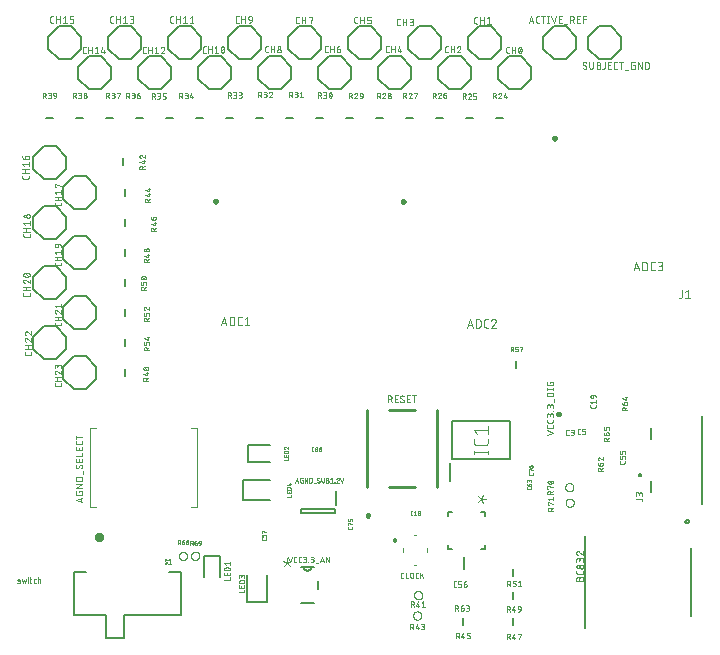
<source format=gbr>
G04 EAGLE Gerber RS-274X export*
G75*
%MOMM*%
%FSLAX34Y34*%
%LPD*%
%INSilkscreen Top*%
%IPPOS*%
%AMOC8*
5,1,8,0,0,1.08239X$1,22.5*%
G01*
%ADD10C,0.050800*%
%ADD11C,0.025400*%
%ADD12C,0.152400*%
%ADD13C,0.076200*%
%ADD14C,0.250000*%
%ADD15C,0.200000*%
%ADD16C,0.050000*%
%ADD17C,0.100000*%
%ADD18C,0.254000*%
%ADD19C,0.127000*%
%ADD20C,0.400000*%
%ADD21C,0.200000*%
%ADD22C,0.101600*%


D10*
X-597154Y64770D02*
X-598424Y65278D01*
X-598424Y65277D02*
X-598470Y65298D01*
X-598515Y65322D01*
X-598557Y65350D01*
X-598598Y65380D01*
X-598636Y65414D01*
X-598671Y65451D01*
X-598703Y65490D01*
X-598733Y65531D01*
X-598758Y65575D01*
X-598781Y65621D01*
X-598800Y65668D01*
X-598815Y65716D01*
X-598826Y65766D01*
X-598834Y65816D01*
X-598838Y65867D01*
X-598837Y65917D01*
X-598833Y65968D01*
X-598825Y66018D01*
X-598813Y66068D01*
X-598798Y66116D01*
X-598778Y66163D01*
X-598755Y66208D01*
X-598729Y66252D01*
X-598700Y66293D01*
X-598667Y66332D01*
X-598631Y66368D01*
X-598593Y66402D01*
X-598552Y66432D01*
X-598510Y66459D01*
X-598465Y66483D01*
X-598418Y66503D01*
X-598370Y66520D01*
X-598321Y66533D01*
X-598271Y66542D01*
X-598220Y66547D01*
X-598170Y66548D01*
X-598063Y66544D01*
X-597956Y66537D01*
X-597849Y66525D01*
X-597743Y66510D01*
X-597638Y66490D01*
X-597533Y66467D01*
X-597430Y66440D01*
X-597327Y66409D01*
X-597226Y66374D01*
X-597126Y66336D01*
X-597027Y66294D01*
X-597154Y64771D02*
X-597108Y64750D01*
X-597063Y64726D01*
X-597021Y64698D01*
X-596980Y64668D01*
X-596942Y64634D01*
X-596907Y64597D01*
X-596875Y64558D01*
X-596845Y64517D01*
X-596820Y64473D01*
X-596797Y64427D01*
X-596778Y64380D01*
X-596763Y64332D01*
X-596752Y64282D01*
X-596744Y64232D01*
X-596740Y64181D01*
X-596741Y64131D01*
X-596745Y64080D01*
X-596753Y64030D01*
X-596765Y63980D01*
X-596780Y63932D01*
X-596800Y63885D01*
X-596823Y63840D01*
X-596849Y63796D01*
X-596878Y63755D01*
X-596911Y63716D01*
X-596947Y63680D01*
X-596985Y63646D01*
X-597026Y63616D01*
X-597068Y63589D01*
X-597113Y63565D01*
X-597160Y63545D01*
X-597208Y63528D01*
X-597257Y63515D01*
X-597307Y63506D01*
X-597358Y63501D01*
X-597408Y63500D01*
X-597408Y63499D02*
X-597537Y63503D01*
X-597667Y63511D01*
X-597796Y63523D01*
X-597925Y63538D01*
X-598053Y63557D01*
X-598180Y63581D01*
X-598307Y63608D01*
X-598433Y63638D01*
X-598558Y63673D01*
X-598682Y63711D01*
X-598805Y63753D01*
X-594131Y63500D02*
X-594893Y66548D01*
X-593369Y65532D02*
X-594131Y63500D01*
X-592607Y63500D02*
X-593369Y65532D01*
X-591845Y66548D02*
X-592607Y63500D01*
X-590017Y63500D02*
X-590017Y66548D01*
X-590144Y67818D02*
X-590144Y68072D01*
X-589890Y68072D01*
X-589890Y67818D01*
X-590144Y67818D01*
X-588534Y66548D02*
X-587010Y66548D01*
X-588026Y68072D02*
X-588026Y64262D01*
X-588024Y64208D01*
X-588018Y64154D01*
X-588009Y64100D01*
X-587995Y64047D01*
X-587978Y63996D01*
X-587957Y63945D01*
X-587933Y63897D01*
X-587905Y63850D01*
X-587874Y63805D01*
X-587840Y63763D01*
X-587803Y63723D01*
X-587763Y63686D01*
X-587721Y63652D01*
X-587676Y63621D01*
X-587629Y63593D01*
X-587581Y63569D01*
X-587530Y63548D01*
X-587479Y63531D01*
X-587426Y63517D01*
X-587372Y63508D01*
X-587318Y63502D01*
X-587264Y63500D01*
X-587010Y63500D01*
X-584474Y63500D02*
X-583458Y63500D01*
X-584474Y63500D02*
X-584528Y63502D01*
X-584582Y63508D01*
X-584636Y63517D01*
X-584689Y63531D01*
X-584740Y63548D01*
X-584791Y63569D01*
X-584839Y63593D01*
X-584886Y63621D01*
X-584931Y63652D01*
X-584973Y63686D01*
X-585013Y63723D01*
X-585050Y63763D01*
X-585084Y63805D01*
X-585115Y63850D01*
X-585143Y63897D01*
X-585167Y63945D01*
X-585188Y63996D01*
X-585205Y64047D01*
X-585219Y64100D01*
X-585228Y64154D01*
X-585234Y64208D01*
X-585236Y64262D01*
X-585236Y65786D01*
X-585234Y65840D01*
X-585228Y65894D01*
X-585219Y65948D01*
X-585205Y66001D01*
X-585188Y66052D01*
X-585167Y66103D01*
X-585143Y66151D01*
X-585115Y66198D01*
X-585084Y66243D01*
X-585050Y66285D01*
X-585013Y66325D01*
X-584973Y66362D01*
X-584931Y66396D01*
X-584886Y66427D01*
X-584839Y66455D01*
X-584791Y66479D01*
X-584740Y66500D01*
X-584689Y66517D01*
X-584636Y66531D01*
X-584582Y66540D01*
X-584528Y66546D01*
X-584474Y66548D01*
X-583458Y66548D01*
X-581584Y68072D02*
X-581584Y63500D01*
X-581584Y66548D02*
X-580314Y66548D01*
X-580260Y66546D01*
X-580206Y66540D01*
X-580152Y66531D01*
X-580099Y66517D01*
X-580048Y66500D01*
X-579997Y66479D01*
X-579949Y66455D01*
X-579902Y66427D01*
X-579857Y66396D01*
X-579815Y66362D01*
X-579775Y66325D01*
X-579738Y66285D01*
X-579704Y66243D01*
X-579673Y66198D01*
X-579645Y66151D01*
X-579621Y66103D01*
X-579600Y66052D01*
X-579583Y66001D01*
X-579569Y65948D01*
X-579560Y65894D01*
X-579554Y65840D01*
X-579552Y65786D01*
X-579552Y63500D01*
D11*
X-265219Y120904D02*
X-264429Y120904D01*
X-265219Y120904D02*
X-265273Y120906D01*
X-265327Y120911D01*
X-265380Y120921D01*
X-265432Y120933D01*
X-265484Y120950D01*
X-265534Y120969D01*
X-265582Y120993D01*
X-265629Y121019D01*
X-265675Y121049D01*
X-265718Y121081D01*
X-265758Y121117D01*
X-265796Y121155D01*
X-265832Y121195D01*
X-265864Y121238D01*
X-265894Y121284D01*
X-265920Y121331D01*
X-265944Y121379D01*
X-265963Y121429D01*
X-265980Y121481D01*
X-265992Y121533D01*
X-266002Y121586D01*
X-266007Y121640D01*
X-266009Y121694D01*
X-266010Y121694D02*
X-266010Y123670D01*
X-266009Y123670D02*
X-266007Y123724D01*
X-266002Y123778D01*
X-265992Y123831D01*
X-265980Y123883D01*
X-265963Y123935D01*
X-265944Y123985D01*
X-265920Y124033D01*
X-265894Y124080D01*
X-265864Y124126D01*
X-265832Y124169D01*
X-265796Y124209D01*
X-265758Y124247D01*
X-265718Y124283D01*
X-265675Y124315D01*
X-265630Y124345D01*
X-265582Y124371D01*
X-265534Y124395D01*
X-265484Y124414D01*
X-265432Y124431D01*
X-265380Y124443D01*
X-265327Y124453D01*
X-265273Y124458D01*
X-265219Y124460D01*
X-264429Y124460D01*
X-263143Y123670D02*
X-262155Y124460D01*
X-262155Y120904D01*
X-263143Y120904D02*
X-261167Y120904D01*
X-259714Y122682D02*
X-259712Y122784D01*
X-259707Y122886D01*
X-259698Y122988D01*
X-259686Y123090D01*
X-259670Y123191D01*
X-259650Y123291D01*
X-259627Y123391D01*
X-259601Y123489D01*
X-259571Y123587D01*
X-259537Y123684D01*
X-259501Y123779D01*
X-259461Y123873D01*
X-259418Y123966D01*
X-259417Y123966D02*
X-259398Y124016D01*
X-259376Y124064D01*
X-259349Y124111D01*
X-259320Y124155D01*
X-259287Y124197D01*
X-259252Y124237D01*
X-259213Y124274D01*
X-259172Y124308D01*
X-259129Y124339D01*
X-259083Y124367D01*
X-259036Y124391D01*
X-258987Y124412D01*
X-258936Y124429D01*
X-258885Y124443D01*
X-258832Y124452D01*
X-258779Y124458D01*
X-258726Y124460D01*
X-258673Y124458D01*
X-258620Y124452D01*
X-258567Y124443D01*
X-258516Y124429D01*
X-258465Y124412D01*
X-258416Y124391D01*
X-258369Y124367D01*
X-258323Y124339D01*
X-258280Y124308D01*
X-258239Y124274D01*
X-258200Y124237D01*
X-258165Y124197D01*
X-258132Y124155D01*
X-258103Y124111D01*
X-258076Y124064D01*
X-258054Y124016D01*
X-258035Y123966D01*
X-257992Y123873D01*
X-257952Y123779D01*
X-257916Y123684D01*
X-257882Y123587D01*
X-257852Y123489D01*
X-257826Y123391D01*
X-257803Y123291D01*
X-257783Y123191D01*
X-257767Y123090D01*
X-257755Y122988D01*
X-257746Y122886D01*
X-257741Y122784D01*
X-257739Y122682D01*
X-259714Y122682D02*
X-259712Y122580D01*
X-259707Y122478D01*
X-259698Y122376D01*
X-259686Y122274D01*
X-259670Y122173D01*
X-259650Y122073D01*
X-259627Y121973D01*
X-259601Y121874D01*
X-259571Y121777D01*
X-259537Y121680D01*
X-259501Y121585D01*
X-259461Y121490D01*
X-259418Y121398D01*
X-259417Y121398D02*
X-259398Y121348D01*
X-259376Y121300D01*
X-259349Y121253D01*
X-259320Y121209D01*
X-259287Y121167D01*
X-259252Y121127D01*
X-259213Y121090D01*
X-259172Y121056D01*
X-259129Y121025D01*
X-259083Y120997D01*
X-259036Y120973D01*
X-258987Y120952D01*
X-258936Y120935D01*
X-258885Y120921D01*
X-258832Y120912D01*
X-258779Y120906D01*
X-258726Y120904D01*
X-258034Y121398D02*
X-257991Y121490D01*
X-257951Y121585D01*
X-257915Y121680D01*
X-257881Y121777D01*
X-257851Y121874D01*
X-257825Y121973D01*
X-257802Y122073D01*
X-257782Y122173D01*
X-257766Y122274D01*
X-257754Y122376D01*
X-257745Y122478D01*
X-257740Y122580D01*
X-257738Y122682D01*
X-258035Y121398D02*
X-258054Y121348D01*
X-258076Y121300D01*
X-258103Y121253D01*
X-258132Y121209D01*
X-258165Y121167D01*
X-258200Y121127D01*
X-258239Y121090D01*
X-258280Y121056D01*
X-258323Y121025D01*
X-258369Y120997D01*
X-258416Y120973D01*
X-258465Y120952D01*
X-258516Y120935D01*
X-258567Y120921D01*
X-258620Y120912D01*
X-258673Y120906D01*
X-258726Y120904D01*
X-259516Y121694D02*
X-257936Y123670D01*
D10*
X-109220Y212718D02*
X-109220Y213734D01*
X-109220Y212718D02*
X-109222Y212657D01*
X-109227Y212596D01*
X-109237Y212535D01*
X-109250Y212475D01*
X-109266Y212416D01*
X-109286Y212358D01*
X-109310Y212301D01*
X-109336Y212246D01*
X-109367Y212192D01*
X-109400Y212141D01*
X-109436Y212091D01*
X-109476Y212044D01*
X-109518Y212000D01*
X-109562Y211958D01*
X-109609Y211918D01*
X-109659Y211882D01*
X-109710Y211849D01*
X-109764Y211818D01*
X-109819Y211792D01*
X-109876Y211768D01*
X-109934Y211748D01*
X-109993Y211732D01*
X-110053Y211719D01*
X-110114Y211709D01*
X-110175Y211704D01*
X-110236Y211702D01*
X-112776Y211702D01*
X-112837Y211704D01*
X-112898Y211709D01*
X-112959Y211719D01*
X-113019Y211732D01*
X-113078Y211748D01*
X-113136Y211768D01*
X-113193Y211792D01*
X-113248Y211818D01*
X-113302Y211849D01*
X-113353Y211882D01*
X-113403Y211918D01*
X-113450Y211958D01*
X-113494Y212000D01*
X-113536Y212044D01*
X-113576Y212091D01*
X-113612Y212141D01*
X-113645Y212192D01*
X-113676Y212246D01*
X-113702Y212301D01*
X-113726Y212358D01*
X-113746Y212416D01*
X-113762Y212475D01*
X-113775Y212535D01*
X-113785Y212596D01*
X-113790Y212657D01*
X-113792Y212718D01*
X-113792Y213734D01*
X-112776Y215526D02*
X-113792Y216796D01*
X-109220Y216796D01*
X-109220Y215526D02*
X-109220Y218066D01*
X-111252Y221114D02*
X-111252Y222638D01*
X-111252Y221114D02*
X-111254Y221053D01*
X-111259Y220992D01*
X-111269Y220931D01*
X-111282Y220871D01*
X-111298Y220812D01*
X-111318Y220754D01*
X-111342Y220697D01*
X-111368Y220642D01*
X-111399Y220588D01*
X-111432Y220537D01*
X-111468Y220487D01*
X-111508Y220440D01*
X-111550Y220396D01*
X-111594Y220354D01*
X-111641Y220314D01*
X-111691Y220278D01*
X-111742Y220245D01*
X-111796Y220214D01*
X-111851Y220188D01*
X-111908Y220164D01*
X-111966Y220144D01*
X-112025Y220128D01*
X-112085Y220115D01*
X-112146Y220105D01*
X-112207Y220100D01*
X-112268Y220098D01*
X-112522Y220098D01*
X-112592Y220100D01*
X-112662Y220106D01*
X-112731Y220115D01*
X-112800Y220129D01*
X-112868Y220146D01*
X-112934Y220167D01*
X-113000Y220191D01*
X-113064Y220219D01*
X-113126Y220251D01*
X-113187Y220286D01*
X-113246Y220324D01*
X-113302Y220366D01*
X-113356Y220410D01*
X-113408Y220458D01*
X-113456Y220508D01*
X-113502Y220561D01*
X-113545Y220616D01*
X-113585Y220673D01*
X-113622Y220733D01*
X-113655Y220795D01*
X-113685Y220858D01*
X-113711Y220923D01*
X-113734Y220989D01*
X-113753Y221056D01*
X-113768Y221125D01*
X-113780Y221194D01*
X-113788Y221263D01*
X-113792Y221333D01*
X-113792Y221403D01*
X-113788Y221473D01*
X-113780Y221542D01*
X-113768Y221611D01*
X-113753Y221680D01*
X-113734Y221747D01*
X-113711Y221813D01*
X-113685Y221878D01*
X-113655Y221941D01*
X-113622Y222003D01*
X-113585Y222063D01*
X-113545Y222120D01*
X-113502Y222175D01*
X-113456Y222228D01*
X-113408Y222278D01*
X-113356Y222326D01*
X-113302Y222370D01*
X-113246Y222412D01*
X-113187Y222450D01*
X-113126Y222485D01*
X-113064Y222517D01*
X-113000Y222545D01*
X-112934Y222569D01*
X-112868Y222590D01*
X-112800Y222607D01*
X-112731Y222621D01*
X-112662Y222630D01*
X-112592Y222636D01*
X-112522Y222638D01*
X-111252Y222638D01*
X-111163Y222636D01*
X-111075Y222630D01*
X-110987Y222621D01*
X-110899Y222607D01*
X-110812Y222590D01*
X-110726Y222569D01*
X-110641Y222544D01*
X-110557Y222515D01*
X-110474Y222483D01*
X-110393Y222448D01*
X-110314Y222408D01*
X-110236Y222366D01*
X-110160Y222320D01*
X-110086Y222271D01*
X-110015Y222218D01*
X-109946Y222163D01*
X-109879Y222104D01*
X-109815Y222043D01*
X-109754Y221979D01*
X-109695Y221912D01*
X-109640Y221843D01*
X-109587Y221772D01*
X-109538Y221698D01*
X-109492Y221622D01*
X-109450Y221544D01*
X-109410Y221465D01*
X-109375Y221384D01*
X-109343Y221301D01*
X-109314Y221217D01*
X-109289Y221132D01*
X-109268Y221046D01*
X-109251Y220959D01*
X-109237Y220871D01*
X-109228Y220783D01*
X-109222Y220695D01*
X-109220Y220606D01*
X-132214Y188468D02*
X-133230Y188468D01*
X-133291Y188470D01*
X-133352Y188475D01*
X-133413Y188485D01*
X-133473Y188498D01*
X-133532Y188514D01*
X-133590Y188534D01*
X-133647Y188558D01*
X-133702Y188584D01*
X-133756Y188615D01*
X-133807Y188648D01*
X-133857Y188684D01*
X-133904Y188724D01*
X-133948Y188766D01*
X-133990Y188810D01*
X-134030Y188857D01*
X-134066Y188907D01*
X-134099Y188958D01*
X-134130Y189012D01*
X-134156Y189067D01*
X-134180Y189124D01*
X-134200Y189182D01*
X-134216Y189241D01*
X-134229Y189301D01*
X-134239Y189362D01*
X-134244Y189423D01*
X-134246Y189484D01*
X-134246Y192024D01*
X-134244Y192085D01*
X-134239Y192146D01*
X-134229Y192207D01*
X-134216Y192267D01*
X-134200Y192326D01*
X-134180Y192384D01*
X-134156Y192441D01*
X-134130Y192496D01*
X-134099Y192550D01*
X-134066Y192601D01*
X-134030Y192651D01*
X-133990Y192698D01*
X-133948Y192742D01*
X-133904Y192784D01*
X-133857Y192824D01*
X-133807Y192860D01*
X-133756Y192893D01*
X-133702Y192924D01*
X-133647Y192950D01*
X-133590Y192974D01*
X-133532Y192994D01*
X-133473Y193010D01*
X-133413Y193023D01*
X-133352Y193033D01*
X-133291Y193038D01*
X-133230Y193040D01*
X-132214Y193040D01*
X-130422Y188468D02*
X-129152Y188468D01*
X-129082Y188470D01*
X-129012Y188476D01*
X-128943Y188485D01*
X-128874Y188499D01*
X-128806Y188516D01*
X-128740Y188537D01*
X-128674Y188561D01*
X-128610Y188589D01*
X-128548Y188621D01*
X-128487Y188656D01*
X-128428Y188694D01*
X-128372Y188736D01*
X-128318Y188780D01*
X-128266Y188828D01*
X-128218Y188878D01*
X-128172Y188931D01*
X-128129Y188986D01*
X-128089Y189043D01*
X-128052Y189103D01*
X-128019Y189165D01*
X-127989Y189228D01*
X-127963Y189293D01*
X-127940Y189359D01*
X-127921Y189426D01*
X-127906Y189495D01*
X-127894Y189564D01*
X-127886Y189633D01*
X-127882Y189703D01*
X-127882Y189773D01*
X-127886Y189843D01*
X-127894Y189912D01*
X-127906Y189981D01*
X-127921Y190050D01*
X-127940Y190117D01*
X-127963Y190183D01*
X-127989Y190248D01*
X-128019Y190311D01*
X-128052Y190373D01*
X-128089Y190433D01*
X-128129Y190490D01*
X-128172Y190545D01*
X-128218Y190598D01*
X-128266Y190648D01*
X-128318Y190696D01*
X-128372Y190740D01*
X-128428Y190782D01*
X-128487Y190820D01*
X-128548Y190855D01*
X-128610Y190887D01*
X-128674Y190915D01*
X-128740Y190939D01*
X-128806Y190960D01*
X-128874Y190977D01*
X-128943Y190991D01*
X-129012Y191000D01*
X-129082Y191006D01*
X-129152Y191008D01*
X-128898Y193040D02*
X-130422Y193040D01*
X-128898Y193040D02*
X-128835Y193038D01*
X-128773Y193032D01*
X-128711Y193023D01*
X-128650Y193009D01*
X-128590Y192992D01*
X-128531Y192971D01*
X-128473Y192947D01*
X-128417Y192919D01*
X-128363Y192888D01*
X-128311Y192853D01*
X-128261Y192816D01*
X-128214Y192775D01*
X-128169Y192731D01*
X-128126Y192685D01*
X-128087Y192636D01*
X-128051Y192585D01*
X-128018Y192532D01*
X-127989Y192477D01*
X-127962Y192420D01*
X-127940Y192362D01*
X-127921Y192302D01*
X-127906Y192241D01*
X-127894Y192180D01*
X-127886Y192118D01*
X-127882Y192055D01*
X-127882Y191993D01*
X-127886Y191930D01*
X-127894Y191868D01*
X-127906Y191807D01*
X-127921Y191746D01*
X-127940Y191686D01*
X-127962Y191628D01*
X-127989Y191571D01*
X-128018Y191516D01*
X-128051Y191463D01*
X-128087Y191412D01*
X-128126Y191363D01*
X-128169Y191317D01*
X-128214Y191273D01*
X-128261Y191232D01*
X-128311Y191195D01*
X-128363Y191160D01*
X-128417Y191129D01*
X-128473Y191101D01*
X-128531Y191077D01*
X-128590Y191056D01*
X-128650Y191039D01*
X-128711Y191025D01*
X-128773Y191016D01*
X-128835Y191010D01*
X-128898Y191008D01*
X-129914Y191008D01*
X-123324Y189484D02*
X-122308Y189484D01*
X-123324Y189484D02*
X-123385Y189486D01*
X-123446Y189491D01*
X-123507Y189501D01*
X-123567Y189514D01*
X-123626Y189530D01*
X-123684Y189550D01*
X-123741Y189574D01*
X-123796Y189600D01*
X-123850Y189631D01*
X-123901Y189664D01*
X-123951Y189700D01*
X-123998Y189740D01*
X-124042Y189782D01*
X-124084Y189826D01*
X-124124Y189873D01*
X-124160Y189923D01*
X-124193Y189974D01*
X-124224Y190028D01*
X-124250Y190083D01*
X-124274Y190140D01*
X-124294Y190198D01*
X-124310Y190257D01*
X-124323Y190317D01*
X-124333Y190378D01*
X-124338Y190439D01*
X-124340Y190500D01*
X-124340Y193040D01*
X-124338Y193101D01*
X-124333Y193162D01*
X-124323Y193223D01*
X-124310Y193283D01*
X-124294Y193342D01*
X-124274Y193400D01*
X-124250Y193457D01*
X-124224Y193512D01*
X-124193Y193566D01*
X-124160Y193617D01*
X-124124Y193667D01*
X-124084Y193714D01*
X-124042Y193758D01*
X-123998Y193800D01*
X-123951Y193840D01*
X-123901Y193876D01*
X-123850Y193909D01*
X-123796Y193940D01*
X-123741Y193966D01*
X-123684Y193990D01*
X-123626Y194010D01*
X-123567Y194026D01*
X-123507Y194039D01*
X-123446Y194049D01*
X-123385Y194054D01*
X-123324Y194056D01*
X-122308Y194056D01*
X-120516Y189484D02*
X-118992Y189484D01*
X-118931Y189486D01*
X-118870Y189491D01*
X-118809Y189501D01*
X-118749Y189514D01*
X-118690Y189530D01*
X-118632Y189550D01*
X-118575Y189574D01*
X-118520Y189600D01*
X-118466Y189631D01*
X-118415Y189664D01*
X-118365Y189700D01*
X-118318Y189740D01*
X-118274Y189782D01*
X-118232Y189826D01*
X-118192Y189873D01*
X-118156Y189923D01*
X-118123Y189974D01*
X-118092Y190028D01*
X-118066Y190083D01*
X-118042Y190140D01*
X-118022Y190198D01*
X-118006Y190257D01*
X-117993Y190317D01*
X-117983Y190378D01*
X-117978Y190439D01*
X-117976Y190500D01*
X-117976Y191008D01*
X-117978Y191069D01*
X-117983Y191130D01*
X-117993Y191191D01*
X-118006Y191251D01*
X-118022Y191310D01*
X-118042Y191368D01*
X-118066Y191425D01*
X-118092Y191480D01*
X-118123Y191534D01*
X-118156Y191585D01*
X-118192Y191635D01*
X-118232Y191682D01*
X-118274Y191726D01*
X-118318Y191768D01*
X-118365Y191808D01*
X-118415Y191844D01*
X-118466Y191877D01*
X-118520Y191908D01*
X-118575Y191934D01*
X-118632Y191958D01*
X-118690Y191978D01*
X-118749Y191994D01*
X-118809Y192007D01*
X-118870Y192017D01*
X-118931Y192022D01*
X-118992Y192024D01*
X-120516Y192024D01*
X-120516Y194056D01*
X-117976Y194056D01*
X-84328Y166490D02*
X-84328Y165474D01*
X-84330Y165413D01*
X-84335Y165352D01*
X-84345Y165291D01*
X-84358Y165231D01*
X-84374Y165172D01*
X-84394Y165114D01*
X-84418Y165057D01*
X-84444Y165002D01*
X-84475Y164948D01*
X-84508Y164897D01*
X-84544Y164847D01*
X-84584Y164800D01*
X-84626Y164756D01*
X-84670Y164714D01*
X-84717Y164674D01*
X-84767Y164638D01*
X-84818Y164605D01*
X-84872Y164574D01*
X-84927Y164548D01*
X-84984Y164524D01*
X-85042Y164504D01*
X-85101Y164488D01*
X-85161Y164475D01*
X-85222Y164465D01*
X-85283Y164460D01*
X-85344Y164458D01*
X-87884Y164458D01*
X-87945Y164460D01*
X-88006Y164465D01*
X-88067Y164475D01*
X-88127Y164488D01*
X-88186Y164504D01*
X-88244Y164524D01*
X-88301Y164548D01*
X-88356Y164574D01*
X-88410Y164605D01*
X-88461Y164638D01*
X-88511Y164674D01*
X-88558Y164714D01*
X-88602Y164756D01*
X-88644Y164800D01*
X-88684Y164847D01*
X-88720Y164897D01*
X-88753Y164948D01*
X-88784Y165002D01*
X-88810Y165057D01*
X-88834Y165114D01*
X-88854Y165172D01*
X-88870Y165231D01*
X-88883Y165291D01*
X-88893Y165352D01*
X-88898Y165413D01*
X-88900Y165474D01*
X-88900Y166490D01*
X-84328Y168282D02*
X-84328Y169806D01*
X-84330Y169867D01*
X-84335Y169928D01*
X-84345Y169989D01*
X-84358Y170049D01*
X-84374Y170108D01*
X-84394Y170166D01*
X-84418Y170223D01*
X-84444Y170278D01*
X-84475Y170332D01*
X-84508Y170383D01*
X-84544Y170433D01*
X-84584Y170480D01*
X-84626Y170524D01*
X-84670Y170566D01*
X-84717Y170606D01*
X-84767Y170642D01*
X-84818Y170675D01*
X-84872Y170706D01*
X-84927Y170732D01*
X-84984Y170756D01*
X-85042Y170776D01*
X-85101Y170792D01*
X-85161Y170805D01*
X-85222Y170815D01*
X-85283Y170820D01*
X-85344Y170822D01*
X-85852Y170822D01*
X-85913Y170820D01*
X-85974Y170815D01*
X-86035Y170805D01*
X-86095Y170792D01*
X-86154Y170776D01*
X-86212Y170756D01*
X-86269Y170732D01*
X-86324Y170706D01*
X-86378Y170675D01*
X-86429Y170642D01*
X-86479Y170606D01*
X-86526Y170566D01*
X-86570Y170524D01*
X-86612Y170480D01*
X-86652Y170433D01*
X-86688Y170383D01*
X-86721Y170332D01*
X-86752Y170278D01*
X-86778Y170223D01*
X-86802Y170166D01*
X-86822Y170108D01*
X-86838Y170049D01*
X-86851Y169989D01*
X-86861Y169928D01*
X-86866Y169867D01*
X-86868Y169806D01*
X-86868Y168282D01*
X-88900Y168282D01*
X-88900Y170822D01*
X-84328Y172854D02*
X-84328Y174378D01*
X-84330Y174439D01*
X-84335Y174500D01*
X-84345Y174561D01*
X-84358Y174621D01*
X-84374Y174680D01*
X-84394Y174738D01*
X-84418Y174795D01*
X-84444Y174850D01*
X-84475Y174904D01*
X-84508Y174955D01*
X-84544Y175005D01*
X-84584Y175052D01*
X-84626Y175096D01*
X-84670Y175138D01*
X-84717Y175178D01*
X-84767Y175214D01*
X-84818Y175247D01*
X-84872Y175278D01*
X-84927Y175304D01*
X-84984Y175328D01*
X-85042Y175348D01*
X-85101Y175364D01*
X-85161Y175377D01*
X-85222Y175387D01*
X-85283Y175392D01*
X-85344Y175394D01*
X-85852Y175394D01*
X-85913Y175392D01*
X-85974Y175387D01*
X-86035Y175377D01*
X-86095Y175364D01*
X-86154Y175348D01*
X-86212Y175328D01*
X-86269Y175304D01*
X-86324Y175278D01*
X-86378Y175247D01*
X-86429Y175214D01*
X-86479Y175178D01*
X-86526Y175138D01*
X-86570Y175096D01*
X-86612Y175052D01*
X-86652Y175005D01*
X-86688Y174955D01*
X-86721Y174904D01*
X-86752Y174850D01*
X-86778Y174795D01*
X-86802Y174738D01*
X-86822Y174680D01*
X-86838Y174621D01*
X-86851Y174561D01*
X-86861Y174500D01*
X-86866Y174439D01*
X-86868Y174378D01*
X-86868Y172854D01*
X-88900Y172854D01*
X-88900Y175394D01*
X-227464Y60198D02*
X-228480Y60198D01*
X-228541Y60200D01*
X-228602Y60205D01*
X-228663Y60215D01*
X-228723Y60228D01*
X-228782Y60244D01*
X-228840Y60264D01*
X-228897Y60288D01*
X-228952Y60314D01*
X-229006Y60345D01*
X-229057Y60378D01*
X-229107Y60414D01*
X-229154Y60454D01*
X-229198Y60496D01*
X-229240Y60540D01*
X-229280Y60587D01*
X-229316Y60637D01*
X-229349Y60688D01*
X-229380Y60742D01*
X-229406Y60797D01*
X-229430Y60854D01*
X-229450Y60912D01*
X-229466Y60971D01*
X-229479Y61031D01*
X-229489Y61092D01*
X-229494Y61153D01*
X-229496Y61214D01*
X-229496Y63754D01*
X-229494Y63815D01*
X-229489Y63876D01*
X-229479Y63937D01*
X-229466Y63997D01*
X-229450Y64056D01*
X-229430Y64114D01*
X-229406Y64171D01*
X-229380Y64226D01*
X-229349Y64280D01*
X-229316Y64331D01*
X-229280Y64381D01*
X-229240Y64428D01*
X-229198Y64472D01*
X-229154Y64514D01*
X-229107Y64554D01*
X-229057Y64590D01*
X-229006Y64623D01*
X-228952Y64654D01*
X-228897Y64680D01*
X-228840Y64704D01*
X-228782Y64724D01*
X-228723Y64740D01*
X-228663Y64753D01*
X-228602Y64763D01*
X-228541Y64768D01*
X-228480Y64770D01*
X-227464Y64770D01*
X-225672Y60198D02*
X-224148Y60198D01*
X-224087Y60200D01*
X-224026Y60205D01*
X-223965Y60215D01*
X-223905Y60228D01*
X-223846Y60244D01*
X-223788Y60264D01*
X-223731Y60288D01*
X-223676Y60314D01*
X-223622Y60345D01*
X-223571Y60378D01*
X-223521Y60414D01*
X-223474Y60454D01*
X-223430Y60496D01*
X-223388Y60540D01*
X-223348Y60587D01*
X-223312Y60637D01*
X-223279Y60688D01*
X-223248Y60742D01*
X-223222Y60797D01*
X-223198Y60854D01*
X-223178Y60912D01*
X-223162Y60971D01*
X-223149Y61031D01*
X-223139Y61092D01*
X-223134Y61153D01*
X-223132Y61214D01*
X-223132Y61722D01*
X-223134Y61783D01*
X-223139Y61844D01*
X-223149Y61905D01*
X-223162Y61965D01*
X-223178Y62024D01*
X-223198Y62082D01*
X-223222Y62139D01*
X-223248Y62194D01*
X-223279Y62248D01*
X-223312Y62299D01*
X-223348Y62349D01*
X-223388Y62396D01*
X-223430Y62440D01*
X-223474Y62482D01*
X-223521Y62522D01*
X-223571Y62558D01*
X-223622Y62591D01*
X-223676Y62622D01*
X-223731Y62648D01*
X-223788Y62672D01*
X-223846Y62692D01*
X-223905Y62708D01*
X-223965Y62721D01*
X-224026Y62731D01*
X-224087Y62736D01*
X-224148Y62738D01*
X-225672Y62738D01*
X-225672Y64770D01*
X-223132Y64770D01*
X-221100Y62738D02*
X-219576Y62738D01*
X-219515Y62736D01*
X-219454Y62731D01*
X-219393Y62721D01*
X-219333Y62708D01*
X-219274Y62692D01*
X-219216Y62672D01*
X-219159Y62648D01*
X-219104Y62622D01*
X-219050Y62591D01*
X-218999Y62558D01*
X-218949Y62522D01*
X-218902Y62482D01*
X-218858Y62440D01*
X-218816Y62396D01*
X-218776Y62349D01*
X-218740Y62299D01*
X-218707Y62248D01*
X-218676Y62194D01*
X-218650Y62139D01*
X-218626Y62082D01*
X-218606Y62024D01*
X-218590Y61965D01*
X-218577Y61905D01*
X-218567Y61844D01*
X-218562Y61783D01*
X-218560Y61722D01*
X-218560Y61468D01*
X-218562Y61398D01*
X-218568Y61328D01*
X-218577Y61259D01*
X-218591Y61190D01*
X-218608Y61122D01*
X-218629Y61056D01*
X-218653Y60990D01*
X-218681Y60926D01*
X-218713Y60864D01*
X-218748Y60803D01*
X-218786Y60744D01*
X-218828Y60688D01*
X-218872Y60634D01*
X-218920Y60582D01*
X-218970Y60534D01*
X-219023Y60488D01*
X-219078Y60445D01*
X-219135Y60405D01*
X-219195Y60368D01*
X-219257Y60335D01*
X-219320Y60305D01*
X-219385Y60279D01*
X-219451Y60256D01*
X-219518Y60237D01*
X-219587Y60222D01*
X-219656Y60210D01*
X-219725Y60202D01*
X-219795Y60198D01*
X-219865Y60198D01*
X-219935Y60202D01*
X-220004Y60210D01*
X-220073Y60222D01*
X-220142Y60237D01*
X-220209Y60256D01*
X-220275Y60279D01*
X-220340Y60305D01*
X-220403Y60335D01*
X-220465Y60368D01*
X-220525Y60405D01*
X-220582Y60445D01*
X-220637Y60488D01*
X-220690Y60534D01*
X-220740Y60582D01*
X-220788Y60634D01*
X-220832Y60688D01*
X-220874Y60744D01*
X-220912Y60803D01*
X-220947Y60864D01*
X-220979Y60926D01*
X-221007Y60990D01*
X-221031Y61056D01*
X-221052Y61122D01*
X-221069Y61190D01*
X-221083Y61259D01*
X-221092Y61328D01*
X-221098Y61398D01*
X-221100Y61468D01*
X-221100Y62738D01*
X-221098Y62827D01*
X-221092Y62915D01*
X-221083Y63003D01*
X-221069Y63091D01*
X-221052Y63178D01*
X-221031Y63264D01*
X-221006Y63349D01*
X-220977Y63433D01*
X-220945Y63516D01*
X-220910Y63597D01*
X-220870Y63676D01*
X-220828Y63754D01*
X-220782Y63830D01*
X-220733Y63904D01*
X-220680Y63975D01*
X-220625Y64044D01*
X-220566Y64111D01*
X-220505Y64175D01*
X-220441Y64236D01*
X-220374Y64295D01*
X-220305Y64350D01*
X-220234Y64403D01*
X-220160Y64452D01*
X-220084Y64498D01*
X-220006Y64540D01*
X-219927Y64580D01*
X-219846Y64615D01*
X-219763Y64647D01*
X-219679Y64676D01*
X-219594Y64701D01*
X-219508Y64722D01*
X-219421Y64739D01*
X-219333Y64753D01*
X-219245Y64762D01*
X-219157Y64768D01*
X-219068Y64770D01*
D11*
X-388620Y100287D02*
X-388620Y101077D01*
X-388620Y100287D02*
X-388622Y100233D01*
X-388627Y100179D01*
X-388637Y100126D01*
X-388649Y100074D01*
X-388666Y100022D01*
X-388685Y99972D01*
X-388709Y99924D01*
X-388735Y99877D01*
X-388765Y99831D01*
X-388797Y99788D01*
X-388833Y99748D01*
X-388871Y99710D01*
X-388911Y99674D01*
X-388954Y99642D01*
X-389000Y99612D01*
X-389047Y99586D01*
X-389095Y99562D01*
X-389145Y99543D01*
X-389197Y99526D01*
X-389249Y99514D01*
X-389302Y99504D01*
X-389356Y99499D01*
X-389410Y99497D01*
X-389410Y99496D02*
X-391386Y99496D01*
X-391386Y99497D02*
X-391440Y99499D01*
X-391494Y99504D01*
X-391547Y99514D01*
X-391599Y99526D01*
X-391651Y99543D01*
X-391701Y99562D01*
X-391749Y99586D01*
X-391796Y99612D01*
X-391842Y99642D01*
X-391885Y99674D01*
X-391925Y99710D01*
X-391963Y99748D01*
X-391999Y99788D01*
X-392031Y99831D01*
X-392061Y99877D01*
X-392087Y99924D01*
X-392111Y99972D01*
X-392130Y100022D01*
X-392147Y100074D01*
X-392159Y100126D01*
X-392169Y100179D01*
X-392174Y100233D01*
X-392176Y100287D01*
X-392176Y101077D01*
X-388620Y102363D02*
X-388620Y103548D01*
X-388622Y103602D01*
X-388627Y103656D01*
X-388637Y103709D01*
X-388649Y103761D01*
X-388666Y103813D01*
X-388685Y103863D01*
X-388709Y103911D01*
X-388735Y103958D01*
X-388765Y104004D01*
X-388797Y104047D01*
X-388833Y104087D01*
X-388871Y104125D01*
X-388911Y104161D01*
X-388954Y104193D01*
X-389000Y104223D01*
X-389047Y104249D01*
X-389095Y104273D01*
X-389145Y104292D01*
X-389197Y104309D01*
X-389249Y104321D01*
X-389302Y104331D01*
X-389356Y104336D01*
X-389410Y104338D01*
X-389410Y104339D02*
X-389805Y104339D01*
X-389805Y104338D02*
X-389859Y104336D01*
X-389913Y104331D01*
X-389966Y104321D01*
X-390018Y104309D01*
X-390070Y104292D01*
X-390120Y104273D01*
X-390168Y104249D01*
X-390215Y104223D01*
X-390261Y104193D01*
X-390304Y104161D01*
X-390344Y104125D01*
X-390382Y104087D01*
X-390418Y104047D01*
X-390450Y104004D01*
X-390480Y103958D01*
X-390506Y103911D01*
X-390530Y103863D01*
X-390549Y103813D01*
X-390566Y103761D01*
X-390578Y103709D01*
X-390588Y103656D01*
X-390593Y103602D01*
X-390595Y103548D01*
X-390596Y103548D02*
X-390596Y102363D01*
X-392176Y102363D01*
X-392176Y104339D01*
X-392176Y105792D02*
X-391781Y105792D01*
X-392176Y105792D02*
X-392176Y107768D01*
X-388620Y106780D01*
X-163830Y143467D02*
X-163830Y144257D01*
X-163830Y143467D02*
X-163832Y143413D01*
X-163837Y143359D01*
X-163847Y143306D01*
X-163859Y143254D01*
X-163876Y143202D01*
X-163895Y143152D01*
X-163919Y143104D01*
X-163945Y143057D01*
X-163975Y143011D01*
X-164007Y142968D01*
X-164043Y142928D01*
X-164081Y142890D01*
X-164121Y142854D01*
X-164164Y142822D01*
X-164210Y142792D01*
X-164257Y142766D01*
X-164305Y142742D01*
X-164355Y142723D01*
X-164407Y142706D01*
X-164459Y142694D01*
X-164512Y142684D01*
X-164566Y142679D01*
X-164620Y142677D01*
X-164620Y142676D02*
X-166596Y142676D01*
X-166596Y142677D02*
X-166650Y142679D01*
X-166704Y142684D01*
X-166757Y142694D01*
X-166809Y142706D01*
X-166861Y142723D01*
X-166911Y142742D01*
X-166959Y142766D01*
X-167006Y142792D01*
X-167052Y142822D01*
X-167095Y142854D01*
X-167135Y142890D01*
X-167173Y142928D01*
X-167209Y142968D01*
X-167241Y143011D01*
X-167271Y143057D01*
X-167297Y143104D01*
X-167321Y143152D01*
X-167340Y143202D01*
X-167357Y143254D01*
X-167369Y143306D01*
X-167379Y143359D01*
X-167384Y143413D01*
X-167386Y143467D01*
X-167386Y144257D01*
X-165806Y145543D02*
X-165806Y146728D01*
X-165805Y146728D02*
X-165803Y146782D01*
X-165798Y146836D01*
X-165788Y146889D01*
X-165776Y146941D01*
X-165759Y146993D01*
X-165740Y147043D01*
X-165716Y147091D01*
X-165690Y147138D01*
X-165660Y147184D01*
X-165628Y147227D01*
X-165592Y147267D01*
X-165554Y147305D01*
X-165514Y147341D01*
X-165471Y147373D01*
X-165425Y147403D01*
X-165378Y147429D01*
X-165330Y147453D01*
X-165280Y147472D01*
X-165228Y147489D01*
X-165176Y147501D01*
X-165123Y147511D01*
X-165069Y147516D01*
X-165015Y147518D01*
X-165015Y147519D02*
X-164818Y147519D01*
X-164756Y147517D01*
X-164694Y147511D01*
X-164633Y147501D01*
X-164572Y147488D01*
X-164513Y147471D01*
X-164454Y147450D01*
X-164397Y147425D01*
X-164342Y147397D01*
X-164289Y147365D01*
X-164237Y147330D01*
X-164188Y147292D01*
X-164142Y147251D01*
X-164098Y147207D01*
X-164057Y147161D01*
X-164019Y147112D01*
X-163984Y147060D01*
X-163952Y147007D01*
X-163924Y146952D01*
X-163899Y146895D01*
X-163878Y146836D01*
X-163861Y146777D01*
X-163848Y146716D01*
X-163838Y146655D01*
X-163832Y146593D01*
X-163830Y146531D01*
X-163832Y146469D01*
X-163838Y146407D01*
X-163848Y146346D01*
X-163861Y146285D01*
X-163878Y146226D01*
X-163899Y146167D01*
X-163924Y146110D01*
X-163952Y146055D01*
X-163984Y146002D01*
X-164019Y145950D01*
X-164057Y145901D01*
X-164098Y145855D01*
X-164142Y145811D01*
X-164188Y145770D01*
X-164237Y145732D01*
X-164289Y145697D01*
X-164342Y145665D01*
X-164397Y145637D01*
X-164454Y145612D01*
X-164513Y145591D01*
X-164572Y145574D01*
X-164633Y145561D01*
X-164694Y145551D01*
X-164756Y145545D01*
X-164818Y145543D01*
X-165806Y145543D01*
X-165806Y145544D02*
X-165884Y145546D01*
X-165961Y145552D01*
X-166038Y145561D01*
X-166114Y145574D01*
X-166190Y145591D01*
X-166265Y145612D01*
X-166338Y145636D01*
X-166411Y145664D01*
X-166482Y145696D01*
X-166551Y145731D01*
X-166618Y145769D01*
X-166684Y145810D01*
X-166747Y145855D01*
X-166808Y145903D01*
X-166867Y145953D01*
X-166923Y146007D01*
X-166977Y146063D01*
X-167027Y146122D01*
X-167075Y146183D01*
X-167120Y146246D01*
X-167161Y146312D01*
X-167199Y146379D01*
X-167234Y146448D01*
X-167266Y146519D01*
X-167294Y146592D01*
X-167318Y146665D01*
X-167339Y146740D01*
X-167356Y146816D01*
X-167369Y146892D01*
X-167378Y146969D01*
X-167384Y147046D01*
X-167386Y147124D01*
X-163830Y148972D02*
X-163830Y149960D01*
X-163832Y150022D01*
X-163838Y150084D01*
X-163848Y150145D01*
X-163861Y150206D01*
X-163878Y150265D01*
X-163899Y150324D01*
X-163924Y150381D01*
X-163952Y150436D01*
X-163984Y150489D01*
X-164019Y150541D01*
X-164057Y150590D01*
X-164098Y150636D01*
X-164142Y150680D01*
X-164188Y150721D01*
X-164237Y150759D01*
X-164289Y150794D01*
X-164342Y150826D01*
X-164397Y150854D01*
X-164454Y150879D01*
X-164513Y150900D01*
X-164572Y150917D01*
X-164633Y150930D01*
X-164694Y150940D01*
X-164756Y150946D01*
X-164818Y150948D01*
X-164880Y150946D01*
X-164942Y150940D01*
X-165003Y150930D01*
X-165064Y150917D01*
X-165123Y150900D01*
X-165182Y150879D01*
X-165239Y150854D01*
X-165294Y150826D01*
X-165347Y150794D01*
X-165399Y150759D01*
X-165448Y150721D01*
X-165494Y150680D01*
X-165538Y150636D01*
X-165579Y150590D01*
X-165617Y150541D01*
X-165652Y150489D01*
X-165684Y150436D01*
X-165712Y150381D01*
X-165737Y150324D01*
X-165758Y150265D01*
X-165775Y150206D01*
X-165788Y150145D01*
X-165798Y150084D01*
X-165804Y150022D01*
X-165806Y149960D01*
X-167386Y150157D02*
X-167386Y148972D01*
X-167386Y150157D02*
X-167384Y150212D01*
X-167378Y150267D01*
X-167369Y150321D01*
X-167355Y150375D01*
X-167338Y150427D01*
X-167318Y150478D01*
X-167294Y150528D01*
X-167266Y150576D01*
X-167235Y150621D01*
X-167201Y150665D01*
X-167164Y150706D01*
X-167125Y150744D01*
X-167082Y150780D01*
X-167038Y150812D01*
X-166991Y150841D01*
X-166942Y150867D01*
X-166892Y150889D01*
X-166840Y150908D01*
X-166787Y150924D01*
X-166733Y150935D01*
X-166679Y150943D01*
X-166624Y150947D01*
X-166568Y150947D01*
X-166513Y150943D01*
X-166459Y150935D01*
X-166405Y150924D01*
X-166352Y150908D01*
X-166300Y150889D01*
X-166250Y150867D01*
X-166201Y150841D01*
X-166154Y150812D01*
X-166110Y150780D01*
X-166067Y150744D01*
X-166028Y150706D01*
X-165991Y150665D01*
X-165957Y150621D01*
X-165926Y150576D01*
X-165898Y150528D01*
X-165874Y150478D01*
X-165854Y150427D01*
X-165837Y150375D01*
X-165823Y150321D01*
X-165814Y150267D01*
X-165808Y150212D01*
X-165806Y150157D01*
X-165806Y149367D01*
X-315468Y110983D02*
X-315468Y110193D01*
X-315470Y110139D01*
X-315475Y110085D01*
X-315485Y110032D01*
X-315497Y109980D01*
X-315514Y109928D01*
X-315533Y109878D01*
X-315557Y109830D01*
X-315583Y109783D01*
X-315613Y109737D01*
X-315645Y109694D01*
X-315681Y109654D01*
X-315719Y109616D01*
X-315759Y109580D01*
X-315802Y109548D01*
X-315848Y109518D01*
X-315895Y109492D01*
X-315943Y109468D01*
X-315993Y109449D01*
X-316045Y109432D01*
X-316097Y109420D01*
X-316150Y109410D01*
X-316204Y109405D01*
X-316258Y109403D01*
X-316258Y109402D02*
X-318234Y109402D01*
X-318234Y109403D02*
X-318288Y109405D01*
X-318342Y109410D01*
X-318395Y109420D01*
X-318447Y109432D01*
X-318499Y109449D01*
X-318549Y109468D01*
X-318597Y109492D01*
X-318644Y109518D01*
X-318690Y109548D01*
X-318733Y109580D01*
X-318773Y109616D01*
X-318811Y109654D01*
X-318847Y109694D01*
X-318879Y109737D01*
X-318909Y109783D01*
X-318935Y109830D01*
X-318959Y109878D01*
X-318978Y109928D01*
X-318995Y109980D01*
X-319007Y110032D01*
X-319017Y110085D01*
X-319022Y110139D01*
X-319024Y110193D01*
X-319024Y110983D01*
X-319024Y112269D02*
X-318629Y112269D01*
X-319024Y112269D02*
X-319024Y114245D01*
X-315468Y113257D01*
X-315468Y115698D02*
X-315468Y116883D01*
X-315470Y116937D01*
X-315475Y116991D01*
X-315485Y117044D01*
X-315497Y117096D01*
X-315514Y117148D01*
X-315533Y117198D01*
X-315557Y117246D01*
X-315583Y117293D01*
X-315613Y117339D01*
X-315645Y117382D01*
X-315681Y117422D01*
X-315719Y117460D01*
X-315759Y117496D01*
X-315802Y117528D01*
X-315848Y117558D01*
X-315895Y117584D01*
X-315943Y117608D01*
X-315993Y117627D01*
X-316045Y117644D01*
X-316097Y117656D01*
X-316150Y117666D01*
X-316204Y117671D01*
X-316258Y117673D01*
X-316258Y117674D02*
X-316653Y117674D01*
X-316653Y117673D02*
X-316707Y117671D01*
X-316761Y117666D01*
X-316814Y117656D01*
X-316866Y117644D01*
X-316918Y117627D01*
X-316968Y117608D01*
X-317016Y117584D01*
X-317063Y117558D01*
X-317109Y117528D01*
X-317152Y117496D01*
X-317192Y117460D01*
X-317230Y117422D01*
X-317266Y117382D01*
X-317298Y117339D01*
X-317328Y117293D01*
X-317354Y117246D01*
X-317378Y117198D01*
X-317397Y117148D01*
X-317414Y117096D01*
X-317426Y117044D01*
X-317436Y116991D01*
X-317441Y116937D01*
X-317443Y116883D01*
X-317444Y116883D02*
X-317444Y115698D01*
X-319024Y115698D01*
X-319024Y117674D01*
X-162560Y155659D02*
X-162560Y156449D01*
X-162560Y155659D02*
X-162562Y155605D01*
X-162567Y155551D01*
X-162577Y155498D01*
X-162589Y155446D01*
X-162606Y155394D01*
X-162625Y155344D01*
X-162649Y155296D01*
X-162675Y155249D01*
X-162705Y155203D01*
X-162737Y155160D01*
X-162773Y155120D01*
X-162811Y155082D01*
X-162851Y155046D01*
X-162894Y155014D01*
X-162940Y154984D01*
X-162987Y154958D01*
X-163035Y154934D01*
X-163085Y154915D01*
X-163137Y154898D01*
X-163189Y154886D01*
X-163242Y154876D01*
X-163296Y154871D01*
X-163350Y154869D01*
X-163350Y154868D02*
X-165326Y154868D01*
X-165326Y154869D02*
X-165380Y154871D01*
X-165434Y154876D01*
X-165487Y154886D01*
X-165539Y154898D01*
X-165591Y154915D01*
X-165641Y154934D01*
X-165689Y154958D01*
X-165736Y154984D01*
X-165782Y155014D01*
X-165825Y155046D01*
X-165865Y155082D01*
X-165903Y155120D01*
X-165939Y155160D01*
X-165971Y155203D01*
X-166001Y155249D01*
X-166027Y155296D01*
X-166051Y155344D01*
X-166070Y155394D01*
X-166087Y155446D01*
X-166099Y155498D01*
X-166109Y155551D01*
X-166114Y155605D01*
X-166116Y155659D01*
X-166116Y156449D01*
X-166116Y157735D02*
X-165721Y157735D01*
X-166116Y157735D02*
X-166116Y159711D01*
X-162560Y158723D01*
X-164536Y161164D02*
X-164536Y162349D01*
X-164535Y162349D02*
X-164533Y162403D01*
X-164528Y162457D01*
X-164518Y162510D01*
X-164506Y162562D01*
X-164489Y162614D01*
X-164470Y162664D01*
X-164446Y162712D01*
X-164420Y162759D01*
X-164390Y162805D01*
X-164358Y162848D01*
X-164322Y162888D01*
X-164284Y162926D01*
X-164244Y162962D01*
X-164201Y162994D01*
X-164155Y163024D01*
X-164108Y163050D01*
X-164060Y163074D01*
X-164010Y163093D01*
X-163958Y163110D01*
X-163906Y163122D01*
X-163853Y163132D01*
X-163799Y163137D01*
X-163745Y163139D01*
X-163745Y163140D02*
X-163548Y163140D01*
X-163486Y163138D01*
X-163424Y163132D01*
X-163363Y163122D01*
X-163302Y163109D01*
X-163243Y163092D01*
X-163184Y163071D01*
X-163127Y163046D01*
X-163072Y163018D01*
X-163019Y162986D01*
X-162967Y162951D01*
X-162918Y162913D01*
X-162872Y162872D01*
X-162828Y162828D01*
X-162787Y162782D01*
X-162749Y162733D01*
X-162714Y162681D01*
X-162682Y162628D01*
X-162654Y162573D01*
X-162629Y162516D01*
X-162608Y162457D01*
X-162591Y162398D01*
X-162578Y162337D01*
X-162568Y162276D01*
X-162562Y162214D01*
X-162560Y162152D01*
X-162562Y162090D01*
X-162568Y162028D01*
X-162578Y161967D01*
X-162591Y161906D01*
X-162608Y161847D01*
X-162629Y161788D01*
X-162654Y161731D01*
X-162682Y161676D01*
X-162714Y161623D01*
X-162749Y161571D01*
X-162787Y161522D01*
X-162828Y161476D01*
X-162872Y161432D01*
X-162918Y161391D01*
X-162967Y161353D01*
X-163019Y161318D01*
X-163072Y161286D01*
X-163127Y161258D01*
X-163184Y161233D01*
X-163243Y161212D01*
X-163302Y161195D01*
X-163363Y161182D01*
X-163424Y161172D01*
X-163486Y161166D01*
X-163548Y161164D01*
X-164536Y161164D01*
X-164536Y161165D02*
X-164614Y161167D01*
X-164691Y161173D01*
X-164768Y161182D01*
X-164844Y161195D01*
X-164920Y161212D01*
X-164995Y161233D01*
X-165068Y161257D01*
X-165141Y161285D01*
X-165212Y161317D01*
X-165281Y161352D01*
X-165348Y161390D01*
X-165414Y161431D01*
X-165477Y161476D01*
X-165538Y161524D01*
X-165597Y161574D01*
X-165653Y161628D01*
X-165707Y161684D01*
X-165757Y161743D01*
X-165805Y161804D01*
X-165850Y161867D01*
X-165891Y161933D01*
X-165929Y162000D01*
X-165964Y162069D01*
X-165996Y162140D01*
X-166024Y162213D01*
X-166048Y162286D01*
X-166069Y162361D01*
X-166086Y162437D01*
X-166099Y162513D01*
X-166108Y162590D01*
X-166114Y162667D01*
X-166116Y162745D01*
X-348249Y174752D02*
X-349039Y174752D01*
X-349093Y174754D01*
X-349147Y174759D01*
X-349200Y174769D01*
X-349252Y174781D01*
X-349304Y174798D01*
X-349354Y174817D01*
X-349402Y174841D01*
X-349449Y174867D01*
X-349495Y174897D01*
X-349538Y174929D01*
X-349578Y174965D01*
X-349616Y175003D01*
X-349652Y175043D01*
X-349684Y175086D01*
X-349714Y175132D01*
X-349740Y175179D01*
X-349764Y175227D01*
X-349783Y175277D01*
X-349800Y175329D01*
X-349812Y175381D01*
X-349822Y175434D01*
X-349827Y175488D01*
X-349829Y175542D01*
X-349830Y175542D02*
X-349830Y177518D01*
X-349829Y177518D02*
X-349827Y177572D01*
X-349822Y177626D01*
X-349812Y177679D01*
X-349800Y177731D01*
X-349783Y177783D01*
X-349764Y177833D01*
X-349740Y177881D01*
X-349714Y177928D01*
X-349684Y177974D01*
X-349652Y178017D01*
X-349616Y178057D01*
X-349578Y178095D01*
X-349538Y178131D01*
X-349495Y178163D01*
X-349450Y178193D01*
X-349402Y178219D01*
X-349354Y178243D01*
X-349304Y178262D01*
X-349252Y178279D01*
X-349200Y178291D01*
X-349147Y178301D01*
X-349093Y178306D01*
X-349039Y178308D01*
X-348249Y178308D01*
X-346963Y175740D02*
X-346961Y175802D01*
X-346955Y175864D01*
X-346945Y175925D01*
X-346932Y175986D01*
X-346915Y176045D01*
X-346894Y176104D01*
X-346869Y176161D01*
X-346841Y176216D01*
X-346809Y176269D01*
X-346774Y176321D01*
X-346736Y176370D01*
X-346695Y176416D01*
X-346651Y176460D01*
X-346605Y176501D01*
X-346556Y176539D01*
X-346504Y176574D01*
X-346451Y176606D01*
X-346396Y176634D01*
X-346339Y176659D01*
X-346280Y176680D01*
X-346221Y176697D01*
X-346160Y176710D01*
X-346099Y176720D01*
X-346037Y176726D01*
X-345975Y176728D01*
X-345913Y176726D01*
X-345851Y176720D01*
X-345790Y176710D01*
X-345729Y176697D01*
X-345670Y176680D01*
X-345611Y176659D01*
X-345554Y176634D01*
X-345499Y176606D01*
X-345446Y176574D01*
X-345394Y176539D01*
X-345345Y176501D01*
X-345299Y176460D01*
X-345255Y176416D01*
X-345214Y176370D01*
X-345176Y176321D01*
X-345141Y176269D01*
X-345109Y176216D01*
X-345081Y176161D01*
X-345056Y176104D01*
X-345035Y176045D01*
X-345018Y175986D01*
X-345005Y175925D01*
X-344995Y175864D01*
X-344989Y175802D01*
X-344987Y175740D01*
X-344989Y175678D01*
X-344995Y175616D01*
X-345005Y175555D01*
X-345018Y175494D01*
X-345035Y175435D01*
X-345056Y175376D01*
X-345081Y175319D01*
X-345109Y175264D01*
X-345141Y175211D01*
X-345176Y175159D01*
X-345214Y175110D01*
X-345255Y175064D01*
X-345299Y175020D01*
X-345345Y174979D01*
X-345394Y174941D01*
X-345446Y174906D01*
X-345499Y174874D01*
X-345554Y174846D01*
X-345611Y174821D01*
X-345670Y174800D01*
X-345729Y174783D01*
X-345790Y174770D01*
X-345851Y174760D01*
X-345913Y174754D01*
X-345975Y174752D01*
X-346037Y174754D01*
X-346099Y174760D01*
X-346160Y174770D01*
X-346221Y174783D01*
X-346280Y174800D01*
X-346339Y174821D01*
X-346396Y174846D01*
X-346451Y174874D01*
X-346504Y174906D01*
X-346556Y174941D01*
X-346605Y174979D01*
X-346651Y175020D01*
X-346695Y175064D01*
X-346736Y175110D01*
X-346774Y175159D01*
X-346809Y175211D01*
X-346841Y175264D01*
X-346869Y175319D01*
X-346894Y175376D01*
X-346915Y175435D01*
X-346932Y175494D01*
X-346945Y175555D01*
X-346955Y175616D01*
X-346961Y175678D01*
X-346963Y175740D01*
X-346765Y177518D02*
X-346763Y177573D01*
X-346757Y177628D01*
X-346748Y177682D01*
X-346734Y177736D01*
X-346717Y177788D01*
X-346697Y177839D01*
X-346673Y177889D01*
X-346645Y177937D01*
X-346614Y177982D01*
X-346580Y178026D01*
X-346543Y178067D01*
X-346504Y178105D01*
X-346461Y178141D01*
X-346417Y178173D01*
X-346370Y178202D01*
X-346321Y178228D01*
X-346271Y178250D01*
X-346219Y178269D01*
X-346166Y178285D01*
X-346112Y178296D01*
X-346058Y178304D01*
X-346003Y178308D01*
X-345947Y178308D01*
X-345892Y178304D01*
X-345838Y178296D01*
X-345784Y178285D01*
X-345731Y178269D01*
X-345679Y178250D01*
X-345629Y178228D01*
X-345580Y178202D01*
X-345533Y178173D01*
X-345489Y178141D01*
X-345446Y178105D01*
X-345407Y178067D01*
X-345370Y178026D01*
X-345336Y177982D01*
X-345305Y177937D01*
X-345277Y177889D01*
X-345253Y177839D01*
X-345233Y177788D01*
X-345216Y177736D01*
X-345202Y177682D01*
X-345193Y177628D01*
X-345187Y177573D01*
X-345185Y177518D01*
X-345187Y177463D01*
X-345193Y177408D01*
X-345202Y177354D01*
X-345216Y177300D01*
X-345233Y177248D01*
X-345253Y177197D01*
X-345277Y177147D01*
X-345305Y177099D01*
X-345336Y177054D01*
X-345370Y177010D01*
X-345407Y176969D01*
X-345446Y176931D01*
X-345489Y176895D01*
X-345533Y176863D01*
X-345580Y176834D01*
X-345629Y176808D01*
X-345679Y176786D01*
X-345731Y176767D01*
X-345784Y176751D01*
X-345838Y176740D01*
X-345892Y176732D01*
X-345947Y176728D01*
X-346003Y176728D01*
X-346058Y176732D01*
X-346112Y176740D01*
X-346166Y176751D01*
X-346219Y176767D01*
X-346271Y176786D01*
X-346321Y176808D01*
X-346370Y176834D01*
X-346417Y176863D01*
X-346461Y176895D01*
X-346504Y176931D01*
X-346543Y176969D01*
X-346580Y177010D01*
X-346614Y177054D01*
X-346645Y177099D01*
X-346673Y177147D01*
X-346697Y177197D01*
X-346717Y177248D01*
X-346734Y177300D01*
X-346748Y177354D01*
X-346757Y177408D01*
X-346763Y177463D01*
X-346765Y177518D01*
X-343534Y175740D02*
X-343532Y175802D01*
X-343526Y175864D01*
X-343516Y175925D01*
X-343503Y175986D01*
X-343486Y176045D01*
X-343465Y176104D01*
X-343440Y176161D01*
X-343412Y176216D01*
X-343380Y176269D01*
X-343345Y176321D01*
X-343307Y176370D01*
X-343266Y176416D01*
X-343222Y176460D01*
X-343176Y176501D01*
X-343127Y176539D01*
X-343075Y176574D01*
X-343022Y176606D01*
X-342967Y176634D01*
X-342910Y176659D01*
X-342851Y176680D01*
X-342792Y176697D01*
X-342731Y176710D01*
X-342670Y176720D01*
X-342608Y176726D01*
X-342546Y176728D01*
X-342484Y176726D01*
X-342422Y176720D01*
X-342361Y176710D01*
X-342300Y176697D01*
X-342241Y176680D01*
X-342182Y176659D01*
X-342125Y176634D01*
X-342070Y176606D01*
X-342017Y176574D01*
X-341965Y176539D01*
X-341916Y176501D01*
X-341870Y176460D01*
X-341826Y176416D01*
X-341785Y176370D01*
X-341747Y176321D01*
X-341712Y176269D01*
X-341680Y176216D01*
X-341652Y176161D01*
X-341627Y176104D01*
X-341606Y176045D01*
X-341589Y175986D01*
X-341576Y175925D01*
X-341566Y175864D01*
X-341560Y175802D01*
X-341558Y175740D01*
X-341560Y175678D01*
X-341566Y175616D01*
X-341576Y175555D01*
X-341589Y175494D01*
X-341606Y175435D01*
X-341627Y175376D01*
X-341652Y175319D01*
X-341680Y175264D01*
X-341712Y175211D01*
X-341747Y175159D01*
X-341785Y175110D01*
X-341826Y175064D01*
X-341870Y175020D01*
X-341916Y174979D01*
X-341965Y174941D01*
X-342017Y174906D01*
X-342070Y174874D01*
X-342125Y174846D01*
X-342182Y174821D01*
X-342241Y174800D01*
X-342300Y174783D01*
X-342361Y174770D01*
X-342422Y174760D01*
X-342484Y174754D01*
X-342546Y174752D01*
X-342608Y174754D01*
X-342670Y174760D01*
X-342731Y174770D01*
X-342792Y174783D01*
X-342851Y174800D01*
X-342910Y174821D01*
X-342967Y174846D01*
X-343022Y174874D01*
X-343075Y174906D01*
X-343127Y174941D01*
X-343176Y174979D01*
X-343222Y175020D01*
X-343266Y175064D01*
X-343307Y175110D01*
X-343345Y175159D01*
X-343380Y175211D01*
X-343412Y175264D01*
X-343440Y175319D01*
X-343465Y175376D01*
X-343486Y175435D01*
X-343503Y175494D01*
X-343516Y175555D01*
X-343526Y175616D01*
X-343532Y175678D01*
X-343534Y175740D01*
X-343336Y177518D02*
X-343334Y177573D01*
X-343328Y177628D01*
X-343319Y177682D01*
X-343305Y177736D01*
X-343288Y177788D01*
X-343268Y177839D01*
X-343244Y177889D01*
X-343216Y177937D01*
X-343185Y177982D01*
X-343151Y178026D01*
X-343114Y178067D01*
X-343075Y178105D01*
X-343032Y178141D01*
X-342988Y178173D01*
X-342941Y178202D01*
X-342892Y178228D01*
X-342842Y178250D01*
X-342790Y178269D01*
X-342737Y178285D01*
X-342683Y178296D01*
X-342629Y178304D01*
X-342574Y178308D01*
X-342518Y178308D01*
X-342463Y178304D01*
X-342409Y178296D01*
X-342355Y178285D01*
X-342302Y178269D01*
X-342250Y178250D01*
X-342200Y178228D01*
X-342151Y178202D01*
X-342104Y178173D01*
X-342060Y178141D01*
X-342017Y178105D01*
X-341978Y178067D01*
X-341941Y178026D01*
X-341907Y177982D01*
X-341876Y177937D01*
X-341848Y177889D01*
X-341824Y177839D01*
X-341804Y177788D01*
X-341787Y177736D01*
X-341773Y177682D01*
X-341764Y177628D01*
X-341758Y177573D01*
X-341756Y177518D01*
X-341758Y177463D01*
X-341764Y177408D01*
X-341773Y177354D01*
X-341787Y177300D01*
X-341804Y177248D01*
X-341824Y177197D01*
X-341848Y177147D01*
X-341876Y177099D01*
X-341907Y177054D01*
X-341941Y177010D01*
X-341978Y176969D01*
X-342017Y176931D01*
X-342060Y176895D01*
X-342104Y176863D01*
X-342151Y176834D01*
X-342200Y176808D01*
X-342250Y176786D01*
X-342302Y176767D01*
X-342355Y176751D01*
X-342409Y176740D01*
X-342463Y176732D01*
X-342518Y176728D01*
X-342574Y176728D01*
X-342629Y176732D01*
X-342683Y176740D01*
X-342737Y176751D01*
X-342790Y176767D01*
X-342842Y176786D01*
X-342892Y176808D01*
X-342941Y176834D01*
X-342988Y176863D01*
X-343032Y176895D01*
X-343075Y176931D01*
X-343114Y176969D01*
X-343151Y177010D01*
X-343185Y177054D01*
X-343216Y177099D01*
X-343244Y177147D01*
X-343268Y177197D01*
X-343288Y177248D01*
X-343305Y177300D01*
X-343319Y177354D01*
X-343328Y177408D01*
X-343334Y177463D01*
X-343336Y177518D01*
D12*
X-191770Y490220D02*
X-191770Y500380D01*
X-172720Y481330D02*
X-163830Y490220D01*
X-163830Y500380D02*
X-172720Y509270D01*
X-163830Y500380D02*
X-163830Y490220D01*
X-182880Y509270D02*
X-191770Y500380D01*
X-182880Y509270D02*
X-172720Y509270D01*
X-191770Y490220D02*
X-182880Y481330D01*
X-172720Y481330D01*
D10*
X-182541Y512064D02*
X-183727Y512064D01*
X-183793Y512066D01*
X-183860Y512071D01*
X-183925Y512081D01*
X-183991Y512094D01*
X-184055Y512110D01*
X-184118Y512130D01*
X-184180Y512154D01*
X-184241Y512181D01*
X-184300Y512212D01*
X-184357Y512246D01*
X-184413Y512283D01*
X-184466Y512323D01*
X-184517Y512365D01*
X-184565Y512411D01*
X-184611Y512459D01*
X-184653Y512510D01*
X-184693Y512563D01*
X-184730Y512619D01*
X-184764Y512676D01*
X-184795Y512735D01*
X-184822Y512796D01*
X-184846Y512858D01*
X-184866Y512921D01*
X-184882Y512985D01*
X-184895Y513051D01*
X-184905Y513116D01*
X-184910Y513183D01*
X-184912Y513249D01*
X-184912Y516213D01*
X-184910Y516279D01*
X-184905Y516346D01*
X-184895Y516411D01*
X-184882Y516477D01*
X-184866Y516541D01*
X-184846Y516604D01*
X-184822Y516666D01*
X-184795Y516727D01*
X-184764Y516786D01*
X-184730Y516843D01*
X-184693Y516899D01*
X-184653Y516952D01*
X-184611Y517003D01*
X-184565Y517051D01*
X-184517Y517097D01*
X-184466Y517139D01*
X-184413Y517179D01*
X-184357Y517216D01*
X-184300Y517250D01*
X-184241Y517281D01*
X-184180Y517308D01*
X-184118Y517332D01*
X-184055Y517352D01*
X-183991Y517368D01*
X-183925Y517381D01*
X-183860Y517391D01*
X-183793Y517396D01*
X-183727Y517398D01*
X-182541Y517398D01*
X-180339Y517398D02*
X-180339Y512064D01*
X-180339Y515027D02*
X-177376Y515027D01*
X-177376Y517398D02*
X-177376Y512064D01*
X-174907Y514731D02*
X-174905Y514856D01*
X-174900Y514980D01*
X-174891Y515104D01*
X-174879Y515228D01*
X-174863Y515352D01*
X-174844Y515475D01*
X-174821Y515598D01*
X-174794Y515720D01*
X-174765Y515841D01*
X-174732Y515961D01*
X-174695Y516080D01*
X-174655Y516198D01*
X-174612Y516315D01*
X-174565Y516430D01*
X-174515Y516545D01*
X-174462Y516657D01*
X-174439Y516718D01*
X-174413Y516777D01*
X-174383Y516835D01*
X-174350Y516890D01*
X-174313Y516944D01*
X-174274Y516995D01*
X-174232Y517044D01*
X-174186Y517090D01*
X-174138Y517134D01*
X-174088Y517175D01*
X-174035Y517212D01*
X-173981Y517247D01*
X-173924Y517278D01*
X-173865Y517306D01*
X-173805Y517330D01*
X-173744Y517351D01*
X-173682Y517368D01*
X-173618Y517381D01*
X-173554Y517390D01*
X-173490Y517396D01*
X-173425Y517398D01*
X-173360Y517396D01*
X-173296Y517390D01*
X-173232Y517381D01*
X-173168Y517368D01*
X-173106Y517351D01*
X-173045Y517330D01*
X-172985Y517306D01*
X-172926Y517278D01*
X-172869Y517247D01*
X-172815Y517212D01*
X-172762Y517175D01*
X-172712Y517134D01*
X-172664Y517090D01*
X-172618Y517044D01*
X-172576Y516995D01*
X-172537Y516944D01*
X-172500Y516890D01*
X-172467Y516835D01*
X-172437Y516777D01*
X-172411Y516718D01*
X-172388Y516657D01*
X-172387Y516657D02*
X-172334Y516545D01*
X-172284Y516430D01*
X-172237Y516315D01*
X-172194Y516198D01*
X-172154Y516080D01*
X-172117Y515961D01*
X-172084Y515841D01*
X-172055Y515720D01*
X-172028Y515598D01*
X-172005Y515475D01*
X-171986Y515352D01*
X-171970Y515228D01*
X-171958Y515104D01*
X-171949Y514980D01*
X-171944Y514856D01*
X-171942Y514731D01*
X-174907Y514731D02*
X-174905Y514606D01*
X-174900Y514482D01*
X-174891Y514358D01*
X-174879Y514234D01*
X-174863Y514110D01*
X-174844Y513987D01*
X-174821Y513864D01*
X-174794Y513743D01*
X-174765Y513622D01*
X-174732Y513501D01*
X-174695Y513382D01*
X-174655Y513264D01*
X-174612Y513147D01*
X-174565Y513032D01*
X-174515Y512917D01*
X-174462Y512805D01*
X-174439Y512744D01*
X-174413Y512685D01*
X-174383Y512627D01*
X-174350Y512572D01*
X-174313Y512518D01*
X-174274Y512467D01*
X-174232Y512418D01*
X-174186Y512372D01*
X-174138Y512328D01*
X-174088Y512287D01*
X-174035Y512250D01*
X-173981Y512215D01*
X-173924Y512184D01*
X-173865Y512156D01*
X-173805Y512132D01*
X-173744Y512111D01*
X-173682Y512094D01*
X-173618Y512081D01*
X-173554Y512072D01*
X-173490Y512066D01*
X-173425Y512064D01*
X-172388Y512805D02*
X-172335Y512917D01*
X-172285Y513032D01*
X-172238Y513147D01*
X-172195Y513264D01*
X-172155Y513382D01*
X-172118Y513501D01*
X-172085Y513622D01*
X-172056Y513743D01*
X-172029Y513864D01*
X-172006Y513987D01*
X-171987Y514110D01*
X-171971Y514234D01*
X-171959Y514358D01*
X-171950Y514482D01*
X-171945Y514606D01*
X-171943Y514731D01*
X-172388Y512805D02*
X-172411Y512744D01*
X-172437Y512685D01*
X-172467Y512627D01*
X-172500Y512572D01*
X-172537Y512518D01*
X-172576Y512467D01*
X-172618Y512418D01*
X-172664Y512372D01*
X-172712Y512328D01*
X-172762Y512287D01*
X-172815Y512250D01*
X-172869Y512215D01*
X-172926Y512184D01*
X-172985Y512156D01*
X-173045Y512132D01*
X-173106Y512111D01*
X-173168Y512094D01*
X-173232Y512081D01*
X-173296Y512072D01*
X-173360Y512066D01*
X-173425Y512064D01*
X-174610Y513249D02*
X-172239Y516213D01*
D12*
X-217170Y515620D02*
X-217170Y525780D01*
X-198120Y506730D02*
X-189230Y515620D01*
X-189230Y525780D02*
X-198120Y534670D01*
X-189230Y525780D02*
X-189230Y515620D01*
X-208280Y534670D02*
X-217170Y525780D01*
X-208280Y534670D02*
X-198120Y534670D01*
X-217170Y515620D02*
X-208280Y506730D01*
X-198120Y506730D01*
D13*
X-209479Y537083D02*
X-210721Y537083D01*
X-210791Y537085D01*
X-210860Y537091D01*
X-210929Y537101D01*
X-210997Y537114D01*
X-211065Y537132D01*
X-211131Y537153D01*
X-211196Y537178D01*
X-211260Y537206D01*
X-211322Y537238D01*
X-211382Y537273D01*
X-211440Y537312D01*
X-211495Y537354D01*
X-211549Y537399D01*
X-211599Y537447D01*
X-211647Y537497D01*
X-211692Y537551D01*
X-211734Y537606D01*
X-211773Y537664D01*
X-211808Y537724D01*
X-211840Y537786D01*
X-211868Y537850D01*
X-211893Y537915D01*
X-211914Y537981D01*
X-211932Y538049D01*
X-211945Y538117D01*
X-211955Y538186D01*
X-211961Y538255D01*
X-211963Y538325D01*
X-211963Y541429D01*
X-211961Y541499D01*
X-211955Y541568D01*
X-211945Y541637D01*
X-211932Y541705D01*
X-211914Y541773D01*
X-211893Y541839D01*
X-211868Y541904D01*
X-211840Y541968D01*
X-211808Y542030D01*
X-211773Y542090D01*
X-211734Y542148D01*
X-211692Y542203D01*
X-211647Y542257D01*
X-211599Y542307D01*
X-211549Y542355D01*
X-211495Y542400D01*
X-211440Y542442D01*
X-211382Y542481D01*
X-211322Y542516D01*
X-211260Y542548D01*
X-211196Y542576D01*
X-211131Y542601D01*
X-211065Y542622D01*
X-210997Y542640D01*
X-210929Y542653D01*
X-210860Y542663D01*
X-210791Y542669D01*
X-210721Y542671D01*
X-209479Y542671D01*
X-206989Y542671D02*
X-206989Y537083D01*
X-206989Y540187D02*
X-203885Y540187D01*
X-203885Y542671D02*
X-203885Y537083D01*
X-201084Y541429D02*
X-199532Y542671D01*
X-199532Y537083D01*
X-201084Y537083D02*
X-197979Y537083D01*
D12*
X-445770Y500380D02*
X-445770Y490220D01*
X-426720Y481330D02*
X-417830Y490220D01*
X-417830Y500380D02*
X-426720Y509270D01*
X-417830Y500380D02*
X-417830Y490220D01*
X-436880Y509270D02*
X-445770Y500380D01*
X-436880Y509270D02*
X-426720Y509270D01*
X-445770Y490220D02*
X-436880Y481330D01*
X-426720Y481330D01*
D10*
X-439589Y512318D02*
X-440775Y512318D01*
X-440841Y512320D01*
X-440908Y512325D01*
X-440973Y512335D01*
X-441039Y512348D01*
X-441103Y512364D01*
X-441166Y512384D01*
X-441228Y512408D01*
X-441289Y512435D01*
X-441348Y512466D01*
X-441405Y512500D01*
X-441461Y512537D01*
X-441514Y512577D01*
X-441565Y512619D01*
X-441613Y512665D01*
X-441659Y512713D01*
X-441701Y512764D01*
X-441741Y512817D01*
X-441778Y512873D01*
X-441812Y512930D01*
X-441843Y512989D01*
X-441870Y513050D01*
X-441894Y513112D01*
X-441914Y513175D01*
X-441930Y513239D01*
X-441943Y513305D01*
X-441953Y513370D01*
X-441958Y513437D01*
X-441960Y513503D01*
X-441960Y516467D01*
X-441958Y516533D01*
X-441953Y516600D01*
X-441943Y516665D01*
X-441930Y516731D01*
X-441914Y516795D01*
X-441894Y516858D01*
X-441870Y516920D01*
X-441843Y516981D01*
X-441812Y517040D01*
X-441778Y517097D01*
X-441741Y517153D01*
X-441701Y517206D01*
X-441659Y517257D01*
X-441613Y517305D01*
X-441565Y517351D01*
X-441514Y517393D01*
X-441461Y517433D01*
X-441405Y517470D01*
X-441348Y517504D01*
X-441289Y517535D01*
X-441228Y517562D01*
X-441166Y517586D01*
X-441103Y517606D01*
X-441039Y517622D01*
X-440973Y517635D01*
X-440908Y517645D01*
X-440841Y517650D01*
X-440775Y517652D01*
X-439589Y517652D01*
X-437387Y517652D02*
X-437387Y512318D01*
X-437387Y515281D02*
X-434424Y515281D01*
X-434424Y517652D02*
X-434424Y512318D01*
X-431954Y516467D02*
X-430473Y517652D01*
X-430473Y512318D01*
X-431954Y512318D02*
X-428991Y512318D01*
X-426697Y514985D02*
X-426695Y515110D01*
X-426690Y515234D01*
X-426681Y515358D01*
X-426669Y515482D01*
X-426653Y515606D01*
X-426634Y515729D01*
X-426611Y515852D01*
X-426584Y515974D01*
X-426555Y516095D01*
X-426522Y516215D01*
X-426485Y516334D01*
X-426445Y516452D01*
X-426402Y516569D01*
X-426355Y516684D01*
X-426305Y516799D01*
X-426252Y516911D01*
X-426229Y516972D01*
X-426203Y517031D01*
X-426173Y517089D01*
X-426140Y517144D01*
X-426103Y517198D01*
X-426064Y517249D01*
X-426022Y517298D01*
X-425976Y517344D01*
X-425928Y517388D01*
X-425878Y517429D01*
X-425825Y517466D01*
X-425771Y517501D01*
X-425714Y517532D01*
X-425655Y517560D01*
X-425595Y517584D01*
X-425534Y517605D01*
X-425472Y517622D01*
X-425408Y517635D01*
X-425344Y517644D01*
X-425280Y517650D01*
X-425215Y517652D01*
X-425150Y517650D01*
X-425086Y517644D01*
X-425022Y517635D01*
X-424958Y517622D01*
X-424896Y517605D01*
X-424835Y517584D01*
X-424775Y517560D01*
X-424716Y517532D01*
X-424659Y517501D01*
X-424605Y517466D01*
X-424552Y517429D01*
X-424502Y517388D01*
X-424454Y517344D01*
X-424408Y517298D01*
X-424366Y517249D01*
X-424327Y517198D01*
X-424290Y517144D01*
X-424257Y517089D01*
X-424227Y517031D01*
X-424201Y516972D01*
X-424178Y516911D01*
X-424125Y516799D01*
X-424075Y516684D01*
X-424028Y516569D01*
X-423985Y516452D01*
X-423945Y516334D01*
X-423908Y516215D01*
X-423875Y516095D01*
X-423846Y515974D01*
X-423819Y515852D01*
X-423796Y515729D01*
X-423777Y515606D01*
X-423761Y515482D01*
X-423749Y515358D01*
X-423740Y515234D01*
X-423735Y515110D01*
X-423733Y514985D01*
X-426697Y514985D02*
X-426695Y514860D01*
X-426690Y514736D01*
X-426681Y514612D01*
X-426669Y514488D01*
X-426653Y514364D01*
X-426634Y514241D01*
X-426611Y514118D01*
X-426584Y513997D01*
X-426555Y513876D01*
X-426522Y513755D01*
X-426485Y513636D01*
X-426445Y513518D01*
X-426402Y513401D01*
X-426355Y513286D01*
X-426305Y513171D01*
X-426252Y513059D01*
X-426229Y512998D01*
X-426203Y512939D01*
X-426173Y512881D01*
X-426140Y512826D01*
X-426103Y512772D01*
X-426064Y512721D01*
X-426022Y512672D01*
X-425976Y512626D01*
X-425928Y512582D01*
X-425878Y512541D01*
X-425825Y512504D01*
X-425771Y512469D01*
X-425714Y512438D01*
X-425655Y512410D01*
X-425595Y512386D01*
X-425534Y512365D01*
X-425472Y512348D01*
X-425408Y512335D01*
X-425344Y512326D01*
X-425280Y512320D01*
X-425215Y512318D01*
X-424178Y513059D02*
X-424125Y513171D01*
X-424075Y513286D01*
X-424028Y513401D01*
X-423985Y513518D01*
X-423945Y513636D01*
X-423908Y513755D01*
X-423875Y513876D01*
X-423846Y513997D01*
X-423819Y514118D01*
X-423796Y514241D01*
X-423777Y514364D01*
X-423761Y514488D01*
X-423749Y514612D01*
X-423740Y514736D01*
X-423735Y514860D01*
X-423733Y514985D01*
X-424178Y513059D02*
X-424201Y512998D01*
X-424227Y512939D01*
X-424257Y512881D01*
X-424290Y512826D01*
X-424327Y512772D01*
X-424366Y512721D01*
X-424408Y512672D01*
X-424454Y512626D01*
X-424502Y512582D01*
X-424552Y512541D01*
X-424605Y512504D01*
X-424659Y512469D01*
X-424716Y512438D01*
X-424775Y512410D01*
X-424835Y512386D01*
X-424896Y512365D01*
X-424958Y512348D01*
X-425022Y512335D01*
X-425086Y512326D01*
X-425150Y512320D01*
X-425215Y512318D01*
X-426400Y513503D02*
X-424030Y516467D01*
D12*
X-471170Y515620D02*
X-471170Y525780D01*
X-452120Y506730D02*
X-443230Y515620D01*
X-443230Y525780D02*
X-452120Y534670D01*
X-443230Y525780D02*
X-443230Y515620D01*
X-462280Y534670D02*
X-471170Y525780D01*
X-462280Y534670D02*
X-452120Y534670D01*
X-471170Y515620D02*
X-462280Y506730D01*
X-452120Y506730D01*
D13*
X-467035Y537591D02*
X-468277Y537591D01*
X-468347Y537593D01*
X-468416Y537599D01*
X-468485Y537609D01*
X-468553Y537622D01*
X-468621Y537640D01*
X-468687Y537661D01*
X-468752Y537686D01*
X-468816Y537714D01*
X-468878Y537746D01*
X-468938Y537781D01*
X-468996Y537820D01*
X-469051Y537862D01*
X-469105Y537907D01*
X-469155Y537955D01*
X-469203Y538005D01*
X-469248Y538059D01*
X-469290Y538114D01*
X-469329Y538172D01*
X-469364Y538232D01*
X-469396Y538294D01*
X-469424Y538358D01*
X-469449Y538423D01*
X-469470Y538489D01*
X-469488Y538557D01*
X-469501Y538625D01*
X-469511Y538694D01*
X-469517Y538763D01*
X-469519Y538833D01*
X-469519Y541937D01*
X-469517Y542007D01*
X-469511Y542076D01*
X-469501Y542145D01*
X-469488Y542213D01*
X-469470Y542281D01*
X-469449Y542347D01*
X-469424Y542412D01*
X-469396Y542476D01*
X-469364Y542538D01*
X-469329Y542598D01*
X-469290Y542656D01*
X-469248Y542711D01*
X-469203Y542765D01*
X-469155Y542815D01*
X-469105Y542863D01*
X-469051Y542908D01*
X-468996Y542950D01*
X-468938Y542989D01*
X-468878Y543024D01*
X-468816Y543056D01*
X-468752Y543084D01*
X-468687Y543109D01*
X-468621Y543130D01*
X-468553Y543148D01*
X-468485Y543161D01*
X-468416Y543171D01*
X-468347Y543177D01*
X-468277Y543179D01*
X-467035Y543179D01*
X-464545Y543179D02*
X-464545Y537591D01*
X-464545Y540695D02*
X-461441Y540695D01*
X-461441Y543179D02*
X-461441Y537591D01*
X-458640Y541937D02*
X-457088Y543179D01*
X-457088Y537591D01*
X-458640Y537591D02*
X-455535Y537591D01*
X-452925Y541937D02*
X-451373Y543179D01*
X-451373Y537591D01*
X-452925Y537591D02*
X-449820Y537591D01*
D12*
X-496570Y500380D02*
X-496570Y490220D01*
X-477520Y481330D02*
X-468630Y490220D01*
X-468630Y500380D02*
X-477520Y509270D01*
X-468630Y500380D02*
X-468630Y490220D01*
X-487680Y509270D02*
X-496570Y500380D01*
X-487680Y509270D02*
X-477520Y509270D01*
X-496570Y490220D02*
X-487680Y481330D01*
X-477520Y481330D01*
D10*
X-490389Y511810D02*
X-491575Y511810D01*
X-491641Y511812D01*
X-491708Y511817D01*
X-491773Y511827D01*
X-491839Y511840D01*
X-491903Y511856D01*
X-491966Y511876D01*
X-492028Y511900D01*
X-492089Y511927D01*
X-492148Y511958D01*
X-492205Y511992D01*
X-492261Y512029D01*
X-492314Y512069D01*
X-492365Y512111D01*
X-492413Y512157D01*
X-492459Y512205D01*
X-492501Y512256D01*
X-492541Y512309D01*
X-492578Y512365D01*
X-492612Y512422D01*
X-492643Y512481D01*
X-492670Y512542D01*
X-492694Y512604D01*
X-492714Y512667D01*
X-492730Y512731D01*
X-492743Y512797D01*
X-492753Y512862D01*
X-492758Y512929D01*
X-492760Y512995D01*
X-492760Y515959D01*
X-492758Y516025D01*
X-492753Y516092D01*
X-492743Y516157D01*
X-492730Y516223D01*
X-492714Y516287D01*
X-492694Y516350D01*
X-492670Y516412D01*
X-492643Y516473D01*
X-492612Y516532D01*
X-492578Y516589D01*
X-492541Y516645D01*
X-492501Y516698D01*
X-492459Y516749D01*
X-492413Y516797D01*
X-492365Y516843D01*
X-492314Y516885D01*
X-492261Y516925D01*
X-492205Y516962D01*
X-492148Y516996D01*
X-492089Y517027D01*
X-492028Y517054D01*
X-491966Y517078D01*
X-491903Y517098D01*
X-491839Y517114D01*
X-491773Y517127D01*
X-491708Y517137D01*
X-491641Y517142D01*
X-491575Y517144D01*
X-490389Y517144D01*
X-488187Y517144D02*
X-488187Y511810D01*
X-488187Y514773D02*
X-485224Y514773D01*
X-485224Y517144D02*
X-485224Y511810D01*
X-482754Y515959D02*
X-481273Y517144D01*
X-481273Y511810D01*
X-482754Y511810D02*
X-479791Y511810D01*
X-474533Y515810D02*
X-474535Y515882D01*
X-474541Y515954D01*
X-474551Y516026D01*
X-474564Y516097D01*
X-474582Y516167D01*
X-474603Y516236D01*
X-474628Y516304D01*
X-474656Y516370D01*
X-474688Y516435D01*
X-474724Y516498D01*
X-474763Y516559D01*
X-474805Y516617D01*
X-474850Y516674D01*
X-474899Y516727D01*
X-474950Y516778D01*
X-475003Y516827D01*
X-475060Y516872D01*
X-475118Y516914D01*
X-475179Y516953D01*
X-475242Y516989D01*
X-475307Y517021D01*
X-475373Y517049D01*
X-475441Y517074D01*
X-475510Y517095D01*
X-475580Y517113D01*
X-475651Y517126D01*
X-475723Y517136D01*
X-475795Y517142D01*
X-475867Y517144D01*
X-475947Y517142D01*
X-476026Y517137D01*
X-476106Y517127D01*
X-476184Y517114D01*
X-476262Y517098D01*
X-476340Y517078D01*
X-476416Y517054D01*
X-476491Y517026D01*
X-476564Y516996D01*
X-476636Y516962D01*
X-476707Y516924D01*
X-476775Y516883D01*
X-476842Y516839D01*
X-476907Y516793D01*
X-476969Y516743D01*
X-477029Y516690D01*
X-477086Y516634D01*
X-477141Y516576D01*
X-477193Y516516D01*
X-477242Y516453D01*
X-477288Y516388D01*
X-477331Y516321D01*
X-477371Y516251D01*
X-477407Y516181D01*
X-477441Y516108D01*
X-477470Y516034D01*
X-477497Y515959D01*
X-474978Y514773D02*
X-474927Y514824D01*
X-474879Y514878D01*
X-474833Y514934D01*
X-474790Y514993D01*
X-474750Y515053D01*
X-474714Y515116D01*
X-474680Y515180D01*
X-474650Y515246D01*
X-474623Y515313D01*
X-474600Y515382D01*
X-474580Y515451D01*
X-474563Y515522D01*
X-474550Y515593D01*
X-474541Y515665D01*
X-474536Y515738D01*
X-474534Y515810D01*
X-474978Y514773D02*
X-477497Y511810D01*
X-474533Y511810D01*
D12*
X-521970Y515620D02*
X-521970Y525780D01*
X-502920Y506730D02*
X-494030Y515620D01*
X-494030Y525780D02*
X-502920Y534670D01*
X-494030Y525780D02*
X-494030Y515620D01*
X-513080Y534670D02*
X-521970Y525780D01*
X-513080Y534670D02*
X-502920Y534670D01*
X-521970Y515620D02*
X-513080Y506730D01*
X-502920Y506730D01*
D13*
X-517835Y537591D02*
X-519077Y537591D01*
X-519147Y537593D01*
X-519216Y537599D01*
X-519285Y537609D01*
X-519353Y537622D01*
X-519421Y537640D01*
X-519487Y537661D01*
X-519552Y537686D01*
X-519616Y537714D01*
X-519678Y537746D01*
X-519738Y537781D01*
X-519796Y537820D01*
X-519851Y537862D01*
X-519905Y537907D01*
X-519955Y537955D01*
X-520003Y538005D01*
X-520048Y538059D01*
X-520090Y538114D01*
X-520129Y538172D01*
X-520164Y538232D01*
X-520196Y538294D01*
X-520224Y538358D01*
X-520249Y538423D01*
X-520270Y538489D01*
X-520288Y538557D01*
X-520301Y538625D01*
X-520311Y538694D01*
X-520317Y538763D01*
X-520319Y538833D01*
X-520319Y541937D01*
X-520317Y542007D01*
X-520311Y542076D01*
X-520301Y542145D01*
X-520288Y542213D01*
X-520270Y542281D01*
X-520249Y542347D01*
X-520224Y542412D01*
X-520196Y542476D01*
X-520164Y542538D01*
X-520129Y542598D01*
X-520090Y542656D01*
X-520048Y542711D01*
X-520003Y542765D01*
X-519955Y542815D01*
X-519905Y542863D01*
X-519851Y542908D01*
X-519796Y542950D01*
X-519738Y542989D01*
X-519678Y543024D01*
X-519616Y543056D01*
X-519552Y543084D01*
X-519487Y543109D01*
X-519421Y543130D01*
X-519353Y543148D01*
X-519285Y543161D01*
X-519216Y543171D01*
X-519147Y543177D01*
X-519077Y543179D01*
X-517835Y543179D01*
X-515345Y543179D02*
X-515345Y537591D01*
X-515345Y540695D02*
X-512241Y540695D01*
X-512241Y543179D02*
X-512241Y537591D01*
X-509440Y541937D02*
X-507888Y543179D01*
X-507888Y537591D01*
X-509440Y537591D02*
X-506335Y537591D01*
X-503725Y537591D02*
X-502173Y537591D01*
X-502096Y537593D01*
X-502018Y537599D01*
X-501942Y537608D01*
X-501865Y537622D01*
X-501790Y537639D01*
X-501716Y537660D01*
X-501642Y537685D01*
X-501570Y537713D01*
X-501500Y537745D01*
X-501431Y537780D01*
X-501364Y537819D01*
X-501299Y537861D01*
X-501236Y537906D01*
X-501175Y537954D01*
X-501117Y538005D01*
X-501062Y538059D01*
X-501009Y538116D01*
X-500960Y538175D01*
X-500913Y538237D01*
X-500869Y538301D01*
X-500829Y538367D01*
X-500792Y538435D01*
X-500758Y538505D01*
X-500728Y538576D01*
X-500702Y538649D01*
X-500679Y538723D01*
X-500660Y538798D01*
X-500645Y538873D01*
X-500633Y538950D01*
X-500625Y539027D01*
X-500621Y539104D01*
X-500621Y539182D01*
X-500625Y539259D01*
X-500633Y539336D01*
X-500645Y539413D01*
X-500660Y539488D01*
X-500679Y539563D01*
X-500702Y539637D01*
X-500728Y539710D01*
X-500758Y539781D01*
X-500792Y539851D01*
X-500829Y539919D01*
X-500869Y539985D01*
X-500913Y540049D01*
X-500960Y540111D01*
X-501009Y540170D01*
X-501062Y540227D01*
X-501117Y540281D01*
X-501175Y540332D01*
X-501236Y540380D01*
X-501299Y540425D01*
X-501364Y540467D01*
X-501431Y540506D01*
X-501500Y540541D01*
X-501570Y540573D01*
X-501642Y540601D01*
X-501716Y540626D01*
X-501790Y540647D01*
X-501865Y540664D01*
X-501942Y540678D01*
X-502018Y540687D01*
X-502096Y540693D01*
X-502173Y540695D01*
X-501862Y543179D02*
X-503725Y543179D01*
X-501862Y543179D02*
X-501792Y543177D01*
X-501723Y543171D01*
X-501654Y543161D01*
X-501586Y543148D01*
X-501518Y543130D01*
X-501452Y543109D01*
X-501387Y543084D01*
X-501323Y543056D01*
X-501261Y543024D01*
X-501201Y542989D01*
X-501143Y542950D01*
X-501088Y542908D01*
X-501034Y542863D01*
X-500984Y542815D01*
X-500936Y542765D01*
X-500891Y542711D01*
X-500849Y542656D01*
X-500810Y542598D01*
X-500775Y542538D01*
X-500743Y542476D01*
X-500715Y542412D01*
X-500690Y542347D01*
X-500669Y542281D01*
X-500651Y542213D01*
X-500638Y542145D01*
X-500628Y542076D01*
X-500622Y542007D01*
X-500620Y541937D01*
X-500622Y541867D01*
X-500628Y541798D01*
X-500638Y541729D01*
X-500651Y541661D01*
X-500669Y541593D01*
X-500690Y541527D01*
X-500715Y541462D01*
X-500743Y541398D01*
X-500775Y541336D01*
X-500810Y541276D01*
X-500849Y541218D01*
X-500891Y541163D01*
X-500936Y541109D01*
X-500984Y541059D01*
X-501034Y541011D01*
X-501088Y540966D01*
X-501143Y540924D01*
X-501201Y540885D01*
X-501261Y540850D01*
X-501323Y540818D01*
X-501387Y540790D01*
X-501452Y540765D01*
X-501518Y540744D01*
X-501586Y540726D01*
X-501654Y540713D01*
X-501723Y540703D01*
X-501792Y540697D01*
X-501862Y540695D01*
X-503104Y540695D01*
D12*
X-547370Y500380D02*
X-547370Y490220D01*
X-528320Y481330D02*
X-519430Y490220D01*
X-519430Y500380D02*
X-528320Y509270D01*
X-519430Y500380D02*
X-519430Y490220D01*
X-538480Y509270D02*
X-547370Y500380D01*
X-538480Y509270D02*
X-528320Y509270D01*
X-547370Y490220D02*
X-538480Y481330D01*
X-528320Y481330D01*
D10*
X-540935Y512064D02*
X-542121Y512064D01*
X-542187Y512066D01*
X-542254Y512071D01*
X-542319Y512081D01*
X-542385Y512094D01*
X-542449Y512110D01*
X-542512Y512130D01*
X-542574Y512154D01*
X-542635Y512181D01*
X-542694Y512212D01*
X-542751Y512246D01*
X-542807Y512283D01*
X-542860Y512323D01*
X-542911Y512365D01*
X-542959Y512411D01*
X-543005Y512459D01*
X-543047Y512510D01*
X-543087Y512563D01*
X-543124Y512619D01*
X-543158Y512676D01*
X-543189Y512735D01*
X-543216Y512796D01*
X-543240Y512858D01*
X-543260Y512921D01*
X-543276Y512985D01*
X-543289Y513051D01*
X-543299Y513116D01*
X-543304Y513183D01*
X-543306Y513249D01*
X-543306Y516213D01*
X-543304Y516279D01*
X-543299Y516346D01*
X-543289Y516411D01*
X-543276Y516477D01*
X-543260Y516541D01*
X-543240Y516604D01*
X-543216Y516666D01*
X-543189Y516727D01*
X-543158Y516786D01*
X-543124Y516843D01*
X-543087Y516899D01*
X-543047Y516952D01*
X-543005Y517003D01*
X-542959Y517051D01*
X-542911Y517097D01*
X-542860Y517139D01*
X-542807Y517179D01*
X-542751Y517216D01*
X-542694Y517250D01*
X-542635Y517281D01*
X-542574Y517308D01*
X-542512Y517332D01*
X-542449Y517352D01*
X-542385Y517368D01*
X-542319Y517381D01*
X-542254Y517391D01*
X-542187Y517396D01*
X-542121Y517398D01*
X-540935Y517398D01*
X-538733Y517398D02*
X-538733Y512064D01*
X-538733Y515027D02*
X-535770Y515027D01*
X-535770Y517398D02*
X-535770Y512064D01*
X-533300Y516213D02*
X-531819Y517398D01*
X-531819Y512064D01*
X-533300Y512064D02*
X-530337Y512064D01*
X-528043Y513249D02*
X-526857Y517398D01*
X-528043Y513249D02*
X-525079Y513249D01*
X-525968Y512064D02*
X-525968Y514435D01*
D12*
X-572770Y515620D02*
X-572770Y525780D01*
X-553720Y506730D02*
X-544830Y515620D01*
X-544830Y525780D02*
X-553720Y534670D01*
X-544830Y525780D02*
X-544830Y515620D01*
X-563880Y534670D02*
X-572770Y525780D01*
X-563880Y534670D02*
X-553720Y534670D01*
X-572770Y515620D02*
X-563880Y506730D01*
X-553720Y506730D01*
D13*
X-568635Y537591D02*
X-569877Y537591D01*
X-569947Y537593D01*
X-570016Y537599D01*
X-570085Y537609D01*
X-570153Y537622D01*
X-570221Y537640D01*
X-570287Y537661D01*
X-570352Y537686D01*
X-570416Y537714D01*
X-570478Y537746D01*
X-570538Y537781D01*
X-570596Y537820D01*
X-570651Y537862D01*
X-570705Y537907D01*
X-570755Y537955D01*
X-570803Y538005D01*
X-570848Y538059D01*
X-570890Y538114D01*
X-570929Y538172D01*
X-570964Y538232D01*
X-570996Y538294D01*
X-571024Y538358D01*
X-571049Y538423D01*
X-571070Y538489D01*
X-571088Y538557D01*
X-571101Y538625D01*
X-571111Y538694D01*
X-571117Y538763D01*
X-571119Y538833D01*
X-571119Y541937D01*
X-571117Y542007D01*
X-571111Y542076D01*
X-571101Y542145D01*
X-571088Y542213D01*
X-571070Y542281D01*
X-571049Y542347D01*
X-571024Y542412D01*
X-570996Y542476D01*
X-570964Y542538D01*
X-570929Y542598D01*
X-570890Y542656D01*
X-570848Y542711D01*
X-570803Y542765D01*
X-570755Y542815D01*
X-570705Y542863D01*
X-570651Y542908D01*
X-570596Y542950D01*
X-570538Y542989D01*
X-570478Y543024D01*
X-570416Y543056D01*
X-570352Y543084D01*
X-570287Y543109D01*
X-570221Y543130D01*
X-570153Y543148D01*
X-570085Y543161D01*
X-570016Y543171D01*
X-569947Y543177D01*
X-569877Y543179D01*
X-568635Y543179D01*
X-566145Y543179D02*
X-566145Y537591D01*
X-566145Y540695D02*
X-563041Y540695D01*
X-563041Y543179D02*
X-563041Y537591D01*
X-560240Y541937D02*
X-558688Y543179D01*
X-558688Y537591D01*
X-560240Y537591D02*
X-557135Y537591D01*
X-554525Y537591D02*
X-552662Y537591D01*
X-552592Y537593D01*
X-552523Y537599D01*
X-552454Y537609D01*
X-552386Y537622D01*
X-552318Y537640D01*
X-552252Y537661D01*
X-552187Y537686D01*
X-552123Y537714D01*
X-552061Y537746D01*
X-552001Y537781D01*
X-551943Y537820D01*
X-551888Y537862D01*
X-551834Y537907D01*
X-551784Y537955D01*
X-551736Y538005D01*
X-551691Y538059D01*
X-551649Y538114D01*
X-551610Y538172D01*
X-551575Y538232D01*
X-551543Y538294D01*
X-551515Y538358D01*
X-551490Y538423D01*
X-551469Y538489D01*
X-551451Y538557D01*
X-551438Y538625D01*
X-551428Y538694D01*
X-551422Y538763D01*
X-551420Y538833D01*
X-551420Y539454D01*
X-551422Y539524D01*
X-551428Y539593D01*
X-551438Y539662D01*
X-551451Y539730D01*
X-551469Y539798D01*
X-551490Y539864D01*
X-551515Y539929D01*
X-551543Y539993D01*
X-551575Y540055D01*
X-551610Y540115D01*
X-551649Y540173D01*
X-551691Y540228D01*
X-551736Y540282D01*
X-551784Y540332D01*
X-551834Y540380D01*
X-551888Y540425D01*
X-551943Y540467D01*
X-552001Y540506D01*
X-552061Y540541D01*
X-552123Y540573D01*
X-552187Y540601D01*
X-552252Y540626D01*
X-552318Y540647D01*
X-552386Y540665D01*
X-552454Y540678D01*
X-552523Y540688D01*
X-552592Y540694D01*
X-552662Y540696D01*
X-552662Y540695D02*
X-554525Y540695D01*
X-554525Y543179D01*
X-551420Y543179D01*
D12*
X-585470Y424180D02*
X-585470Y414020D01*
X-566420Y405130D02*
X-557530Y414020D01*
X-557530Y424180D02*
X-566420Y433070D01*
X-557530Y424180D02*
X-557530Y414020D01*
X-576580Y433070D02*
X-585470Y424180D01*
X-576580Y433070D02*
X-566420Y433070D01*
X-585470Y414020D02*
X-576580Y405130D01*
X-566420Y405130D01*
D13*
X-589153Y406753D02*
X-589153Y407995D01*
X-589153Y406753D02*
X-589155Y406683D01*
X-589161Y406614D01*
X-589171Y406545D01*
X-589184Y406477D01*
X-589202Y406409D01*
X-589223Y406343D01*
X-589248Y406278D01*
X-589276Y406214D01*
X-589308Y406152D01*
X-589343Y406092D01*
X-589382Y406034D01*
X-589424Y405979D01*
X-589469Y405925D01*
X-589517Y405875D01*
X-589567Y405827D01*
X-589621Y405782D01*
X-589676Y405740D01*
X-589734Y405701D01*
X-589794Y405666D01*
X-589856Y405634D01*
X-589920Y405606D01*
X-589985Y405581D01*
X-590051Y405560D01*
X-590119Y405542D01*
X-590187Y405529D01*
X-590256Y405519D01*
X-590325Y405513D01*
X-590395Y405511D01*
X-593499Y405511D01*
X-593569Y405513D01*
X-593638Y405519D01*
X-593707Y405529D01*
X-593775Y405542D01*
X-593843Y405560D01*
X-593909Y405581D01*
X-593974Y405606D01*
X-594038Y405634D01*
X-594100Y405666D01*
X-594160Y405701D01*
X-594218Y405740D01*
X-594273Y405782D01*
X-594327Y405827D01*
X-594377Y405875D01*
X-594425Y405925D01*
X-594470Y405979D01*
X-594512Y406034D01*
X-594551Y406092D01*
X-594586Y406152D01*
X-594618Y406214D01*
X-594646Y406278D01*
X-594671Y406343D01*
X-594692Y406409D01*
X-594710Y406477D01*
X-594723Y406545D01*
X-594733Y406614D01*
X-594739Y406683D01*
X-594741Y406753D01*
X-594741Y407995D01*
X-594741Y410485D02*
X-589153Y410485D01*
X-592257Y410485D02*
X-592257Y413589D01*
X-594741Y413589D02*
X-589153Y413589D01*
X-593499Y416390D02*
X-594741Y417942D01*
X-589153Y417942D01*
X-589153Y416390D02*
X-589153Y419495D01*
X-592257Y422105D02*
X-592257Y423968D01*
X-592258Y423968D02*
X-592256Y424038D01*
X-592250Y424107D01*
X-592240Y424176D01*
X-592227Y424244D01*
X-592209Y424312D01*
X-592188Y424378D01*
X-592163Y424443D01*
X-592135Y424507D01*
X-592103Y424569D01*
X-592068Y424629D01*
X-592029Y424687D01*
X-591987Y424742D01*
X-591942Y424796D01*
X-591894Y424846D01*
X-591844Y424894D01*
X-591790Y424939D01*
X-591735Y424981D01*
X-591677Y425020D01*
X-591617Y425055D01*
X-591555Y425087D01*
X-591491Y425115D01*
X-591426Y425140D01*
X-591360Y425161D01*
X-591292Y425179D01*
X-591224Y425192D01*
X-591155Y425202D01*
X-591086Y425208D01*
X-591016Y425210D01*
X-590705Y425210D01*
X-590705Y425209D02*
X-590628Y425207D01*
X-590550Y425201D01*
X-590474Y425192D01*
X-590397Y425178D01*
X-590322Y425161D01*
X-590248Y425140D01*
X-590174Y425115D01*
X-590102Y425087D01*
X-590032Y425055D01*
X-589963Y425020D01*
X-589896Y424981D01*
X-589831Y424939D01*
X-589768Y424894D01*
X-589707Y424846D01*
X-589649Y424795D01*
X-589594Y424741D01*
X-589541Y424684D01*
X-589492Y424625D01*
X-589445Y424563D01*
X-589401Y424499D01*
X-589361Y424433D01*
X-589324Y424365D01*
X-589290Y424295D01*
X-589260Y424224D01*
X-589234Y424151D01*
X-589211Y424077D01*
X-589192Y424002D01*
X-589177Y423927D01*
X-589165Y423850D01*
X-589157Y423773D01*
X-589153Y423696D01*
X-589153Y423618D01*
X-589157Y423541D01*
X-589165Y423464D01*
X-589177Y423387D01*
X-589192Y423312D01*
X-589211Y423237D01*
X-589234Y423163D01*
X-589260Y423090D01*
X-589290Y423019D01*
X-589324Y422949D01*
X-589361Y422881D01*
X-589401Y422815D01*
X-589445Y422751D01*
X-589492Y422689D01*
X-589541Y422630D01*
X-589594Y422573D01*
X-589649Y422519D01*
X-589707Y422468D01*
X-589768Y422420D01*
X-589831Y422375D01*
X-589896Y422333D01*
X-589963Y422294D01*
X-590032Y422259D01*
X-590102Y422227D01*
X-590174Y422199D01*
X-590248Y422174D01*
X-590322Y422153D01*
X-590397Y422136D01*
X-590474Y422122D01*
X-590550Y422113D01*
X-590628Y422107D01*
X-590705Y422105D01*
X-592257Y422105D01*
X-592355Y422107D01*
X-592452Y422113D01*
X-592549Y422122D01*
X-592646Y422136D01*
X-592742Y422153D01*
X-592837Y422174D01*
X-592931Y422198D01*
X-593025Y422227D01*
X-593117Y422259D01*
X-593208Y422294D01*
X-593297Y422333D01*
X-593385Y422376D01*
X-593471Y422422D01*
X-593555Y422471D01*
X-593637Y422524D01*
X-593717Y422579D01*
X-593795Y422638D01*
X-593870Y422700D01*
X-593943Y422765D01*
X-594013Y422833D01*
X-594081Y422903D01*
X-594146Y422976D01*
X-594208Y423051D01*
X-594267Y423129D01*
X-594322Y423209D01*
X-594375Y423291D01*
X-594424Y423375D01*
X-594470Y423461D01*
X-594513Y423549D01*
X-594552Y423638D01*
X-594587Y423729D01*
X-594619Y423821D01*
X-594648Y423915D01*
X-594672Y424009D01*
X-594693Y424104D01*
X-594710Y424200D01*
X-594724Y424297D01*
X-594733Y424394D01*
X-594739Y424491D01*
X-594741Y424589D01*
D12*
X-560070Y398780D02*
X-560070Y388620D01*
X-541020Y379730D02*
X-532130Y388620D01*
X-532130Y398780D02*
X-541020Y407670D01*
X-532130Y398780D02*
X-532130Y388620D01*
X-551180Y407670D02*
X-560070Y398780D01*
X-551180Y407670D02*
X-541020Y407670D01*
X-560070Y388620D02*
X-551180Y379730D01*
X-541020Y379730D01*
D10*
X-561848Y384217D02*
X-561848Y385403D01*
X-561848Y384217D02*
X-561850Y384151D01*
X-561855Y384084D01*
X-561865Y384019D01*
X-561878Y383953D01*
X-561894Y383889D01*
X-561914Y383826D01*
X-561938Y383764D01*
X-561965Y383703D01*
X-561996Y383644D01*
X-562030Y383587D01*
X-562067Y383531D01*
X-562107Y383478D01*
X-562149Y383427D01*
X-562195Y383379D01*
X-562243Y383333D01*
X-562294Y383291D01*
X-562347Y383251D01*
X-562403Y383214D01*
X-562460Y383180D01*
X-562519Y383149D01*
X-562580Y383122D01*
X-562642Y383098D01*
X-562705Y383078D01*
X-562769Y383062D01*
X-562835Y383049D01*
X-562900Y383039D01*
X-562967Y383034D01*
X-563033Y383032D01*
X-565997Y383032D01*
X-566063Y383034D01*
X-566130Y383039D01*
X-566195Y383049D01*
X-566261Y383062D01*
X-566325Y383078D01*
X-566388Y383098D01*
X-566450Y383122D01*
X-566511Y383149D01*
X-566570Y383180D01*
X-566627Y383214D01*
X-566683Y383251D01*
X-566736Y383291D01*
X-566787Y383333D01*
X-566835Y383379D01*
X-566881Y383427D01*
X-566923Y383478D01*
X-566963Y383531D01*
X-567000Y383587D01*
X-567034Y383644D01*
X-567065Y383703D01*
X-567092Y383763D01*
X-567115Y383826D01*
X-567136Y383889D01*
X-567152Y383953D01*
X-567165Y384018D01*
X-567175Y384084D01*
X-567180Y384151D01*
X-567182Y384217D01*
X-567182Y385403D01*
X-567182Y387605D02*
X-561848Y387605D01*
X-564811Y387605D02*
X-564811Y390568D01*
X-567182Y390568D02*
X-561848Y390568D01*
X-565997Y393038D02*
X-567182Y394519D01*
X-561848Y394519D01*
X-561848Y393038D02*
X-561848Y396001D01*
X-566589Y398295D02*
X-567182Y398295D01*
X-567182Y401259D01*
X-561848Y399777D01*
D12*
X-585470Y373380D02*
X-585470Y363220D01*
X-566420Y354330D02*
X-557530Y363220D01*
X-557530Y373380D02*
X-566420Y382270D01*
X-557530Y373380D02*
X-557530Y363220D01*
X-576580Y382270D02*
X-585470Y373380D01*
X-576580Y382270D02*
X-566420Y382270D01*
X-585470Y363220D02*
X-576580Y354330D01*
X-566420Y354330D01*
D13*
X-588137Y357223D02*
X-588137Y358465D01*
X-588137Y357223D02*
X-588139Y357153D01*
X-588145Y357084D01*
X-588155Y357015D01*
X-588168Y356947D01*
X-588186Y356879D01*
X-588207Y356813D01*
X-588232Y356748D01*
X-588260Y356684D01*
X-588292Y356622D01*
X-588327Y356562D01*
X-588366Y356504D01*
X-588408Y356449D01*
X-588453Y356395D01*
X-588501Y356345D01*
X-588551Y356297D01*
X-588605Y356252D01*
X-588660Y356210D01*
X-588718Y356171D01*
X-588778Y356136D01*
X-588840Y356104D01*
X-588904Y356076D01*
X-588969Y356051D01*
X-589035Y356030D01*
X-589103Y356012D01*
X-589171Y355999D01*
X-589240Y355989D01*
X-589309Y355983D01*
X-589379Y355981D01*
X-592483Y355981D01*
X-592553Y355983D01*
X-592622Y355989D01*
X-592691Y355999D01*
X-592759Y356012D01*
X-592827Y356030D01*
X-592893Y356051D01*
X-592958Y356076D01*
X-593022Y356104D01*
X-593084Y356136D01*
X-593144Y356171D01*
X-593202Y356210D01*
X-593257Y356252D01*
X-593311Y356297D01*
X-593361Y356345D01*
X-593409Y356395D01*
X-593454Y356449D01*
X-593496Y356504D01*
X-593535Y356562D01*
X-593570Y356622D01*
X-593602Y356684D01*
X-593630Y356748D01*
X-593655Y356813D01*
X-593676Y356879D01*
X-593694Y356947D01*
X-593707Y357015D01*
X-593717Y357084D01*
X-593723Y357153D01*
X-593725Y357223D01*
X-593725Y358465D01*
X-593725Y360955D02*
X-588137Y360955D01*
X-591241Y360955D02*
X-591241Y364059D01*
X-593725Y364059D02*
X-588137Y364059D01*
X-592483Y366860D02*
X-593725Y368412D01*
X-588137Y368412D01*
X-588137Y366860D02*
X-588137Y369965D01*
X-589689Y372575D02*
X-589766Y372577D01*
X-589844Y372583D01*
X-589920Y372592D01*
X-589997Y372606D01*
X-590072Y372623D01*
X-590146Y372644D01*
X-590220Y372669D01*
X-590292Y372697D01*
X-590362Y372729D01*
X-590431Y372764D01*
X-590498Y372803D01*
X-590563Y372845D01*
X-590626Y372890D01*
X-590687Y372938D01*
X-590745Y372989D01*
X-590800Y373043D01*
X-590853Y373100D01*
X-590902Y373159D01*
X-590949Y373221D01*
X-590993Y373285D01*
X-591033Y373351D01*
X-591070Y373419D01*
X-591104Y373489D01*
X-591134Y373560D01*
X-591160Y373633D01*
X-591183Y373707D01*
X-591202Y373782D01*
X-591217Y373857D01*
X-591229Y373934D01*
X-591237Y374011D01*
X-591241Y374088D01*
X-591241Y374166D01*
X-591237Y374243D01*
X-591229Y374320D01*
X-591217Y374397D01*
X-591202Y374472D01*
X-591183Y374547D01*
X-591160Y374621D01*
X-591134Y374694D01*
X-591104Y374765D01*
X-591070Y374835D01*
X-591033Y374903D01*
X-590993Y374969D01*
X-590949Y375033D01*
X-590902Y375095D01*
X-590853Y375154D01*
X-590800Y375211D01*
X-590745Y375265D01*
X-590687Y375316D01*
X-590626Y375364D01*
X-590563Y375409D01*
X-590498Y375451D01*
X-590431Y375490D01*
X-590362Y375525D01*
X-590292Y375557D01*
X-590220Y375585D01*
X-590146Y375610D01*
X-590072Y375631D01*
X-589997Y375648D01*
X-589920Y375662D01*
X-589844Y375671D01*
X-589766Y375677D01*
X-589689Y375679D01*
X-589612Y375677D01*
X-589534Y375671D01*
X-589458Y375662D01*
X-589381Y375648D01*
X-589306Y375631D01*
X-589232Y375610D01*
X-589158Y375585D01*
X-589086Y375557D01*
X-589016Y375525D01*
X-588947Y375490D01*
X-588880Y375451D01*
X-588815Y375409D01*
X-588752Y375364D01*
X-588691Y375316D01*
X-588633Y375265D01*
X-588578Y375211D01*
X-588525Y375154D01*
X-588476Y375095D01*
X-588429Y375033D01*
X-588385Y374969D01*
X-588345Y374903D01*
X-588308Y374835D01*
X-588274Y374765D01*
X-588244Y374694D01*
X-588218Y374621D01*
X-588195Y374547D01*
X-588176Y374472D01*
X-588161Y374397D01*
X-588149Y374320D01*
X-588141Y374243D01*
X-588137Y374166D01*
X-588137Y374088D01*
X-588141Y374011D01*
X-588149Y373934D01*
X-588161Y373857D01*
X-588176Y373782D01*
X-588195Y373707D01*
X-588218Y373633D01*
X-588244Y373560D01*
X-588274Y373489D01*
X-588308Y373419D01*
X-588345Y373351D01*
X-588385Y373285D01*
X-588429Y373221D01*
X-588476Y373159D01*
X-588525Y373100D01*
X-588578Y373043D01*
X-588633Y372989D01*
X-588691Y372938D01*
X-588752Y372890D01*
X-588815Y372845D01*
X-588880Y372803D01*
X-588947Y372764D01*
X-589016Y372729D01*
X-589086Y372697D01*
X-589158Y372669D01*
X-589232Y372644D01*
X-589306Y372623D01*
X-589381Y372606D01*
X-589458Y372592D01*
X-589534Y372583D01*
X-589612Y372577D01*
X-589689Y372575D01*
X-592483Y372885D02*
X-592553Y372887D01*
X-592622Y372893D01*
X-592691Y372903D01*
X-592759Y372916D01*
X-592827Y372934D01*
X-592893Y372955D01*
X-592958Y372980D01*
X-593022Y373008D01*
X-593084Y373040D01*
X-593144Y373075D01*
X-593202Y373114D01*
X-593257Y373156D01*
X-593311Y373201D01*
X-593361Y373249D01*
X-593409Y373299D01*
X-593454Y373353D01*
X-593496Y373408D01*
X-593535Y373466D01*
X-593570Y373526D01*
X-593602Y373588D01*
X-593630Y373652D01*
X-593655Y373717D01*
X-593676Y373783D01*
X-593694Y373851D01*
X-593707Y373919D01*
X-593717Y373988D01*
X-593723Y374057D01*
X-593725Y374127D01*
X-593723Y374197D01*
X-593717Y374266D01*
X-593707Y374335D01*
X-593694Y374403D01*
X-593676Y374471D01*
X-593655Y374537D01*
X-593630Y374602D01*
X-593602Y374666D01*
X-593570Y374728D01*
X-593535Y374788D01*
X-593496Y374846D01*
X-593454Y374901D01*
X-593409Y374955D01*
X-593361Y375005D01*
X-593311Y375053D01*
X-593257Y375098D01*
X-593202Y375140D01*
X-593144Y375179D01*
X-593084Y375214D01*
X-593022Y375246D01*
X-592958Y375274D01*
X-592893Y375299D01*
X-592827Y375320D01*
X-592759Y375338D01*
X-592691Y375351D01*
X-592622Y375361D01*
X-592553Y375367D01*
X-592483Y375369D01*
X-592413Y375367D01*
X-592344Y375361D01*
X-592275Y375351D01*
X-592207Y375338D01*
X-592139Y375320D01*
X-592073Y375299D01*
X-592008Y375274D01*
X-591944Y375246D01*
X-591882Y375214D01*
X-591822Y375179D01*
X-591764Y375140D01*
X-591709Y375098D01*
X-591655Y375053D01*
X-591605Y375005D01*
X-591557Y374955D01*
X-591512Y374901D01*
X-591470Y374846D01*
X-591431Y374788D01*
X-591396Y374728D01*
X-591364Y374666D01*
X-591336Y374602D01*
X-591311Y374537D01*
X-591290Y374471D01*
X-591272Y374403D01*
X-591259Y374335D01*
X-591249Y374266D01*
X-591243Y374197D01*
X-591241Y374127D01*
X-591243Y374057D01*
X-591249Y373988D01*
X-591259Y373919D01*
X-591272Y373851D01*
X-591290Y373783D01*
X-591311Y373717D01*
X-591336Y373652D01*
X-591364Y373588D01*
X-591396Y373526D01*
X-591431Y373466D01*
X-591470Y373408D01*
X-591512Y373353D01*
X-591557Y373299D01*
X-591605Y373249D01*
X-591655Y373201D01*
X-591709Y373156D01*
X-591764Y373114D01*
X-591822Y373075D01*
X-591882Y373040D01*
X-591944Y373008D01*
X-592008Y372980D01*
X-592073Y372955D01*
X-592139Y372934D01*
X-592207Y372916D01*
X-592275Y372903D01*
X-592344Y372893D01*
X-592413Y372887D01*
X-592483Y372885D01*
D12*
X-560070Y347980D02*
X-560070Y337820D01*
X-541020Y328930D02*
X-532130Y337820D01*
X-532130Y347980D02*
X-541020Y356870D01*
X-532130Y347980D02*
X-532130Y337820D01*
X-551180Y356870D02*
X-560070Y347980D01*
X-551180Y356870D02*
X-541020Y356870D01*
X-560070Y337820D02*
X-551180Y328930D01*
X-541020Y328930D01*
D10*
X-562102Y333417D02*
X-562102Y334603D01*
X-562102Y333417D02*
X-562104Y333351D01*
X-562109Y333284D01*
X-562119Y333219D01*
X-562132Y333153D01*
X-562148Y333089D01*
X-562168Y333026D01*
X-562192Y332964D01*
X-562219Y332903D01*
X-562250Y332844D01*
X-562284Y332787D01*
X-562321Y332731D01*
X-562361Y332678D01*
X-562403Y332627D01*
X-562449Y332579D01*
X-562497Y332533D01*
X-562548Y332491D01*
X-562601Y332451D01*
X-562657Y332414D01*
X-562714Y332380D01*
X-562773Y332349D01*
X-562834Y332322D01*
X-562896Y332298D01*
X-562959Y332278D01*
X-563023Y332262D01*
X-563089Y332249D01*
X-563154Y332239D01*
X-563221Y332234D01*
X-563287Y332232D01*
X-566251Y332232D01*
X-566317Y332234D01*
X-566384Y332239D01*
X-566449Y332249D01*
X-566515Y332262D01*
X-566579Y332278D01*
X-566642Y332298D01*
X-566704Y332322D01*
X-566765Y332349D01*
X-566824Y332380D01*
X-566881Y332414D01*
X-566937Y332451D01*
X-566990Y332491D01*
X-567041Y332533D01*
X-567089Y332579D01*
X-567135Y332627D01*
X-567177Y332678D01*
X-567217Y332731D01*
X-567254Y332787D01*
X-567288Y332844D01*
X-567319Y332903D01*
X-567346Y332963D01*
X-567369Y333026D01*
X-567390Y333089D01*
X-567406Y333153D01*
X-567419Y333218D01*
X-567429Y333284D01*
X-567434Y333351D01*
X-567436Y333417D01*
X-567436Y334603D01*
X-567436Y336805D02*
X-562102Y336805D01*
X-565065Y336805D02*
X-565065Y339768D01*
X-567436Y339768D02*
X-562102Y339768D01*
X-566251Y342238D02*
X-567436Y343719D01*
X-562102Y343719D01*
X-562102Y342238D02*
X-562102Y345201D01*
X-564473Y348681D02*
X-564473Y350459D01*
X-564473Y348681D02*
X-564475Y348615D01*
X-564480Y348548D01*
X-564490Y348483D01*
X-564503Y348417D01*
X-564519Y348353D01*
X-564540Y348290D01*
X-564563Y348228D01*
X-564590Y348167D01*
X-564621Y348108D01*
X-564655Y348051D01*
X-564692Y347995D01*
X-564732Y347942D01*
X-564774Y347891D01*
X-564820Y347843D01*
X-564868Y347797D01*
X-564919Y347755D01*
X-564972Y347715D01*
X-565028Y347678D01*
X-565085Y347644D01*
X-565144Y347613D01*
X-565205Y347586D01*
X-565267Y347562D01*
X-565330Y347542D01*
X-565394Y347526D01*
X-565460Y347513D01*
X-565525Y347503D01*
X-565592Y347498D01*
X-565658Y347496D01*
X-565658Y347495D02*
X-565954Y347495D01*
X-566030Y347497D01*
X-566106Y347503D01*
X-566182Y347513D01*
X-566257Y347526D01*
X-566331Y347544D01*
X-566405Y347565D01*
X-566477Y347590D01*
X-566547Y347619D01*
X-566617Y347651D01*
X-566684Y347687D01*
X-566749Y347727D01*
X-566813Y347769D01*
X-566874Y347815D01*
X-566932Y347864D01*
X-566988Y347916D01*
X-567042Y347970D01*
X-567092Y348028D01*
X-567139Y348087D01*
X-567184Y348150D01*
X-567225Y348214D01*
X-567262Y348280D01*
X-567296Y348349D01*
X-567327Y348419D01*
X-567354Y348490D01*
X-567377Y348563D01*
X-567396Y348637D01*
X-567412Y348711D01*
X-567424Y348787D01*
X-567432Y348863D01*
X-567436Y348939D01*
X-567436Y349015D01*
X-567432Y349091D01*
X-567424Y349167D01*
X-567412Y349243D01*
X-567396Y349317D01*
X-567377Y349391D01*
X-567354Y349464D01*
X-567327Y349535D01*
X-567296Y349605D01*
X-567262Y349674D01*
X-567225Y349740D01*
X-567184Y349804D01*
X-567139Y349867D01*
X-567092Y349926D01*
X-567042Y349984D01*
X-566988Y350038D01*
X-566932Y350090D01*
X-566874Y350139D01*
X-566813Y350185D01*
X-566749Y350227D01*
X-566684Y350267D01*
X-566617Y350303D01*
X-566547Y350335D01*
X-566477Y350364D01*
X-566405Y350389D01*
X-566331Y350410D01*
X-566257Y350428D01*
X-566182Y350441D01*
X-566106Y350451D01*
X-566030Y350457D01*
X-565954Y350459D01*
X-564473Y350459D01*
X-564378Y350457D01*
X-564282Y350451D01*
X-564187Y350442D01*
X-564093Y350428D01*
X-563999Y350411D01*
X-563906Y350390D01*
X-563813Y350365D01*
X-563722Y350337D01*
X-563632Y350305D01*
X-563544Y350269D01*
X-563457Y350230D01*
X-563371Y350187D01*
X-563288Y350141D01*
X-563206Y350092D01*
X-563126Y350039D01*
X-563049Y349983D01*
X-562973Y349925D01*
X-562901Y349863D01*
X-562831Y349798D01*
X-562763Y349730D01*
X-562698Y349660D01*
X-562636Y349588D01*
X-562578Y349512D01*
X-562522Y349435D01*
X-562469Y349355D01*
X-562420Y349274D01*
X-562374Y349190D01*
X-562331Y349104D01*
X-562292Y349017D01*
X-562256Y348929D01*
X-562224Y348839D01*
X-562196Y348748D01*
X-562171Y348655D01*
X-562150Y348562D01*
X-562133Y348468D01*
X-562119Y348374D01*
X-562110Y348279D01*
X-562104Y348184D01*
X-562102Y348088D01*
D12*
X-242570Y490220D02*
X-242570Y500380D01*
X-223520Y481330D02*
X-214630Y490220D01*
X-214630Y500380D02*
X-223520Y509270D01*
X-214630Y500380D02*
X-214630Y490220D01*
X-233680Y509270D02*
X-242570Y500380D01*
X-233680Y509270D02*
X-223520Y509270D01*
X-242570Y490220D02*
X-233680Y481330D01*
X-223520Y481330D01*
D10*
X-234357Y512572D02*
X-235543Y512572D01*
X-235609Y512574D01*
X-235676Y512579D01*
X-235741Y512589D01*
X-235807Y512602D01*
X-235871Y512618D01*
X-235934Y512638D01*
X-235996Y512662D01*
X-236057Y512689D01*
X-236116Y512720D01*
X-236173Y512754D01*
X-236229Y512791D01*
X-236282Y512831D01*
X-236333Y512873D01*
X-236381Y512919D01*
X-236427Y512967D01*
X-236469Y513018D01*
X-236509Y513071D01*
X-236546Y513127D01*
X-236580Y513184D01*
X-236611Y513243D01*
X-236638Y513304D01*
X-236662Y513366D01*
X-236682Y513429D01*
X-236698Y513493D01*
X-236711Y513559D01*
X-236721Y513624D01*
X-236726Y513691D01*
X-236728Y513757D01*
X-236728Y516721D01*
X-236726Y516787D01*
X-236721Y516854D01*
X-236711Y516919D01*
X-236698Y516985D01*
X-236682Y517049D01*
X-236662Y517112D01*
X-236638Y517174D01*
X-236611Y517235D01*
X-236580Y517294D01*
X-236546Y517351D01*
X-236509Y517407D01*
X-236469Y517460D01*
X-236427Y517511D01*
X-236381Y517559D01*
X-236333Y517605D01*
X-236282Y517647D01*
X-236229Y517687D01*
X-236173Y517724D01*
X-236116Y517758D01*
X-236057Y517789D01*
X-235996Y517816D01*
X-235934Y517840D01*
X-235871Y517860D01*
X-235807Y517876D01*
X-235741Y517889D01*
X-235676Y517899D01*
X-235609Y517904D01*
X-235543Y517906D01*
X-234357Y517906D01*
X-232155Y517906D02*
X-232155Y512572D01*
X-232155Y515535D02*
X-229192Y515535D01*
X-229192Y517906D02*
X-229192Y512572D01*
X-225093Y517906D02*
X-225021Y517904D01*
X-224949Y517898D01*
X-224877Y517888D01*
X-224806Y517875D01*
X-224736Y517857D01*
X-224667Y517836D01*
X-224599Y517811D01*
X-224533Y517783D01*
X-224468Y517751D01*
X-224405Y517715D01*
X-224344Y517676D01*
X-224286Y517634D01*
X-224229Y517589D01*
X-224176Y517540D01*
X-224125Y517489D01*
X-224076Y517436D01*
X-224031Y517379D01*
X-223989Y517321D01*
X-223950Y517260D01*
X-223914Y517197D01*
X-223882Y517132D01*
X-223854Y517066D01*
X-223829Y516998D01*
X-223808Y516929D01*
X-223790Y516859D01*
X-223777Y516788D01*
X-223767Y516716D01*
X-223761Y516644D01*
X-223759Y516572D01*
X-225093Y517906D02*
X-225173Y517904D01*
X-225252Y517899D01*
X-225332Y517889D01*
X-225410Y517876D01*
X-225488Y517860D01*
X-225566Y517840D01*
X-225642Y517816D01*
X-225717Y517788D01*
X-225790Y517758D01*
X-225862Y517724D01*
X-225933Y517686D01*
X-226001Y517645D01*
X-226068Y517601D01*
X-226133Y517555D01*
X-226195Y517505D01*
X-226255Y517452D01*
X-226312Y517396D01*
X-226367Y517338D01*
X-226419Y517278D01*
X-226468Y517215D01*
X-226514Y517150D01*
X-226557Y517083D01*
X-226597Y517013D01*
X-226633Y516943D01*
X-226667Y516870D01*
X-226696Y516796D01*
X-226723Y516721D01*
X-224203Y515535D02*
X-224152Y515586D01*
X-224104Y515640D01*
X-224058Y515696D01*
X-224015Y515755D01*
X-223975Y515815D01*
X-223939Y515878D01*
X-223905Y515942D01*
X-223875Y516008D01*
X-223848Y516075D01*
X-223825Y516144D01*
X-223805Y516213D01*
X-223788Y516284D01*
X-223775Y516355D01*
X-223766Y516427D01*
X-223761Y516500D01*
X-223759Y516572D01*
X-224203Y515535D02*
X-226722Y512572D01*
X-223759Y512572D01*
D12*
X-585470Y322580D02*
X-585470Y312420D01*
X-566420Y303530D02*
X-557530Y312420D01*
X-557530Y322580D02*
X-566420Y331470D01*
X-557530Y322580D02*
X-557530Y312420D01*
X-576580Y331470D02*
X-585470Y322580D01*
X-576580Y331470D02*
X-566420Y331470D01*
X-585470Y312420D02*
X-576580Y303530D01*
X-566420Y303530D01*
D13*
X-588391Y307439D02*
X-588391Y308681D01*
X-588391Y307439D02*
X-588393Y307369D01*
X-588399Y307300D01*
X-588409Y307231D01*
X-588422Y307163D01*
X-588440Y307095D01*
X-588461Y307029D01*
X-588486Y306964D01*
X-588514Y306900D01*
X-588546Y306838D01*
X-588581Y306778D01*
X-588620Y306720D01*
X-588662Y306665D01*
X-588707Y306611D01*
X-588755Y306561D01*
X-588805Y306513D01*
X-588859Y306468D01*
X-588914Y306426D01*
X-588972Y306387D01*
X-589032Y306352D01*
X-589094Y306320D01*
X-589158Y306292D01*
X-589223Y306267D01*
X-589289Y306246D01*
X-589357Y306228D01*
X-589425Y306215D01*
X-589494Y306205D01*
X-589563Y306199D01*
X-589633Y306197D01*
X-592737Y306197D01*
X-592807Y306199D01*
X-592876Y306205D01*
X-592945Y306215D01*
X-593013Y306228D01*
X-593081Y306246D01*
X-593147Y306267D01*
X-593212Y306292D01*
X-593276Y306320D01*
X-593338Y306352D01*
X-593398Y306387D01*
X-593456Y306426D01*
X-593511Y306468D01*
X-593565Y306513D01*
X-593615Y306561D01*
X-593663Y306611D01*
X-593708Y306665D01*
X-593750Y306720D01*
X-593789Y306778D01*
X-593824Y306838D01*
X-593856Y306900D01*
X-593884Y306964D01*
X-593909Y307029D01*
X-593930Y307095D01*
X-593948Y307163D01*
X-593961Y307231D01*
X-593971Y307300D01*
X-593977Y307369D01*
X-593979Y307439D01*
X-593979Y308681D01*
X-593979Y311171D02*
X-588391Y311171D01*
X-591495Y311171D02*
X-591495Y314275D01*
X-593979Y314275D02*
X-588391Y314275D01*
X-593979Y318784D02*
X-593977Y318857D01*
X-593971Y318930D01*
X-593962Y319003D01*
X-593948Y319074D01*
X-593931Y319146D01*
X-593911Y319216D01*
X-593886Y319285D01*
X-593858Y319352D01*
X-593827Y319418D01*
X-593792Y319483D01*
X-593754Y319545D01*
X-593712Y319605D01*
X-593668Y319663D01*
X-593620Y319719D01*
X-593570Y319772D01*
X-593517Y319822D01*
X-593461Y319870D01*
X-593403Y319914D01*
X-593343Y319956D01*
X-593281Y319994D01*
X-593216Y320029D01*
X-593150Y320060D01*
X-593083Y320088D01*
X-593014Y320113D01*
X-592944Y320133D01*
X-592872Y320150D01*
X-592801Y320164D01*
X-592728Y320173D01*
X-592655Y320179D01*
X-592582Y320181D01*
X-593979Y318784D02*
X-593977Y318700D01*
X-593971Y318617D01*
X-593962Y318534D01*
X-593948Y318452D01*
X-593931Y318370D01*
X-593909Y318289D01*
X-593884Y318209D01*
X-593856Y318131D01*
X-593824Y318053D01*
X-593788Y317978D01*
X-593749Y317904D01*
X-593706Y317832D01*
X-593660Y317762D01*
X-593611Y317695D01*
X-593558Y317629D01*
X-593503Y317567D01*
X-593445Y317507D01*
X-593384Y317449D01*
X-593321Y317395D01*
X-593255Y317343D01*
X-593187Y317295D01*
X-593116Y317250D01*
X-593044Y317208D01*
X-592969Y317170D01*
X-592893Y317135D01*
X-592816Y317104D01*
X-592737Y317076D01*
X-591496Y319714D02*
X-591549Y319768D01*
X-591606Y319819D01*
X-591665Y319867D01*
X-591726Y319912D01*
X-591789Y319953D01*
X-591855Y319992D01*
X-591922Y320027D01*
X-591991Y320059D01*
X-592062Y320087D01*
X-592133Y320111D01*
X-592206Y320132D01*
X-592280Y320149D01*
X-592355Y320163D01*
X-592430Y320172D01*
X-592506Y320178D01*
X-592582Y320180D01*
X-591495Y319715D02*
X-588391Y317076D01*
X-588391Y320181D01*
X-591185Y322791D02*
X-591316Y322793D01*
X-591446Y322798D01*
X-591576Y322808D01*
X-591706Y322821D01*
X-591836Y322837D01*
X-591965Y322857D01*
X-592093Y322881D01*
X-592220Y322909D01*
X-592347Y322940D01*
X-592473Y322975D01*
X-592598Y323013D01*
X-592722Y323055D01*
X-592844Y323100D01*
X-592965Y323149D01*
X-593085Y323201D01*
X-593203Y323257D01*
X-593203Y323256D02*
X-593263Y323279D01*
X-593323Y323305D01*
X-593380Y323334D01*
X-593436Y323367D01*
X-593490Y323403D01*
X-593542Y323441D01*
X-593592Y323483D01*
X-593639Y323527D01*
X-593684Y323574D01*
X-593726Y323624D01*
X-593765Y323675D01*
X-593801Y323729D01*
X-593834Y323785D01*
X-593864Y323842D01*
X-593891Y323901D01*
X-593914Y323962D01*
X-593934Y324023D01*
X-593950Y324086D01*
X-593963Y324150D01*
X-593972Y324214D01*
X-593977Y324278D01*
X-593979Y324343D01*
X-593977Y324408D01*
X-593972Y324472D01*
X-593963Y324536D01*
X-593950Y324600D01*
X-593934Y324663D01*
X-593914Y324724D01*
X-593891Y324785D01*
X-593864Y324844D01*
X-593834Y324901D01*
X-593801Y324957D01*
X-593765Y325011D01*
X-593726Y325062D01*
X-593684Y325112D01*
X-593639Y325159D01*
X-593592Y325203D01*
X-593542Y325245D01*
X-593490Y325283D01*
X-593436Y325319D01*
X-593380Y325352D01*
X-593323Y325381D01*
X-593263Y325407D01*
X-593203Y325430D01*
X-593085Y325486D01*
X-592965Y325538D01*
X-592844Y325587D01*
X-592722Y325632D01*
X-592598Y325674D01*
X-592473Y325712D01*
X-592347Y325747D01*
X-592221Y325778D01*
X-592093Y325806D01*
X-591965Y325830D01*
X-591836Y325850D01*
X-591706Y325866D01*
X-591576Y325879D01*
X-591446Y325889D01*
X-591316Y325894D01*
X-591185Y325896D01*
X-591185Y322791D02*
X-591054Y322793D01*
X-590924Y322798D01*
X-590794Y322808D01*
X-590664Y322821D01*
X-590534Y322837D01*
X-590405Y322857D01*
X-590277Y322881D01*
X-590150Y322909D01*
X-590023Y322940D01*
X-589897Y322975D01*
X-589772Y323013D01*
X-589648Y323055D01*
X-589526Y323100D01*
X-589405Y323149D01*
X-589285Y323201D01*
X-589167Y323257D01*
X-589167Y323256D02*
X-589107Y323279D01*
X-589047Y323305D01*
X-588990Y323334D01*
X-588934Y323367D01*
X-588880Y323403D01*
X-588828Y323441D01*
X-588778Y323483D01*
X-588731Y323527D01*
X-588686Y323574D01*
X-588644Y323624D01*
X-588605Y323675D01*
X-588569Y323729D01*
X-588536Y323785D01*
X-588506Y323842D01*
X-588479Y323901D01*
X-588456Y323962D01*
X-588436Y324023D01*
X-588420Y324086D01*
X-588407Y324150D01*
X-588398Y324214D01*
X-588393Y324278D01*
X-588391Y324343D01*
X-589167Y325430D02*
X-589285Y325486D01*
X-589405Y325538D01*
X-589526Y325587D01*
X-589648Y325632D01*
X-589772Y325674D01*
X-589897Y325712D01*
X-590023Y325747D01*
X-590149Y325778D01*
X-590277Y325806D01*
X-590405Y325830D01*
X-590534Y325850D01*
X-590664Y325866D01*
X-590794Y325879D01*
X-590924Y325889D01*
X-591054Y325894D01*
X-591185Y325896D01*
X-589167Y325430D02*
X-589107Y325407D01*
X-589047Y325381D01*
X-588990Y325352D01*
X-588934Y325319D01*
X-588880Y325283D01*
X-588828Y325245D01*
X-588778Y325203D01*
X-588731Y325159D01*
X-588686Y325112D01*
X-588644Y325062D01*
X-588605Y325011D01*
X-588569Y324957D01*
X-588536Y324901D01*
X-588506Y324844D01*
X-588479Y324785D01*
X-588456Y324724D01*
X-588436Y324663D01*
X-588420Y324600D01*
X-588407Y324536D01*
X-588398Y324472D01*
X-588393Y324408D01*
X-588391Y324343D01*
X-589633Y323102D02*
X-592737Y325585D01*
D12*
X-560070Y297180D02*
X-560070Y287020D01*
X-541020Y278130D02*
X-532130Y287020D01*
X-532130Y297180D02*
X-541020Y306070D01*
X-532130Y297180D02*
X-532130Y287020D01*
X-551180Y306070D02*
X-560070Y297180D01*
X-551180Y306070D02*
X-541020Y306070D01*
X-560070Y287020D02*
X-551180Y278130D01*
X-541020Y278130D01*
D10*
X-561848Y282617D02*
X-561848Y283803D01*
X-561848Y282617D02*
X-561850Y282551D01*
X-561855Y282484D01*
X-561865Y282419D01*
X-561878Y282353D01*
X-561894Y282289D01*
X-561914Y282226D01*
X-561938Y282164D01*
X-561965Y282103D01*
X-561996Y282044D01*
X-562030Y281987D01*
X-562067Y281931D01*
X-562107Y281878D01*
X-562149Y281827D01*
X-562195Y281779D01*
X-562243Y281733D01*
X-562294Y281691D01*
X-562347Y281651D01*
X-562403Y281614D01*
X-562460Y281580D01*
X-562519Y281549D01*
X-562580Y281522D01*
X-562642Y281498D01*
X-562705Y281478D01*
X-562769Y281462D01*
X-562835Y281449D01*
X-562900Y281439D01*
X-562967Y281434D01*
X-563033Y281432D01*
X-565997Y281432D01*
X-566063Y281434D01*
X-566130Y281439D01*
X-566195Y281449D01*
X-566261Y281462D01*
X-566325Y281478D01*
X-566388Y281498D01*
X-566450Y281522D01*
X-566511Y281549D01*
X-566570Y281580D01*
X-566627Y281614D01*
X-566683Y281651D01*
X-566736Y281691D01*
X-566787Y281733D01*
X-566835Y281779D01*
X-566881Y281827D01*
X-566923Y281878D01*
X-566963Y281931D01*
X-567000Y281987D01*
X-567034Y282044D01*
X-567065Y282103D01*
X-567092Y282163D01*
X-567115Y282226D01*
X-567136Y282289D01*
X-567152Y282353D01*
X-567165Y282418D01*
X-567175Y282484D01*
X-567180Y282551D01*
X-567182Y282617D01*
X-567182Y283803D01*
X-567182Y286005D02*
X-561848Y286005D01*
X-564811Y286005D02*
X-564811Y288968D01*
X-567182Y288968D02*
X-561848Y288968D01*
X-567182Y293068D02*
X-567180Y293140D01*
X-567174Y293212D01*
X-567164Y293284D01*
X-567151Y293355D01*
X-567133Y293425D01*
X-567112Y293494D01*
X-567087Y293562D01*
X-567059Y293628D01*
X-567027Y293693D01*
X-566991Y293756D01*
X-566952Y293817D01*
X-566910Y293875D01*
X-566865Y293932D01*
X-566816Y293985D01*
X-566765Y294036D01*
X-566712Y294085D01*
X-566655Y294130D01*
X-566597Y294172D01*
X-566536Y294211D01*
X-566473Y294247D01*
X-566408Y294279D01*
X-566342Y294307D01*
X-566274Y294332D01*
X-566205Y294353D01*
X-566135Y294371D01*
X-566064Y294384D01*
X-565992Y294394D01*
X-565920Y294400D01*
X-565848Y294402D01*
X-567182Y293068D02*
X-567180Y292988D01*
X-567175Y292909D01*
X-567165Y292829D01*
X-567152Y292751D01*
X-567136Y292673D01*
X-567116Y292595D01*
X-567092Y292519D01*
X-567064Y292444D01*
X-567034Y292371D01*
X-567000Y292299D01*
X-566962Y292228D01*
X-566921Y292160D01*
X-566877Y292093D01*
X-566831Y292028D01*
X-566781Y291966D01*
X-566728Y291906D01*
X-566672Y291849D01*
X-566614Y291794D01*
X-566554Y291742D01*
X-566491Y291693D01*
X-566426Y291647D01*
X-566359Y291604D01*
X-566289Y291564D01*
X-566219Y291528D01*
X-566146Y291494D01*
X-566072Y291465D01*
X-565997Y291438D01*
X-564811Y293957D02*
X-564862Y294008D01*
X-564916Y294056D01*
X-564972Y294102D01*
X-565031Y294145D01*
X-565091Y294185D01*
X-565154Y294221D01*
X-565218Y294255D01*
X-565284Y294285D01*
X-565351Y294312D01*
X-565420Y294335D01*
X-565489Y294355D01*
X-565560Y294372D01*
X-565631Y294385D01*
X-565703Y294394D01*
X-565776Y294399D01*
X-565848Y294401D01*
X-564811Y293957D02*
X-561848Y291438D01*
X-561848Y294401D01*
X-565997Y296695D02*
X-567182Y298177D01*
X-561848Y298177D01*
X-561848Y296695D02*
X-561848Y299659D01*
D12*
X-585470Y271780D02*
X-585470Y261620D01*
X-566420Y252730D02*
X-557530Y261620D01*
X-557530Y271780D02*
X-566420Y280670D01*
X-557530Y271780D02*
X-557530Y261620D01*
X-576580Y280670D02*
X-585470Y271780D01*
X-576580Y280670D02*
X-566420Y280670D01*
X-585470Y261620D02*
X-576580Y252730D01*
X-566420Y252730D01*
D13*
X-587121Y257909D02*
X-587121Y259151D01*
X-587121Y257909D02*
X-587123Y257839D01*
X-587129Y257770D01*
X-587139Y257701D01*
X-587152Y257633D01*
X-587170Y257565D01*
X-587191Y257499D01*
X-587216Y257434D01*
X-587244Y257370D01*
X-587276Y257308D01*
X-587311Y257248D01*
X-587350Y257190D01*
X-587392Y257135D01*
X-587437Y257081D01*
X-587485Y257031D01*
X-587535Y256983D01*
X-587589Y256938D01*
X-587644Y256896D01*
X-587702Y256857D01*
X-587762Y256822D01*
X-587824Y256790D01*
X-587888Y256762D01*
X-587953Y256737D01*
X-588019Y256716D01*
X-588087Y256698D01*
X-588155Y256685D01*
X-588224Y256675D01*
X-588293Y256669D01*
X-588363Y256667D01*
X-591467Y256667D01*
X-591537Y256669D01*
X-591606Y256675D01*
X-591675Y256685D01*
X-591743Y256698D01*
X-591811Y256716D01*
X-591877Y256737D01*
X-591942Y256762D01*
X-592006Y256790D01*
X-592068Y256822D01*
X-592128Y256857D01*
X-592186Y256896D01*
X-592241Y256938D01*
X-592295Y256983D01*
X-592345Y257031D01*
X-592393Y257081D01*
X-592438Y257135D01*
X-592480Y257190D01*
X-592519Y257248D01*
X-592554Y257308D01*
X-592586Y257370D01*
X-592614Y257434D01*
X-592639Y257499D01*
X-592660Y257565D01*
X-592678Y257633D01*
X-592691Y257701D01*
X-592701Y257770D01*
X-592707Y257839D01*
X-592709Y257909D01*
X-592709Y259151D01*
X-592709Y261641D02*
X-587121Y261641D01*
X-590225Y261641D02*
X-590225Y264745D01*
X-592709Y264745D02*
X-587121Y264745D01*
X-592709Y269254D02*
X-592707Y269327D01*
X-592701Y269400D01*
X-592692Y269473D01*
X-592678Y269544D01*
X-592661Y269616D01*
X-592641Y269686D01*
X-592616Y269755D01*
X-592588Y269822D01*
X-592557Y269888D01*
X-592522Y269953D01*
X-592484Y270015D01*
X-592442Y270075D01*
X-592398Y270133D01*
X-592350Y270189D01*
X-592300Y270242D01*
X-592247Y270292D01*
X-592191Y270340D01*
X-592133Y270384D01*
X-592073Y270426D01*
X-592011Y270464D01*
X-591946Y270499D01*
X-591880Y270530D01*
X-591813Y270558D01*
X-591744Y270583D01*
X-591674Y270603D01*
X-591602Y270620D01*
X-591531Y270634D01*
X-591458Y270643D01*
X-591385Y270649D01*
X-591312Y270651D01*
X-592709Y269254D02*
X-592707Y269170D01*
X-592701Y269087D01*
X-592692Y269004D01*
X-592678Y268922D01*
X-592661Y268840D01*
X-592639Y268759D01*
X-592614Y268679D01*
X-592586Y268601D01*
X-592554Y268523D01*
X-592518Y268448D01*
X-592479Y268374D01*
X-592436Y268302D01*
X-592390Y268232D01*
X-592341Y268165D01*
X-592288Y268099D01*
X-592233Y268037D01*
X-592175Y267977D01*
X-592114Y267919D01*
X-592051Y267865D01*
X-591985Y267813D01*
X-591917Y267765D01*
X-591846Y267720D01*
X-591774Y267678D01*
X-591699Y267640D01*
X-591623Y267605D01*
X-591546Y267574D01*
X-591467Y267546D01*
X-590226Y270184D02*
X-590279Y270238D01*
X-590336Y270289D01*
X-590395Y270337D01*
X-590456Y270382D01*
X-590519Y270423D01*
X-590585Y270462D01*
X-590652Y270497D01*
X-590721Y270529D01*
X-590792Y270557D01*
X-590863Y270581D01*
X-590936Y270602D01*
X-591010Y270619D01*
X-591085Y270633D01*
X-591160Y270642D01*
X-591236Y270648D01*
X-591312Y270650D01*
X-590225Y270185D02*
X-587121Y267546D01*
X-587121Y270651D01*
X-592709Y274969D02*
X-592707Y275042D01*
X-592701Y275115D01*
X-592692Y275188D01*
X-592678Y275259D01*
X-592661Y275331D01*
X-592641Y275401D01*
X-592616Y275470D01*
X-592588Y275537D01*
X-592557Y275603D01*
X-592522Y275668D01*
X-592484Y275730D01*
X-592442Y275790D01*
X-592398Y275848D01*
X-592350Y275904D01*
X-592300Y275957D01*
X-592247Y276007D01*
X-592191Y276055D01*
X-592133Y276099D01*
X-592073Y276141D01*
X-592011Y276179D01*
X-591946Y276214D01*
X-591880Y276245D01*
X-591813Y276273D01*
X-591744Y276298D01*
X-591674Y276318D01*
X-591602Y276335D01*
X-591531Y276349D01*
X-591458Y276358D01*
X-591385Y276364D01*
X-591312Y276366D01*
X-592709Y274969D02*
X-592707Y274885D01*
X-592701Y274802D01*
X-592692Y274719D01*
X-592678Y274637D01*
X-592661Y274555D01*
X-592639Y274474D01*
X-592614Y274394D01*
X-592586Y274316D01*
X-592554Y274238D01*
X-592518Y274163D01*
X-592479Y274089D01*
X-592436Y274017D01*
X-592390Y273947D01*
X-592341Y273880D01*
X-592288Y273814D01*
X-592233Y273752D01*
X-592175Y273692D01*
X-592114Y273634D01*
X-592051Y273580D01*
X-591985Y273528D01*
X-591917Y273480D01*
X-591846Y273435D01*
X-591774Y273393D01*
X-591699Y273355D01*
X-591623Y273320D01*
X-591546Y273289D01*
X-591467Y273261D01*
X-590226Y275899D02*
X-590279Y275953D01*
X-590336Y276004D01*
X-590395Y276052D01*
X-590456Y276097D01*
X-590519Y276138D01*
X-590585Y276177D01*
X-590652Y276212D01*
X-590721Y276244D01*
X-590792Y276272D01*
X-590863Y276296D01*
X-590936Y276317D01*
X-591010Y276334D01*
X-591085Y276348D01*
X-591160Y276357D01*
X-591236Y276363D01*
X-591312Y276365D01*
X-590225Y275900D02*
X-587121Y273261D01*
X-587121Y276366D01*
D12*
X-560070Y246380D02*
X-560070Y236220D01*
X-541020Y227330D02*
X-532130Y236220D01*
X-532130Y246380D02*
X-541020Y255270D01*
X-532130Y246380D02*
X-532130Y236220D01*
X-551180Y255270D02*
X-560070Y246380D01*
X-551180Y255270D02*
X-541020Y255270D01*
X-560070Y236220D02*
X-551180Y227330D01*
X-541020Y227330D01*
D10*
X-562102Y231309D02*
X-562102Y232495D01*
X-562102Y231309D02*
X-562104Y231243D01*
X-562109Y231176D01*
X-562119Y231111D01*
X-562132Y231045D01*
X-562148Y230981D01*
X-562168Y230918D01*
X-562192Y230856D01*
X-562219Y230795D01*
X-562250Y230736D01*
X-562284Y230679D01*
X-562321Y230623D01*
X-562361Y230570D01*
X-562403Y230519D01*
X-562449Y230471D01*
X-562497Y230425D01*
X-562548Y230383D01*
X-562601Y230343D01*
X-562657Y230306D01*
X-562714Y230272D01*
X-562773Y230241D01*
X-562834Y230214D01*
X-562896Y230190D01*
X-562959Y230170D01*
X-563023Y230154D01*
X-563089Y230141D01*
X-563154Y230131D01*
X-563221Y230126D01*
X-563287Y230124D01*
X-566251Y230124D01*
X-566317Y230126D01*
X-566384Y230131D01*
X-566449Y230141D01*
X-566515Y230154D01*
X-566579Y230170D01*
X-566642Y230190D01*
X-566704Y230214D01*
X-566765Y230241D01*
X-566824Y230272D01*
X-566881Y230306D01*
X-566937Y230343D01*
X-566990Y230383D01*
X-567041Y230425D01*
X-567089Y230471D01*
X-567135Y230519D01*
X-567177Y230570D01*
X-567217Y230623D01*
X-567254Y230679D01*
X-567288Y230736D01*
X-567319Y230795D01*
X-567346Y230855D01*
X-567369Y230918D01*
X-567390Y230981D01*
X-567406Y231045D01*
X-567419Y231110D01*
X-567429Y231176D01*
X-567434Y231243D01*
X-567436Y231309D01*
X-567436Y232495D01*
X-567436Y234697D02*
X-562102Y234697D01*
X-565065Y234697D02*
X-565065Y237660D01*
X-567436Y237660D02*
X-562102Y237660D01*
X-567436Y241760D02*
X-567434Y241832D01*
X-567428Y241904D01*
X-567418Y241976D01*
X-567405Y242047D01*
X-567387Y242117D01*
X-567366Y242186D01*
X-567341Y242254D01*
X-567313Y242320D01*
X-567281Y242385D01*
X-567245Y242448D01*
X-567206Y242509D01*
X-567164Y242567D01*
X-567119Y242624D01*
X-567070Y242677D01*
X-567019Y242728D01*
X-566966Y242777D01*
X-566909Y242822D01*
X-566851Y242864D01*
X-566790Y242903D01*
X-566727Y242939D01*
X-566662Y242971D01*
X-566596Y242999D01*
X-566528Y243024D01*
X-566459Y243045D01*
X-566389Y243063D01*
X-566318Y243076D01*
X-566246Y243086D01*
X-566174Y243092D01*
X-566102Y243094D01*
X-567436Y241760D02*
X-567434Y241680D01*
X-567429Y241601D01*
X-567419Y241521D01*
X-567406Y241443D01*
X-567390Y241365D01*
X-567370Y241287D01*
X-567346Y241211D01*
X-567318Y241136D01*
X-567288Y241063D01*
X-567254Y240991D01*
X-567216Y240920D01*
X-567175Y240852D01*
X-567131Y240785D01*
X-567085Y240720D01*
X-567035Y240658D01*
X-566982Y240598D01*
X-566926Y240541D01*
X-566868Y240486D01*
X-566808Y240434D01*
X-566745Y240385D01*
X-566680Y240339D01*
X-566613Y240296D01*
X-566543Y240256D01*
X-566473Y240220D01*
X-566400Y240186D01*
X-566326Y240157D01*
X-566251Y240130D01*
X-565065Y242649D02*
X-565116Y242700D01*
X-565170Y242748D01*
X-565226Y242794D01*
X-565285Y242837D01*
X-565345Y242877D01*
X-565408Y242913D01*
X-565472Y242947D01*
X-565538Y242977D01*
X-565605Y243004D01*
X-565674Y243027D01*
X-565743Y243047D01*
X-565814Y243064D01*
X-565885Y243077D01*
X-565957Y243086D01*
X-566030Y243091D01*
X-566102Y243093D01*
X-565065Y242649D02*
X-562102Y240130D01*
X-562102Y243093D01*
X-562102Y245387D02*
X-562102Y246869D01*
X-562104Y246945D01*
X-562110Y247021D01*
X-562120Y247097D01*
X-562133Y247172D01*
X-562151Y247246D01*
X-562172Y247320D01*
X-562197Y247392D01*
X-562226Y247462D01*
X-562258Y247532D01*
X-562294Y247599D01*
X-562334Y247664D01*
X-562376Y247728D01*
X-562422Y247789D01*
X-562471Y247847D01*
X-562523Y247903D01*
X-562577Y247957D01*
X-562635Y248007D01*
X-562694Y248054D01*
X-562757Y248099D01*
X-562821Y248140D01*
X-562887Y248177D01*
X-562956Y248211D01*
X-563026Y248242D01*
X-563097Y248269D01*
X-563170Y248292D01*
X-563244Y248311D01*
X-563318Y248327D01*
X-563394Y248339D01*
X-563470Y248347D01*
X-563546Y248351D01*
X-563622Y248351D01*
X-563698Y248347D01*
X-563774Y248339D01*
X-563850Y248327D01*
X-563924Y248311D01*
X-563998Y248292D01*
X-564071Y248269D01*
X-564142Y248242D01*
X-564212Y248211D01*
X-564281Y248177D01*
X-564347Y248140D01*
X-564411Y248099D01*
X-564474Y248054D01*
X-564533Y248007D01*
X-564591Y247957D01*
X-564645Y247903D01*
X-564697Y247847D01*
X-564746Y247789D01*
X-564792Y247728D01*
X-564834Y247664D01*
X-564874Y247599D01*
X-564910Y247532D01*
X-564942Y247462D01*
X-564971Y247392D01*
X-564996Y247320D01*
X-565017Y247246D01*
X-565035Y247172D01*
X-565048Y247097D01*
X-565058Y247021D01*
X-565064Y246945D01*
X-565066Y246869D01*
X-567436Y247165D02*
X-567436Y245387D01*
X-567436Y247165D02*
X-567434Y247233D01*
X-567428Y247300D01*
X-567419Y247367D01*
X-567405Y247433D01*
X-567388Y247499D01*
X-567367Y247563D01*
X-567343Y247626D01*
X-567314Y247688D01*
X-567283Y247748D01*
X-567248Y247806D01*
X-567210Y247862D01*
X-567168Y247915D01*
X-567124Y247966D01*
X-567077Y248015D01*
X-567027Y248061D01*
X-566975Y248103D01*
X-566920Y248143D01*
X-566863Y248180D01*
X-566804Y248213D01*
X-566743Y248243D01*
X-566681Y248269D01*
X-566617Y248292D01*
X-566552Y248311D01*
X-566486Y248326D01*
X-566420Y248338D01*
X-566352Y248346D01*
X-566285Y248350D01*
X-566217Y248350D01*
X-566150Y248346D01*
X-566082Y248338D01*
X-566016Y248326D01*
X-565950Y248311D01*
X-565885Y248292D01*
X-565821Y248269D01*
X-565759Y248243D01*
X-565698Y248213D01*
X-565639Y248180D01*
X-565582Y248143D01*
X-565527Y248103D01*
X-565475Y248061D01*
X-565425Y248015D01*
X-565378Y247966D01*
X-565334Y247915D01*
X-565292Y247862D01*
X-565254Y247806D01*
X-565219Y247748D01*
X-565188Y247688D01*
X-565159Y247626D01*
X-565135Y247563D01*
X-565114Y247499D01*
X-565097Y247433D01*
X-565083Y247367D01*
X-565074Y247300D01*
X-565068Y247233D01*
X-565066Y247165D01*
X-565065Y247165D02*
X-565065Y245980D01*
D12*
X-267970Y515620D02*
X-267970Y525780D01*
X-248920Y506730D02*
X-240030Y515620D01*
X-240030Y525780D02*
X-248920Y534670D01*
X-240030Y525780D02*
X-240030Y515620D01*
X-259080Y534670D02*
X-267970Y525780D01*
X-259080Y534670D02*
X-248920Y534670D01*
X-267970Y515620D02*
X-259080Y506730D01*
X-248920Y506730D01*
D13*
X-275265Y535559D02*
X-276507Y535559D01*
X-276577Y535561D01*
X-276646Y535567D01*
X-276715Y535577D01*
X-276783Y535590D01*
X-276851Y535608D01*
X-276917Y535629D01*
X-276982Y535654D01*
X-277046Y535682D01*
X-277108Y535714D01*
X-277168Y535749D01*
X-277226Y535788D01*
X-277281Y535830D01*
X-277335Y535875D01*
X-277385Y535923D01*
X-277433Y535973D01*
X-277478Y536027D01*
X-277520Y536082D01*
X-277559Y536140D01*
X-277594Y536200D01*
X-277626Y536262D01*
X-277654Y536326D01*
X-277679Y536391D01*
X-277700Y536457D01*
X-277718Y536525D01*
X-277731Y536593D01*
X-277741Y536662D01*
X-277747Y536731D01*
X-277749Y536801D01*
X-277749Y539905D01*
X-277747Y539975D01*
X-277741Y540044D01*
X-277731Y540113D01*
X-277718Y540181D01*
X-277700Y540249D01*
X-277679Y540315D01*
X-277654Y540380D01*
X-277626Y540444D01*
X-277594Y540506D01*
X-277559Y540566D01*
X-277520Y540624D01*
X-277478Y540679D01*
X-277433Y540733D01*
X-277385Y540783D01*
X-277335Y540831D01*
X-277281Y540876D01*
X-277226Y540918D01*
X-277168Y540957D01*
X-277108Y540992D01*
X-277046Y541024D01*
X-276982Y541052D01*
X-276917Y541077D01*
X-276851Y541098D01*
X-276783Y541116D01*
X-276715Y541129D01*
X-276646Y541139D01*
X-276577Y541145D01*
X-276507Y541147D01*
X-275265Y541147D01*
X-272775Y541147D02*
X-272775Y535559D01*
X-272775Y538663D02*
X-269671Y538663D01*
X-269671Y541147D02*
X-269671Y535559D01*
X-266870Y535559D02*
X-265318Y535559D01*
X-265241Y535561D01*
X-265163Y535567D01*
X-265087Y535576D01*
X-265010Y535590D01*
X-264935Y535607D01*
X-264861Y535628D01*
X-264787Y535653D01*
X-264715Y535681D01*
X-264645Y535713D01*
X-264576Y535748D01*
X-264509Y535787D01*
X-264444Y535829D01*
X-264381Y535874D01*
X-264320Y535922D01*
X-264262Y535973D01*
X-264207Y536027D01*
X-264154Y536084D01*
X-264105Y536143D01*
X-264058Y536205D01*
X-264014Y536269D01*
X-263974Y536335D01*
X-263937Y536403D01*
X-263903Y536473D01*
X-263873Y536544D01*
X-263847Y536617D01*
X-263824Y536691D01*
X-263805Y536766D01*
X-263790Y536841D01*
X-263778Y536918D01*
X-263770Y536995D01*
X-263766Y537072D01*
X-263766Y537150D01*
X-263770Y537227D01*
X-263778Y537304D01*
X-263790Y537381D01*
X-263805Y537456D01*
X-263824Y537531D01*
X-263847Y537605D01*
X-263873Y537678D01*
X-263903Y537749D01*
X-263937Y537819D01*
X-263974Y537887D01*
X-264014Y537953D01*
X-264058Y538017D01*
X-264105Y538079D01*
X-264154Y538138D01*
X-264207Y538195D01*
X-264262Y538249D01*
X-264320Y538300D01*
X-264381Y538348D01*
X-264444Y538393D01*
X-264509Y538435D01*
X-264576Y538474D01*
X-264645Y538509D01*
X-264715Y538541D01*
X-264787Y538569D01*
X-264861Y538594D01*
X-264935Y538615D01*
X-265010Y538632D01*
X-265087Y538646D01*
X-265163Y538655D01*
X-265241Y538661D01*
X-265318Y538663D01*
X-265007Y541147D02*
X-266870Y541147D01*
X-265007Y541147D02*
X-264937Y541145D01*
X-264868Y541139D01*
X-264799Y541129D01*
X-264731Y541116D01*
X-264663Y541098D01*
X-264597Y541077D01*
X-264532Y541052D01*
X-264468Y541024D01*
X-264406Y540992D01*
X-264346Y540957D01*
X-264288Y540918D01*
X-264233Y540876D01*
X-264179Y540831D01*
X-264129Y540783D01*
X-264081Y540733D01*
X-264036Y540679D01*
X-263994Y540624D01*
X-263955Y540566D01*
X-263920Y540506D01*
X-263888Y540444D01*
X-263860Y540380D01*
X-263835Y540315D01*
X-263814Y540249D01*
X-263796Y540181D01*
X-263783Y540113D01*
X-263773Y540044D01*
X-263767Y539975D01*
X-263765Y539905D01*
X-263767Y539835D01*
X-263773Y539766D01*
X-263783Y539697D01*
X-263796Y539629D01*
X-263814Y539561D01*
X-263835Y539495D01*
X-263860Y539430D01*
X-263888Y539366D01*
X-263920Y539304D01*
X-263955Y539244D01*
X-263994Y539186D01*
X-264036Y539131D01*
X-264081Y539077D01*
X-264129Y539027D01*
X-264179Y538979D01*
X-264233Y538934D01*
X-264288Y538892D01*
X-264346Y538853D01*
X-264406Y538818D01*
X-264468Y538786D01*
X-264532Y538758D01*
X-264597Y538733D01*
X-264663Y538712D01*
X-264731Y538694D01*
X-264799Y538681D01*
X-264868Y538671D01*
X-264937Y538665D01*
X-265007Y538663D01*
X-266249Y538663D01*
D12*
X-293370Y500380D02*
X-293370Y490220D01*
X-274320Y481330D02*
X-265430Y490220D01*
X-265430Y500380D02*
X-274320Y509270D01*
X-265430Y500380D02*
X-265430Y490220D01*
X-284480Y509270D02*
X-293370Y500380D01*
X-284480Y509270D02*
X-274320Y509270D01*
X-293370Y490220D02*
X-284480Y481330D01*
X-274320Y481330D01*
D10*
X-284649Y512826D02*
X-285835Y512826D01*
X-285901Y512828D01*
X-285968Y512833D01*
X-286033Y512843D01*
X-286099Y512856D01*
X-286163Y512872D01*
X-286226Y512892D01*
X-286288Y512916D01*
X-286349Y512943D01*
X-286408Y512974D01*
X-286465Y513008D01*
X-286521Y513045D01*
X-286574Y513085D01*
X-286625Y513127D01*
X-286673Y513173D01*
X-286719Y513221D01*
X-286761Y513272D01*
X-286801Y513325D01*
X-286838Y513381D01*
X-286872Y513438D01*
X-286903Y513497D01*
X-286930Y513558D01*
X-286954Y513620D01*
X-286974Y513683D01*
X-286990Y513747D01*
X-287003Y513813D01*
X-287013Y513878D01*
X-287018Y513945D01*
X-287020Y514011D01*
X-287020Y516975D01*
X-287018Y517041D01*
X-287013Y517108D01*
X-287003Y517173D01*
X-286990Y517239D01*
X-286974Y517303D01*
X-286954Y517366D01*
X-286930Y517428D01*
X-286903Y517489D01*
X-286872Y517548D01*
X-286838Y517605D01*
X-286801Y517661D01*
X-286761Y517714D01*
X-286719Y517765D01*
X-286673Y517813D01*
X-286625Y517859D01*
X-286574Y517901D01*
X-286521Y517941D01*
X-286465Y517978D01*
X-286408Y518012D01*
X-286349Y518043D01*
X-286288Y518070D01*
X-286226Y518094D01*
X-286163Y518114D01*
X-286099Y518130D01*
X-286033Y518143D01*
X-285968Y518153D01*
X-285901Y518158D01*
X-285835Y518160D01*
X-284649Y518160D01*
X-282447Y518160D02*
X-282447Y512826D01*
X-282447Y515789D02*
X-279484Y515789D01*
X-279484Y518160D02*
X-279484Y512826D01*
X-277014Y514011D02*
X-275829Y518160D01*
X-277014Y514011D02*
X-274051Y514011D01*
X-274940Y512826D02*
X-274940Y515197D01*
D12*
X-318770Y515620D02*
X-318770Y525780D01*
X-299720Y506730D02*
X-290830Y515620D01*
X-290830Y525780D02*
X-299720Y534670D01*
X-290830Y525780D02*
X-290830Y515620D01*
X-309880Y534670D02*
X-318770Y525780D01*
X-309880Y534670D02*
X-299720Y534670D01*
X-318770Y515620D02*
X-309880Y506730D01*
X-299720Y506730D01*
D13*
X-311079Y537337D02*
X-312321Y537337D01*
X-312391Y537339D01*
X-312460Y537345D01*
X-312529Y537355D01*
X-312597Y537368D01*
X-312665Y537386D01*
X-312731Y537407D01*
X-312796Y537432D01*
X-312860Y537460D01*
X-312922Y537492D01*
X-312982Y537527D01*
X-313040Y537566D01*
X-313095Y537608D01*
X-313149Y537653D01*
X-313199Y537701D01*
X-313247Y537751D01*
X-313292Y537805D01*
X-313334Y537860D01*
X-313373Y537918D01*
X-313408Y537978D01*
X-313440Y538040D01*
X-313468Y538104D01*
X-313493Y538169D01*
X-313514Y538235D01*
X-313532Y538303D01*
X-313545Y538371D01*
X-313555Y538440D01*
X-313561Y538509D01*
X-313563Y538579D01*
X-313563Y541683D01*
X-313561Y541753D01*
X-313555Y541822D01*
X-313545Y541891D01*
X-313532Y541959D01*
X-313514Y542027D01*
X-313493Y542093D01*
X-313468Y542158D01*
X-313440Y542222D01*
X-313408Y542284D01*
X-313373Y542344D01*
X-313334Y542402D01*
X-313292Y542457D01*
X-313247Y542511D01*
X-313199Y542561D01*
X-313149Y542609D01*
X-313095Y542654D01*
X-313040Y542696D01*
X-312982Y542735D01*
X-312922Y542770D01*
X-312860Y542802D01*
X-312796Y542830D01*
X-312731Y542855D01*
X-312665Y542876D01*
X-312597Y542894D01*
X-312529Y542907D01*
X-312460Y542917D01*
X-312391Y542923D01*
X-312321Y542925D01*
X-311079Y542925D01*
X-308589Y542925D02*
X-308589Y537337D01*
X-308589Y540441D02*
X-305485Y540441D01*
X-305485Y542925D02*
X-305485Y537337D01*
X-302684Y537337D02*
X-300821Y537337D01*
X-300751Y537339D01*
X-300682Y537345D01*
X-300613Y537355D01*
X-300545Y537368D01*
X-300477Y537386D01*
X-300411Y537407D01*
X-300346Y537432D01*
X-300282Y537460D01*
X-300220Y537492D01*
X-300160Y537527D01*
X-300102Y537566D01*
X-300047Y537608D01*
X-299993Y537653D01*
X-299943Y537701D01*
X-299895Y537751D01*
X-299850Y537805D01*
X-299808Y537860D01*
X-299769Y537918D01*
X-299734Y537978D01*
X-299702Y538040D01*
X-299674Y538104D01*
X-299649Y538169D01*
X-299628Y538235D01*
X-299610Y538303D01*
X-299597Y538371D01*
X-299587Y538440D01*
X-299581Y538509D01*
X-299579Y538579D01*
X-299579Y539200D01*
X-299581Y539270D01*
X-299587Y539339D01*
X-299597Y539408D01*
X-299610Y539476D01*
X-299628Y539544D01*
X-299649Y539610D01*
X-299674Y539675D01*
X-299702Y539739D01*
X-299734Y539801D01*
X-299769Y539861D01*
X-299808Y539919D01*
X-299850Y539974D01*
X-299895Y540028D01*
X-299943Y540078D01*
X-299993Y540126D01*
X-300047Y540171D01*
X-300102Y540213D01*
X-300160Y540252D01*
X-300220Y540287D01*
X-300282Y540319D01*
X-300346Y540347D01*
X-300411Y540372D01*
X-300477Y540393D01*
X-300545Y540411D01*
X-300613Y540424D01*
X-300682Y540434D01*
X-300751Y540440D01*
X-300821Y540442D01*
X-300821Y540441D02*
X-302684Y540441D01*
X-302684Y542925D01*
X-299579Y542925D01*
D12*
X-344170Y500380D02*
X-344170Y490220D01*
X-325120Y481330D02*
X-316230Y490220D01*
X-316230Y500380D02*
X-325120Y509270D01*
X-316230Y500380D02*
X-316230Y490220D01*
X-335280Y509270D02*
X-344170Y500380D01*
X-335280Y509270D02*
X-325120Y509270D01*
X-344170Y490220D02*
X-335280Y481330D01*
X-325120Y481330D01*
D10*
X-336211Y512826D02*
X-337397Y512826D01*
X-337463Y512828D01*
X-337530Y512833D01*
X-337595Y512843D01*
X-337661Y512856D01*
X-337725Y512872D01*
X-337788Y512892D01*
X-337850Y512916D01*
X-337911Y512943D01*
X-337970Y512974D01*
X-338027Y513008D01*
X-338083Y513045D01*
X-338136Y513085D01*
X-338187Y513127D01*
X-338235Y513173D01*
X-338281Y513221D01*
X-338323Y513272D01*
X-338363Y513325D01*
X-338400Y513381D01*
X-338434Y513438D01*
X-338465Y513497D01*
X-338492Y513558D01*
X-338516Y513620D01*
X-338536Y513683D01*
X-338552Y513747D01*
X-338565Y513813D01*
X-338575Y513878D01*
X-338580Y513945D01*
X-338582Y514011D01*
X-338582Y516975D01*
X-338580Y517041D01*
X-338575Y517108D01*
X-338565Y517173D01*
X-338552Y517239D01*
X-338536Y517303D01*
X-338516Y517366D01*
X-338492Y517428D01*
X-338465Y517489D01*
X-338434Y517548D01*
X-338400Y517605D01*
X-338363Y517661D01*
X-338323Y517714D01*
X-338281Y517765D01*
X-338235Y517813D01*
X-338187Y517859D01*
X-338136Y517901D01*
X-338083Y517941D01*
X-338027Y517978D01*
X-337970Y518012D01*
X-337911Y518043D01*
X-337850Y518070D01*
X-337788Y518094D01*
X-337725Y518114D01*
X-337661Y518130D01*
X-337595Y518143D01*
X-337530Y518153D01*
X-337463Y518158D01*
X-337397Y518160D01*
X-336211Y518160D01*
X-334009Y518160D02*
X-334009Y512826D01*
X-334009Y515789D02*
X-331046Y515789D01*
X-331046Y518160D02*
X-331046Y512826D01*
X-328576Y515789D02*
X-326798Y515789D01*
X-326732Y515787D01*
X-326665Y515782D01*
X-326600Y515772D01*
X-326534Y515759D01*
X-326470Y515743D01*
X-326407Y515723D01*
X-326345Y515699D01*
X-326284Y515672D01*
X-326225Y515641D01*
X-326168Y515607D01*
X-326112Y515570D01*
X-326059Y515530D01*
X-326008Y515488D01*
X-325960Y515442D01*
X-325914Y515394D01*
X-325872Y515343D01*
X-325832Y515290D01*
X-325795Y515234D01*
X-325761Y515177D01*
X-325730Y515118D01*
X-325703Y515057D01*
X-325679Y514995D01*
X-325659Y514932D01*
X-325643Y514868D01*
X-325630Y514802D01*
X-325620Y514737D01*
X-325615Y514670D01*
X-325613Y514604D01*
X-325613Y514308D01*
X-325615Y514232D01*
X-325621Y514156D01*
X-325631Y514080D01*
X-325644Y514005D01*
X-325662Y513931D01*
X-325683Y513857D01*
X-325708Y513785D01*
X-325737Y513715D01*
X-325769Y513645D01*
X-325805Y513578D01*
X-325845Y513513D01*
X-325887Y513449D01*
X-325933Y513388D01*
X-325982Y513330D01*
X-326034Y513274D01*
X-326088Y513220D01*
X-326146Y513170D01*
X-326205Y513123D01*
X-326268Y513078D01*
X-326332Y513037D01*
X-326398Y513000D01*
X-326467Y512966D01*
X-326537Y512935D01*
X-326608Y512908D01*
X-326681Y512885D01*
X-326755Y512866D01*
X-326829Y512850D01*
X-326905Y512838D01*
X-326981Y512830D01*
X-327057Y512826D01*
X-327133Y512826D01*
X-327209Y512830D01*
X-327285Y512838D01*
X-327361Y512850D01*
X-327435Y512866D01*
X-327509Y512885D01*
X-327582Y512908D01*
X-327653Y512935D01*
X-327723Y512966D01*
X-327792Y513000D01*
X-327858Y513037D01*
X-327922Y513078D01*
X-327985Y513123D01*
X-328044Y513170D01*
X-328102Y513220D01*
X-328156Y513274D01*
X-328208Y513330D01*
X-328257Y513388D01*
X-328303Y513449D01*
X-328345Y513513D01*
X-328385Y513578D01*
X-328421Y513645D01*
X-328453Y513715D01*
X-328482Y513785D01*
X-328507Y513857D01*
X-328528Y513931D01*
X-328546Y514005D01*
X-328559Y514080D01*
X-328569Y514156D01*
X-328575Y514232D01*
X-328577Y514308D01*
X-328576Y514308D02*
X-328576Y515789D01*
X-328577Y515789D02*
X-328575Y515884D01*
X-328569Y515980D01*
X-328560Y516075D01*
X-328546Y516169D01*
X-328529Y516263D01*
X-328508Y516356D01*
X-328483Y516449D01*
X-328455Y516540D01*
X-328423Y516630D01*
X-328387Y516718D01*
X-328348Y516805D01*
X-328305Y516891D01*
X-328259Y516974D01*
X-328210Y517056D01*
X-328157Y517136D01*
X-328101Y517213D01*
X-328043Y517289D01*
X-327981Y517361D01*
X-327916Y517431D01*
X-327848Y517499D01*
X-327778Y517564D01*
X-327706Y517626D01*
X-327630Y517684D01*
X-327553Y517740D01*
X-327473Y517793D01*
X-327392Y517842D01*
X-327308Y517888D01*
X-327222Y517931D01*
X-327135Y517970D01*
X-327047Y518006D01*
X-326957Y518038D01*
X-326866Y518066D01*
X-326773Y518091D01*
X-326680Y518112D01*
X-326586Y518129D01*
X-326492Y518143D01*
X-326397Y518152D01*
X-326302Y518158D01*
X-326206Y518160D01*
D12*
X-369570Y515620D02*
X-369570Y525780D01*
X-350520Y506730D02*
X-341630Y515620D01*
X-341630Y525780D02*
X-350520Y534670D01*
X-341630Y525780D02*
X-341630Y515620D01*
X-360680Y534670D02*
X-369570Y525780D01*
X-360680Y534670D02*
X-350520Y534670D01*
X-369570Y515620D02*
X-360680Y506730D01*
X-350520Y506730D01*
D13*
X-360609Y537337D02*
X-361851Y537337D01*
X-361921Y537339D01*
X-361990Y537345D01*
X-362059Y537355D01*
X-362127Y537368D01*
X-362195Y537386D01*
X-362261Y537407D01*
X-362326Y537432D01*
X-362390Y537460D01*
X-362452Y537492D01*
X-362512Y537527D01*
X-362570Y537566D01*
X-362625Y537608D01*
X-362679Y537653D01*
X-362729Y537701D01*
X-362777Y537751D01*
X-362822Y537805D01*
X-362864Y537860D01*
X-362903Y537918D01*
X-362938Y537978D01*
X-362970Y538040D01*
X-362998Y538104D01*
X-363023Y538169D01*
X-363044Y538235D01*
X-363062Y538303D01*
X-363075Y538371D01*
X-363085Y538440D01*
X-363091Y538509D01*
X-363093Y538579D01*
X-363093Y541683D01*
X-363091Y541753D01*
X-363085Y541822D01*
X-363075Y541891D01*
X-363062Y541959D01*
X-363044Y542027D01*
X-363023Y542093D01*
X-362998Y542158D01*
X-362970Y542222D01*
X-362938Y542284D01*
X-362903Y542344D01*
X-362864Y542402D01*
X-362822Y542457D01*
X-362777Y542511D01*
X-362729Y542561D01*
X-362679Y542609D01*
X-362625Y542654D01*
X-362570Y542696D01*
X-362512Y542735D01*
X-362452Y542770D01*
X-362390Y542802D01*
X-362326Y542830D01*
X-362261Y542855D01*
X-362195Y542876D01*
X-362127Y542894D01*
X-362059Y542907D01*
X-361990Y542917D01*
X-361921Y542923D01*
X-361851Y542925D01*
X-360609Y542925D01*
X-358119Y542925D02*
X-358119Y537337D01*
X-358119Y540441D02*
X-355015Y540441D01*
X-355015Y542925D02*
X-355015Y537337D01*
X-352214Y542304D02*
X-352214Y542925D01*
X-349109Y542925D01*
X-350662Y537337D01*
D12*
X-394970Y500380D02*
X-394970Y490220D01*
X-375920Y481330D02*
X-367030Y490220D01*
X-367030Y500380D02*
X-375920Y509270D01*
X-367030Y500380D02*
X-367030Y490220D01*
X-386080Y509270D02*
X-394970Y500380D01*
X-386080Y509270D02*
X-375920Y509270D01*
X-394970Y490220D02*
X-386080Y481330D01*
X-375920Y481330D01*
D10*
X-386503Y512572D02*
X-387689Y512572D01*
X-387755Y512574D01*
X-387822Y512579D01*
X-387887Y512589D01*
X-387953Y512602D01*
X-388017Y512618D01*
X-388080Y512638D01*
X-388142Y512662D01*
X-388203Y512689D01*
X-388262Y512720D01*
X-388319Y512754D01*
X-388375Y512791D01*
X-388428Y512831D01*
X-388479Y512873D01*
X-388527Y512919D01*
X-388573Y512967D01*
X-388615Y513018D01*
X-388655Y513071D01*
X-388692Y513127D01*
X-388726Y513184D01*
X-388757Y513243D01*
X-388784Y513304D01*
X-388808Y513366D01*
X-388828Y513429D01*
X-388844Y513493D01*
X-388857Y513559D01*
X-388867Y513624D01*
X-388872Y513691D01*
X-388874Y513757D01*
X-388874Y516721D01*
X-388872Y516787D01*
X-388867Y516854D01*
X-388857Y516919D01*
X-388844Y516985D01*
X-388828Y517049D01*
X-388808Y517112D01*
X-388784Y517174D01*
X-388757Y517235D01*
X-388726Y517294D01*
X-388692Y517351D01*
X-388655Y517407D01*
X-388615Y517460D01*
X-388573Y517511D01*
X-388527Y517559D01*
X-388479Y517605D01*
X-388428Y517647D01*
X-388375Y517687D01*
X-388319Y517724D01*
X-388262Y517758D01*
X-388203Y517789D01*
X-388142Y517816D01*
X-388080Y517840D01*
X-388017Y517860D01*
X-387953Y517876D01*
X-387887Y517889D01*
X-387822Y517899D01*
X-387755Y517904D01*
X-387689Y517906D01*
X-386503Y517906D01*
X-384301Y517906D02*
X-384301Y512572D01*
X-384301Y515535D02*
X-381338Y515535D01*
X-381338Y517906D02*
X-381338Y512572D01*
X-378869Y514054D02*
X-378867Y514130D01*
X-378861Y514206D01*
X-378851Y514282D01*
X-378838Y514357D01*
X-378820Y514431D01*
X-378799Y514505D01*
X-378774Y514577D01*
X-378745Y514647D01*
X-378713Y514717D01*
X-378677Y514784D01*
X-378637Y514849D01*
X-378595Y514913D01*
X-378549Y514974D01*
X-378500Y515032D01*
X-378448Y515088D01*
X-378394Y515142D01*
X-378336Y515192D01*
X-378277Y515239D01*
X-378214Y515284D01*
X-378150Y515325D01*
X-378084Y515362D01*
X-378015Y515396D01*
X-377945Y515427D01*
X-377874Y515454D01*
X-377801Y515477D01*
X-377727Y515496D01*
X-377653Y515512D01*
X-377577Y515524D01*
X-377501Y515532D01*
X-377425Y515536D01*
X-377349Y515536D01*
X-377273Y515532D01*
X-377197Y515524D01*
X-377121Y515512D01*
X-377047Y515496D01*
X-376973Y515477D01*
X-376900Y515454D01*
X-376829Y515427D01*
X-376759Y515396D01*
X-376690Y515362D01*
X-376624Y515325D01*
X-376560Y515284D01*
X-376497Y515239D01*
X-376438Y515192D01*
X-376380Y515142D01*
X-376326Y515088D01*
X-376274Y515032D01*
X-376225Y514974D01*
X-376179Y514913D01*
X-376137Y514849D01*
X-376097Y514784D01*
X-376061Y514717D01*
X-376029Y514647D01*
X-376000Y514577D01*
X-375975Y514505D01*
X-375954Y514431D01*
X-375936Y514357D01*
X-375923Y514282D01*
X-375913Y514206D01*
X-375907Y514130D01*
X-375905Y514054D01*
X-375907Y513978D01*
X-375913Y513902D01*
X-375923Y513826D01*
X-375936Y513751D01*
X-375954Y513677D01*
X-375975Y513603D01*
X-376000Y513531D01*
X-376029Y513461D01*
X-376061Y513391D01*
X-376097Y513324D01*
X-376137Y513259D01*
X-376179Y513195D01*
X-376225Y513134D01*
X-376274Y513076D01*
X-376326Y513020D01*
X-376380Y512966D01*
X-376438Y512916D01*
X-376497Y512869D01*
X-376560Y512824D01*
X-376624Y512783D01*
X-376690Y512746D01*
X-376759Y512712D01*
X-376829Y512681D01*
X-376900Y512654D01*
X-376973Y512631D01*
X-377047Y512612D01*
X-377121Y512596D01*
X-377197Y512584D01*
X-377273Y512576D01*
X-377349Y512572D01*
X-377425Y512572D01*
X-377501Y512576D01*
X-377577Y512584D01*
X-377653Y512596D01*
X-377727Y512612D01*
X-377801Y512631D01*
X-377874Y512654D01*
X-377945Y512681D01*
X-378015Y512712D01*
X-378084Y512746D01*
X-378150Y512783D01*
X-378214Y512824D01*
X-378277Y512869D01*
X-378336Y512916D01*
X-378394Y512966D01*
X-378448Y513020D01*
X-378500Y513076D01*
X-378549Y513134D01*
X-378595Y513195D01*
X-378637Y513259D01*
X-378677Y513324D01*
X-378713Y513391D01*
X-378745Y513461D01*
X-378774Y513531D01*
X-378799Y513603D01*
X-378820Y513677D01*
X-378838Y513751D01*
X-378851Y513826D01*
X-378861Y513902D01*
X-378867Y513978D01*
X-378869Y514054D01*
X-378572Y516721D02*
X-378570Y516789D01*
X-378564Y516856D01*
X-378555Y516923D01*
X-378541Y516989D01*
X-378524Y517055D01*
X-378503Y517119D01*
X-378479Y517182D01*
X-378450Y517244D01*
X-378419Y517304D01*
X-378384Y517362D01*
X-378346Y517418D01*
X-378304Y517471D01*
X-378260Y517522D01*
X-378213Y517571D01*
X-378163Y517617D01*
X-378111Y517659D01*
X-378056Y517699D01*
X-377999Y517736D01*
X-377940Y517769D01*
X-377879Y517799D01*
X-377817Y517825D01*
X-377753Y517848D01*
X-377688Y517867D01*
X-377622Y517882D01*
X-377556Y517894D01*
X-377488Y517902D01*
X-377421Y517906D01*
X-377353Y517906D01*
X-377286Y517902D01*
X-377218Y517894D01*
X-377152Y517882D01*
X-377086Y517867D01*
X-377021Y517848D01*
X-376957Y517825D01*
X-376895Y517799D01*
X-376834Y517769D01*
X-376775Y517736D01*
X-376718Y517699D01*
X-376663Y517659D01*
X-376611Y517617D01*
X-376561Y517571D01*
X-376514Y517522D01*
X-376470Y517471D01*
X-376428Y517418D01*
X-376390Y517362D01*
X-376355Y517304D01*
X-376324Y517244D01*
X-376295Y517182D01*
X-376271Y517119D01*
X-376250Y517055D01*
X-376233Y516989D01*
X-376219Y516923D01*
X-376210Y516856D01*
X-376204Y516789D01*
X-376202Y516721D01*
X-376204Y516653D01*
X-376210Y516586D01*
X-376219Y516519D01*
X-376233Y516453D01*
X-376250Y516387D01*
X-376271Y516323D01*
X-376295Y516260D01*
X-376324Y516198D01*
X-376355Y516138D01*
X-376390Y516080D01*
X-376428Y516024D01*
X-376470Y515971D01*
X-376514Y515920D01*
X-376561Y515871D01*
X-376611Y515825D01*
X-376663Y515783D01*
X-376718Y515743D01*
X-376775Y515706D01*
X-376834Y515673D01*
X-376895Y515643D01*
X-376957Y515617D01*
X-377021Y515594D01*
X-377086Y515575D01*
X-377152Y515560D01*
X-377218Y515548D01*
X-377286Y515540D01*
X-377353Y515536D01*
X-377421Y515536D01*
X-377488Y515540D01*
X-377556Y515548D01*
X-377622Y515560D01*
X-377688Y515575D01*
X-377753Y515594D01*
X-377817Y515617D01*
X-377879Y515643D01*
X-377940Y515673D01*
X-377999Y515706D01*
X-378056Y515743D01*
X-378111Y515783D01*
X-378163Y515825D01*
X-378213Y515871D01*
X-378260Y515920D01*
X-378304Y515971D01*
X-378346Y516024D01*
X-378384Y516080D01*
X-378419Y516138D01*
X-378450Y516198D01*
X-378479Y516260D01*
X-378503Y516323D01*
X-378524Y516387D01*
X-378541Y516453D01*
X-378555Y516519D01*
X-378564Y516586D01*
X-378570Y516653D01*
X-378572Y516721D01*
D12*
X-420370Y515620D02*
X-420370Y525780D01*
X-401320Y506730D02*
X-392430Y515620D01*
X-392430Y525780D02*
X-401320Y534670D01*
X-392430Y525780D02*
X-392430Y515620D01*
X-411480Y534670D02*
X-420370Y525780D01*
X-411480Y534670D02*
X-401320Y534670D01*
X-420370Y515620D02*
X-411480Y506730D01*
X-401320Y506730D01*
D13*
X-411663Y537845D02*
X-412905Y537845D01*
X-412975Y537847D01*
X-413044Y537853D01*
X-413113Y537863D01*
X-413181Y537876D01*
X-413249Y537894D01*
X-413315Y537915D01*
X-413380Y537940D01*
X-413444Y537968D01*
X-413506Y538000D01*
X-413566Y538035D01*
X-413624Y538074D01*
X-413679Y538116D01*
X-413733Y538161D01*
X-413783Y538209D01*
X-413831Y538259D01*
X-413876Y538313D01*
X-413918Y538368D01*
X-413957Y538426D01*
X-413992Y538486D01*
X-414024Y538548D01*
X-414052Y538612D01*
X-414077Y538677D01*
X-414098Y538743D01*
X-414116Y538811D01*
X-414129Y538879D01*
X-414139Y538948D01*
X-414145Y539017D01*
X-414147Y539087D01*
X-414147Y542191D01*
X-414145Y542261D01*
X-414139Y542330D01*
X-414129Y542399D01*
X-414116Y542467D01*
X-414098Y542535D01*
X-414077Y542601D01*
X-414052Y542666D01*
X-414024Y542730D01*
X-413992Y542792D01*
X-413957Y542852D01*
X-413918Y542910D01*
X-413876Y542965D01*
X-413831Y543019D01*
X-413783Y543069D01*
X-413733Y543117D01*
X-413679Y543162D01*
X-413624Y543204D01*
X-413566Y543243D01*
X-413506Y543278D01*
X-413444Y543310D01*
X-413380Y543338D01*
X-413315Y543363D01*
X-413249Y543384D01*
X-413181Y543402D01*
X-413113Y543415D01*
X-413044Y543425D01*
X-412975Y543431D01*
X-412905Y543433D01*
X-411663Y543433D01*
X-409173Y543433D02*
X-409173Y537845D01*
X-409173Y540949D02*
X-406069Y540949D01*
X-406069Y543433D02*
X-406069Y537845D01*
X-402026Y540329D02*
X-400163Y540329D01*
X-402026Y540328D02*
X-402096Y540330D01*
X-402165Y540336D01*
X-402234Y540346D01*
X-402302Y540359D01*
X-402370Y540377D01*
X-402436Y540398D01*
X-402501Y540423D01*
X-402565Y540451D01*
X-402627Y540483D01*
X-402687Y540518D01*
X-402745Y540557D01*
X-402800Y540599D01*
X-402854Y540644D01*
X-402904Y540692D01*
X-402952Y540742D01*
X-402997Y540796D01*
X-403039Y540851D01*
X-403078Y540909D01*
X-403113Y540969D01*
X-403145Y541031D01*
X-403173Y541095D01*
X-403198Y541160D01*
X-403219Y541226D01*
X-403237Y541294D01*
X-403250Y541362D01*
X-403260Y541431D01*
X-403266Y541500D01*
X-403268Y541570D01*
X-403268Y541881D01*
X-403266Y541958D01*
X-403260Y542036D01*
X-403251Y542112D01*
X-403237Y542189D01*
X-403220Y542264D01*
X-403199Y542338D01*
X-403174Y542412D01*
X-403146Y542484D01*
X-403114Y542554D01*
X-403079Y542623D01*
X-403040Y542690D01*
X-402998Y542755D01*
X-402953Y542818D01*
X-402905Y542879D01*
X-402854Y542937D01*
X-402800Y542992D01*
X-402743Y543045D01*
X-402684Y543094D01*
X-402622Y543141D01*
X-402558Y543185D01*
X-402492Y543225D01*
X-402424Y543262D01*
X-402354Y543296D01*
X-402283Y543326D01*
X-402210Y543352D01*
X-402136Y543375D01*
X-402061Y543394D01*
X-401986Y543409D01*
X-401909Y543421D01*
X-401832Y543429D01*
X-401755Y543433D01*
X-401677Y543433D01*
X-401600Y543429D01*
X-401523Y543421D01*
X-401446Y543409D01*
X-401371Y543394D01*
X-401296Y543375D01*
X-401222Y543352D01*
X-401149Y543326D01*
X-401078Y543296D01*
X-401008Y543262D01*
X-400940Y543225D01*
X-400874Y543185D01*
X-400810Y543141D01*
X-400748Y543094D01*
X-400689Y543045D01*
X-400632Y542992D01*
X-400578Y542937D01*
X-400527Y542879D01*
X-400479Y542818D01*
X-400434Y542755D01*
X-400392Y542690D01*
X-400353Y542623D01*
X-400318Y542554D01*
X-400286Y542484D01*
X-400258Y542412D01*
X-400233Y542338D01*
X-400212Y542264D01*
X-400195Y542189D01*
X-400181Y542112D01*
X-400172Y542036D01*
X-400166Y541958D01*
X-400164Y541881D01*
X-400163Y541881D02*
X-400163Y540329D01*
X-400165Y540231D01*
X-400171Y540134D01*
X-400180Y540037D01*
X-400194Y539940D01*
X-400211Y539844D01*
X-400232Y539749D01*
X-400256Y539655D01*
X-400285Y539561D01*
X-400317Y539469D01*
X-400352Y539378D01*
X-400391Y539289D01*
X-400434Y539201D01*
X-400480Y539115D01*
X-400529Y539031D01*
X-400582Y538949D01*
X-400637Y538869D01*
X-400696Y538791D01*
X-400758Y538716D01*
X-400823Y538643D01*
X-400891Y538573D01*
X-400961Y538505D01*
X-401034Y538440D01*
X-401109Y538378D01*
X-401187Y538319D01*
X-401267Y538264D01*
X-401349Y538211D01*
X-401433Y538162D01*
X-401519Y538116D01*
X-401607Y538073D01*
X-401696Y538034D01*
X-401787Y537999D01*
X-401879Y537967D01*
X-401973Y537938D01*
X-402067Y537914D01*
X-402162Y537893D01*
X-402258Y537876D01*
X-402355Y537862D01*
X-402452Y537853D01*
X-402549Y537847D01*
X-402647Y537845D01*
D14*
X-141754Y206464D02*
X-141752Y206534D01*
X-141746Y206604D01*
X-141736Y206673D01*
X-141723Y206742D01*
X-141705Y206810D01*
X-141684Y206877D01*
X-141659Y206942D01*
X-141630Y207006D01*
X-141598Y207069D01*
X-141562Y207129D01*
X-141523Y207187D01*
X-141481Y207243D01*
X-141436Y207297D01*
X-141388Y207348D01*
X-141337Y207396D01*
X-141283Y207441D01*
X-141227Y207483D01*
X-141169Y207522D01*
X-141109Y207558D01*
X-141046Y207590D01*
X-140982Y207619D01*
X-140917Y207644D01*
X-140850Y207665D01*
X-140782Y207683D01*
X-140713Y207696D01*
X-140644Y207706D01*
X-140574Y207712D01*
X-140504Y207714D01*
X-140434Y207712D01*
X-140364Y207706D01*
X-140295Y207696D01*
X-140226Y207683D01*
X-140158Y207665D01*
X-140091Y207644D01*
X-140026Y207619D01*
X-139962Y207590D01*
X-139899Y207558D01*
X-139839Y207522D01*
X-139781Y207483D01*
X-139725Y207441D01*
X-139671Y207396D01*
X-139620Y207348D01*
X-139572Y207297D01*
X-139527Y207243D01*
X-139485Y207187D01*
X-139446Y207129D01*
X-139410Y207069D01*
X-139378Y207006D01*
X-139349Y206942D01*
X-139324Y206877D01*
X-139303Y206810D01*
X-139285Y206742D01*
X-139272Y206673D01*
X-139262Y206604D01*
X-139256Y206534D01*
X-139254Y206464D01*
X-139256Y206394D01*
X-139262Y206324D01*
X-139272Y206255D01*
X-139285Y206186D01*
X-139303Y206118D01*
X-139324Y206051D01*
X-139349Y205986D01*
X-139378Y205922D01*
X-139410Y205859D01*
X-139446Y205799D01*
X-139485Y205741D01*
X-139527Y205685D01*
X-139572Y205631D01*
X-139620Y205580D01*
X-139671Y205532D01*
X-139725Y205487D01*
X-139781Y205445D01*
X-139839Y205406D01*
X-139899Y205370D01*
X-139962Y205338D01*
X-140026Y205309D01*
X-140091Y205284D01*
X-140158Y205263D01*
X-140226Y205245D01*
X-140295Y205232D01*
X-140364Y205222D01*
X-140434Y205216D01*
X-140504Y205214D01*
X-140574Y205216D01*
X-140644Y205222D01*
X-140713Y205232D01*
X-140782Y205245D01*
X-140850Y205263D01*
X-140917Y205284D01*
X-140982Y205309D01*
X-141046Y205338D01*
X-141109Y205370D01*
X-141169Y205406D01*
X-141227Y205445D01*
X-141283Y205487D01*
X-141337Y205532D01*
X-141388Y205580D01*
X-141436Y205631D01*
X-141481Y205685D01*
X-141523Y205741D01*
X-141562Y205799D01*
X-141598Y205859D01*
X-141630Y205922D01*
X-141659Y205986D01*
X-141684Y206051D01*
X-141705Y206118D01*
X-141723Y206186D01*
X-141736Y206255D01*
X-141746Y206324D01*
X-141752Y206394D01*
X-141754Y206464D01*
D10*
X-145034Y190727D02*
X-150622Y188864D01*
X-150622Y192589D02*
X-145034Y190727D01*
X-145034Y195886D02*
X-145034Y197128D01*
X-145034Y195886D02*
X-145036Y195816D01*
X-145042Y195747D01*
X-145052Y195678D01*
X-145065Y195610D01*
X-145083Y195542D01*
X-145104Y195476D01*
X-145129Y195411D01*
X-145157Y195347D01*
X-145189Y195285D01*
X-145224Y195225D01*
X-145263Y195167D01*
X-145305Y195112D01*
X-145350Y195058D01*
X-145398Y195008D01*
X-145448Y194960D01*
X-145502Y194915D01*
X-145557Y194873D01*
X-145615Y194834D01*
X-145675Y194799D01*
X-145737Y194767D01*
X-145801Y194739D01*
X-145866Y194714D01*
X-145932Y194693D01*
X-146000Y194675D01*
X-146068Y194662D01*
X-146137Y194652D01*
X-146206Y194646D01*
X-146276Y194644D01*
X-149380Y194644D01*
X-149450Y194646D01*
X-149519Y194652D01*
X-149588Y194662D01*
X-149656Y194675D01*
X-149724Y194693D01*
X-149790Y194714D01*
X-149855Y194739D01*
X-149919Y194767D01*
X-149981Y194799D01*
X-150041Y194834D01*
X-150099Y194873D01*
X-150154Y194915D01*
X-150208Y194960D01*
X-150258Y195008D01*
X-150306Y195058D01*
X-150351Y195112D01*
X-150393Y195167D01*
X-150432Y195225D01*
X-150467Y195285D01*
X-150499Y195347D01*
X-150527Y195411D01*
X-150552Y195476D01*
X-150573Y195542D01*
X-150591Y195610D01*
X-150604Y195678D01*
X-150614Y195747D01*
X-150620Y195816D01*
X-150622Y195886D01*
X-150622Y197128D01*
X-145034Y200458D02*
X-145034Y201700D01*
X-145034Y200458D02*
X-145036Y200388D01*
X-145042Y200319D01*
X-145052Y200250D01*
X-145065Y200182D01*
X-145083Y200114D01*
X-145104Y200048D01*
X-145129Y199983D01*
X-145157Y199919D01*
X-145189Y199857D01*
X-145224Y199797D01*
X-145263Y199739D01*
X-145305Y199684D01*
X-145350Y199630D01*
X-145398Y199580D01*
X-145448Y199532D01*
X-145502Y199487D01*
X-145557Y199445D01*
X-145615Y199406D01*
X-145675Y199371D01*
X-145737Y199339D01*
X-145801Y199311D01*
X-145866Y199286D01*
X-145932Y199265D01*
X-146000Y199247D01*
X-146068Y199234D01*
X-146137Y199224D01*
X-146206Y199218D01*
X-146276Y199216D01*
X-149380Y199216D01*
X-149450Y199218D01*
X-149519Y199224D01*
X-149588Y199234D01*
X-149656Y199247D01*
X-149724Y199265D01*
X-149790Y199286D01*
X-149855Y199311D01*
X-149919Y199339D01*
X-149981Y199371D01*
X-150041Y199406D01*
X-150099Y199445D01*
X-150154Y199487D01*
X-150208Y199532D01*
X-150258Y199580D01*
X-150306Y199630D01*
X-150351Y199684D01*
X-150393Y199739D01*
X-150432Y199797D01*
X-150467Y199857D01*
X-150499Y199919D01*
X-150527Y199983D01*
X-150552Y200048D01*
X-150573Y200114D01*
X-150591Y200182D01*
X-150604Y200250D01*
X-150614Y200319D01*
X-150620Y200388D01*
X-150622Y200458D01*
X-150622Y201700D01*
X-145034Y203805D02*
X-145034Y205357D01*
X-145036Y205434D01*
X-145042Y205512D01*
X-145051Y205588D01*
X-145065Y205665D01*
X-145082Y205740D01*
X-145103Y205814D01*
X-145128Y205888D01*
X-145156Y205960D01*
X-145188Y206030D01*
X-145223Y206099D01*
X-145262Y206166D01*
X-145304Y206231D01*
X-145349Y206294D01*
X-145397Y206355D01*
X-145448Y206413D01*
X-145502Y206468D01*
X-145559Y206521D01*
X-145618Y206570D01*
X-145680Y206617D01*
X-145744Y206661D01*
X-145810Y206701D01*
X-145878Y206738D01*
X-145948Y206772D01*
X-146019Y206802D01*
X-146092Y206828D01*
X-146166Y206851D01*
X-146241Y206870D01*
X-146316Y206885D01*
X-146393Y206897D01*
X-146470Y206905D01*
X-146547Y206909D01*
X-146625Y206909D01*
X-146702Y206905D01*
X-146779Y206897D01*
X-146856Y206885D01*
X-146931Y206870D01*
X-147006Y206851D01*
X-147080Y206828D01*
X-147153Y206802D01*
X-147224Y206772D01*
X-147294Y206738D01*
X-147362Y206701D01*
X-147428Y206661D01*
X-147492Y206617D01*
X-147554Y206570D01*
X-147613Y206521D01*
X-147670Y206468D01*
X-147724Y206413D01*
X-147775Y206355D01*
X-147823Y206294D01*
X-147868Y206231D01*
X-147910Y206166D01*
X-147949Y206099D01*
X-147984Y206030D01*
X-148016Y205960D01*
X-148044Y205888D01*
X-148069Y205814D01*
X-148090Y205740D01*
X-148107Y205665D01*
X-148121Y205588D01*
X-148130Y205512D01*
X-148136Y205434D01*
X-148138Y205357D01*
X-150622Y205667D02*
X-150622Y203805D01*
X-150622Y205667D02*
X-150620Y205737D01*
X-150614Y205806D01*
X-150604Y205875D01*
X-150591Y205943D01*
X-150573Y206011D01*
X-150552Y206077D01*
X-150527Y206142D01*
X-150499Y206206D01*
X-150467Y206268D01*
X-150432Y206328D01*
X-150393Y206386D01*
X-150351Y206441D01*
X-150306Y206495D01*
X-150258Y206545D01*
X-150208Y206593D01*
X-150154Y206638D01*
X-150099Y206680D01*
X-150041Y206719D01*
X-149981Y206754D01*
X-149919Y206786D01*
X-149855Y206814D01*
X-149790Y206839D01*
X-149724Y206860D01*
X-149656Y206878D01*
X-149588Y206891D01*
X-149519Y206901D01*
X-149450Y206907D01*
X-149380Y206909D01*
X-149310Y206907D01*
X-149241Y206901D01*
X-149172Y206891D01*
X-149104Y206878D01*
X-149036Y206860D01*
X-148970Y206839D01*
X-148905Y206814D01*
X-148841Y206786D01*
X-148779Y206754D01*
X-148719Y206719D01*
X-148661Y206680D01*
X-148606Y206638D01*
X-148552Y206593D01*
X-148502Y206545D01*
X-148454Y206495D01*
X-148409Y206441D01*
X-148367Y206386D01*
X-148328Y206328D01*
X-148293Y206268D01*
X-148261Y206206D01*
X-148233Y206142D01*
X-148208Y206077D01*
X-148187Y206011D01*
X-148169Y205943D01*
X-148156Y205875D01*
X-148146Y205806D01*
X-148140Y205737D01*
X-148138Y205667D01*
X-148138Y204425D01*
X-145344Y209042D02*
X-145034Y209042D01*
X-145344Y209042D02*
X-145344Y209352D01*
X-145034Y209352D01*
X-145034Y209042D01*
X-145034Y211485D02*
X-145034Y213038D01*
X-145036Y213115D01*
X-145042Y213193D01*
X-145051Y213269D01*
X-145065Y213346D01*
X-145082Y213421D01*
X-145103Y213495D01*
X-145128Y213569D01*
X-145156Y213641D01*
X-145188Y213711D01*
X-145223Y213780D01*
X-145262Y213847D01*
X-145304Y213912D01*
X-145349Y213975D01*
X-145397Y214036D01*
X-145448Y214094D01*
X-145502Y214149D01*
X-145559Y214202D01*
X-145618Y214251D01*
X-145680Y214298D01*
X-145744Y214342D01*
X-145810Y214382D01*
X-145878Y214419D01*
X-145948Y214453D01*
X-146019Y214483D01*
X-146092Y214509D01*
X-146166Y214532D01*
X-146241Y214551D01*
X-146316Y214566D01*
X-146393Y214578D01*
X-146470Y214586D01*
X-146547Y214590D01*
X-146625Y214590D01*
X-146702Y214586D01*
X-146779Y214578D01*
X-146856Y214566D01*
X-146931Y214551D01*
X-147006Y214532D01*
X-147080Y214509D01*
X-147153Y214483D01*
X-147224Y214453D01*
X-147294Y214419D01*
X-147362Y214382D01*
X-147428Y214342D01*
X-147492Y214298D01*
X-147554Y214251D01*
X-147613Y214202D01*
X-147670Y214149D01*
X-147724Y214094D01*
X-147775Y214036D01*
X-147823Y213975D01*
X-147868Y213912D01*
X-147910Y213847D01*
X-147949Y213780D01*
X-147984Y213711D01*
X-148016Y213641D01*
X-148044Y213569D01*
X-148069Y213495D01*
X-148090Y213421D01*
X-148107Y213346D01*
X-148121Y213269D01*
X-148130Y213193D01*
X-148136Y213115D01*
X-148138Y213038D01*
X-150622Y213348D02*
X-150622Y211485D01*
X-150622Y213348D02*
X-150620Y213418D01*
X-150614Y213487D01*
X-150604Y213556D01*
X-150591Y213624D01*
X-150573Y213692D01*
X-150552Y213758D01*
X-150527Y213823D01*
X-150499Y213887D01*
X-150467Y213949D01*
X-150432Y214009D01*
X-150393Y214067D01*
X-150351Y214122D01*
X-150306Y214176D01*
X-150258Y214226D01*
X-150208Y214274D01*
X-150154Y214319D01*
X-150099Y214361D01*
X-150041Y214400D01*
X-149981Y214435D01*
X-149919Y214467D01*
X-149855Y214495D01*
X-149790Y214520D01*
X-149724Y214541D01*
X-149656Y214559D01*
X-149588Y214572D01*
X-149519Y214582D01*
X-149450Y214588D01*
X-149380Y214590D01*
X-149310Y214588D01*
X-149241Y214582D01*
X-149172Y214572D01*
X-149104Y214559D01*
X-149036Y214541D01*
X-148970Y214520D01*
X-148905Y214495D01*
X-148841Y214467D01*
X-148779Y214435D01*
X-148719Y214400D01*
X-148661Y214361D01*
X-148606Y214319D01*
X-148552Y214274D01*
X-148502Y214226D01*
X-148454Y214176D01*
X-148409Y214122D01*
X-148367Y214067D01*
X-148328Y214009D01*
X-148293Y213949D01*
X-148261Y213887D01*
X-148233Y213823D01*
X-148208Y213758D01*
X-148187Y213692D01*
X-148169Y213624D01*
X-148156Y213556D01*
X-148146Y213487D01*
X-148140Y213418D01*
X-148138Y213348D01*
X-148138Y212106D01*
X-144413Y216734D02*
X-144413Y219217D01*
X-145034Y221544D02*
X-150622Y221544D01*
X-150622Y223096D01*
X-150620Y223172D01*
X-150615Y223248D01*
X-150605Y223324D01*
X-150592Y223399D01*
X-150575Y223473D01*
X-150555Y223547D01*
X-150531Y223619D01*
X-150504Y223690D01*
X-150473Y223760D01*
X-150439Y223828D01*
X-150401Y223894D01*
X-150360Y223958D01*
X-150317Y224021D01*
X-150270Y224081D01*
X-150220Y224138D01*
X-150167Y224193D01*
X-150112Y224246D01*
X-150055Y224296D01*
X-149995Y224343D01*
X-149932Y224386D01*
X-149868Y224427D01*
X-149802Y224465D01*
X-149734Y224499D01*
X-149664Y224530D01*
X-149593Y224557D01*
X-149520Y224581D01*
X-149447Y224601D01*
X-149373Y224618D01*
X-149298Y224631D01*
X-149222Y224641D01*
X-149146Y224646D01*
X-149070Y224648D01*
X-146586Y224648D01*
X-146507Y224646D01*
X-146429Y224640D01*
X-146351Y224630D01*
X-146274Y224616D01*
X-146197Y224598D01*
X-146121Y224577D01*
X-146047Y224551D01*
X-145974Y224522D01*
X-145903Y224489D01*
X-145833Y224453D01*
X-145765Y224413D01*
X-145699Y224370D01*
X-145636Y224323D01*
X-145575Y224274D01*
X-145517Y224221D01*
X-145461Y224165D01*
X-145408Y224107D01*
X-145359Y224046D01*
X-145312Y223983D01*
X-145269Y223917D01*
X-145229Y223849D01*
X-145193Y223780D01*
X-145160Y223708D01*
X-145131Y223635D01*
X-145105Y223561D01*
X-145084Y223485D01*
X-145066Y223408D01*
X-145052Y223331D01*
X-145042Y223253D01*
X-145036Y223175D01*
X-145034Y223096D01*
X-145034Y221544D01*
X-145034Y227668D02*
X-150622Y227668D01*
X-145034Y227047D02*
X-145034Y228289D01*
X-150622Y228289D02*
X-150622Y227047D01*
X-148138Y232861D02*
X-148138Y233792D01*
X-145034Y233792D01*
X-145034Y231929D01*
X-145036Y231859D01*
X-145042Y231790D01*
X-145052Y231721D01*
X-145065Y231653D01*
X-145083Y231585D01*
X-145104Y231519D01*
X-145129Y231454D01*
X-145157Y231390D01*
X-145189Y231328D01*
X-145224Y231268D01*
X-145263Y231210D01*
X-145305Y231155D01*
X-145350Y231101D01*
X-145398Y231051D01*
X-145448Y231003D01*
X-145502Y230958D01*
X-145557Y230916D01*
X-145615Y230877D01*
X-145675Y230842D01*
X-145737Y230810D01*
X-145801Y230782D01*
X-145866Y230757D01*
X-145932Y230736D01*
X-146000Y230718D01*
X-146068Y230705D01*
X-146137Y230695D01*
X-146206Y230689D01*
X-146276Y230687D01*
X-146276Y230688D02*
X-149380Y230688D01*
X-149380Y230687D02*
X-149450Y230689D01*
X-149519Y230695D01*
X-149588Y230705D01*
X-149656Y230718D01*
X-149724Y230736D01*
X-149790Y230757D01*
X-149855Y230782D01*
X-149919Y230810D01*
X-149981Y230842D01*
X-150041Y230877D01*
X-150099Y230916D01*
X-150154Y230958D01*
X-150208Y231003D01*
X-150258Y231051D01*
X-150306Y231101D01*
X-150351Y231155D01*
X-150393Y231210D01*
X-150432Y231268D01*
X-150467Y231328D01*
X-150499Y231390D01*
X-150527Y231454D01*
X-150552Y231519D01*
X-150573Y231585D01*
X-150591Y231653D01*
X-150604Y231721D01*
X-150614Y231790D01*
X-150620Y231859D01*
X-150622Y231929D01*
X-150622Y233792D01*
D14*
X-432270Y386630D02*
X-432268Y386700D01*
X-432262Y386770D01*
X-432252Y386839D01*
X-432239Y386908D01*
X-432221Y386976D01*
X-432200Y387043D01*
X-432175Y387108D01*
X-432146Y387172D01*
X-432114Y387235D01*
X-432078Y387295D01*
X-432039Y387353D01*
X-431997Y387409D01*
X-431952Y387463D01*
X-431904Y387514D01*
X-431853Y387562D01*
X-431799Y387607D01*
X-431743Y387649D01*
X-431685Y387688D01*
X-431625Y387724D01*
X-431562Y387756D01*
X-431498Y387785D01*
X-431433Y387810D01*
X-431366Y387831D01*
X-431298Y387849D01*
X-431229Y387862D01*
X-431160Y387872D01*
X-431090Y387878D01*
X-431020Y387880D01*
X-430950Y387878D01*
X-430880Y387872D01*
X-430811Y387862D01*
X-430742Y387849D01*
X-430674Y387831D01*
X-430607Y387810D01*
X-430542Y387785D01*
X-430478Y387756D01*
X-430415Y387724D01*
X-430355Y387688D01*
X-430297Y387649D01*
X-430241Y387607D01*
X-430187Y387562D01*
X-430136Y387514D01*
X-430088Y387463D01*
X-430043Y387409D01*
X-430001Y387353D01*
X-429962Y387295D01*
X-429926Y387235D01*
X-429894Y387172D01*
X-429865Y387108D01*
X-429840Y387043D01*
X-429819Y386976D01*
X-429801Y386908D01*
X-429788Y386839D01*
X-429778Y386770D01*
X-429772Y386700D01*
X-429770Y386630D01*
X-429772Y386560D01*
X-429778Y386490D01*
X-429788Y386421D01*
X-429801Y386352D01*
X-429819Y386284D01*
X-429840Y386217D01*
X-429865Y386152D01*
X-429894Y386088D01*
X-429926Y386025D01*
X-429962Y385965D01*
X-430001Y385907D01*
X-430043Y385851D01*
X-430088Y385797D01*
X-430136Y385746D01*
X-430187Y385698D01*
X-430241Y385653D01*
X-430297Y385611D01*
X-430355Y385572D01*
X-430415Y385536D01*
X-430478Y385504D01*
X-430542Y385475D01*
X-430607Y385450D01*
X-430674Y385429D01*
X-430742Y385411D01*
X-430811Y385398D01*
X-430880Y385388D01*
X-430950Y385382D01*
X-431020Y385380D01*
X-431090Y385382D01*
X-431160Y385388D01*
X-431229Y385398D01*
X-431298Y385411D01*
X-431366Y385429D01*
X-431433Y385450D01*
X-431498Y385475D01*
X-431562Y385504D01*
X-431625Y385536D01*
X-431685Y385572D01*
X-431743Y385611D01*
X-431799Y385653D01*
X-431853Y385698D01*
X-431904Y385746D01*
X-431952Y385797D01*
X-431997Y385851D01*
X-432039Y385907D01*
X-432078Y385965D01*
X-432114Y386025D01*
X-432146Y386088D01*
X-432175Y386152D01*
X-432200Y386217D01*
X-432221Y386284D01*
X-432239Y386352D01*
X-432252Y386421D01*
X-432262Y386490D01*
X-432268Y386560D01*
X-432270Y386630D01*
D10*
X-424275Y288798D02*
X-426645Y281686D01*
X-421904Y281686D02*
X-424275Y288798D01*
X-422497Y283464D02*
X-426053Y283464D01*
X-419164Y281686D02*
X-419164Y288798D01*
X-417188Y288798D01*
X-417102Y288796D01*
X-417016Y288790D01*
X-416930Y288781D01*
X-416845Y288768D01*
X-416760Y288751D01*
X-416677Y288731D01*
X-416594Y288707D01*
X-416512Y288679D01*
X-416432Y288648D01*
X-416353Y288613D01*
X-416276Y288575D01*
X-416200Y288533D01*
X-416126Y288489D01*
X-416055Y288441D01*
X-415985Y288390D01*
X-415918Y288336D01*
X-415853Y288279D01*
X-415791Y288219D01*
X-415731Y288157D01*
X-415674Y288092D01*
X-415620Y288025D01*
X-415569Y287955D01*
X-415521Y287884D01*
X-415477Y287810D01*
X-415435Y287734D01*
X-415397Y287657D01*
X-415362Y287578D01*
X-415331Y287498D01*
X-415303Y287416D01*
X-415279Y287333D01*
X-415259Y287250D01*
X-415242Y287165D01*
X-415229Y287080D01*
X-415220Y286994D01*
X-415214Y286908D01*
X-415212Y286822D01*
X-415212Y283662D01*
X-415214Y283576D01*
X-415220Y283490D01*
X-415229Y283404D01*
X-415242Y283319D01*
X-415259Y283234D01*
X-415279Y283151D01*
X-415303Y283068D01*
X-415331Y282986D01*
X-415362Y282906D01*
X-415397Y282827D01*
X-415435Y282750D01*
X-415477Y282674D01*
X-415521Y282600D01*
X-415569Y282529D01*
X-415620Y282459D01*
X-415674Y282392D01*
X-415731Y282327D01*
X-415791Y282265D01*
X-415853Y282205D01*
X-415918Y282148D01*
X-415985Y282094D01*
X-416055Y282043D01*
X-416126Y281995D01*
X-416200Y281951D01*
X-416276Y281909D01*
X-416353Y281871D01*
X-416432Y281836D01*
X-416512Y281805D01*
X-416594Y281777D01*
X-416677Y281753D01*
X-416760Y281733D01*
X-416845Y281716D01*
X-416930Y281703D01*
X-417016Y281694D01*
X-417102Y281688D01*
X-417188Y281686D01*
X-419164Y281686D01*
X-410515Y281686D02*
X-408934Y281686D01*
X-410515Y281686D02*
X-410593Y281688D01*
X-410670Y281694D01*
X-410747Y281703D01*
X-410823Y281716D01*
X-410899Y281733D01*
X-410974Y281754D01*
X-411047Y281778D01*
X-411120Y281806D01*
X-411191Y281838D01*
X-411260Y281873D01*
X-411327Y281911D01*
X-411393Y281952D01*
X-411456Y281997D01*
X-411517Y282045D01*
X-411576Y282095D01*
X-411632Y282149D01*
X-411686Y282205D01*
X-411736Y282264D01*
X-411784Y282325D01*
X-411829Y282388D01*
X-411870Y282454D01*
X-411908Y282521D01*
X-411943Y282590D01*
X-411975Y282661D01*
X-412003Y282734D01*
X-412027Y282807D01*
X-412048Y282882D01*
X-412065Y282958D01*
X-412078Y283034D01*
X-412087Y283111D01*
X-412093Y283188D01*
X-412095Y283266D01*
X-412095Y287218D01*
X-412093Y287296D01*
X-412087Y287373D01*
X-412078Y287450D01*
X-412065Y287526D01*
X-412048Y287602D01*
X-412027Y287677D01*
X-412003Y287750D01*
X-411975Y287823D01*
X-411943Y287894D01*
X-411908Y287963D01*
X-411870Y288030D01*
X-411829Y288096D01*
X-411784Y288159D01*
X-411736Y288220D01*
X-411686Y288279D01*
X-411632Y288335D01*
X-411576Y288389D01*
X-411517Y288439D01*
X-411456Y288487D01*
X-411393Y288532D01*
X-411327Y288573D01*
X-411260Y288611D01*
X-411191Y288646D01*
X-411120Y288678D01*
X-411047Y288706D01*
X-410974Y288730D01*
X-410899Y288751D01*
X-410823Y288768D01*
X-410747Y288781D01*
X-410670Y288790D01*
X-410593Y288796D01*
X-410515Y288798D01*
X-408934Y288798D01*
X-406362Y287218D02*
X-404386Y288798D01*
X-404386Y281686D01*
X-402411Y281686D02*
X-406362Y281686D01*
D14*
X-145250Y439970D02*
X-145248Y440040D01*
X-145242Y440110D01*
X-145232Y440179D01*
X-145219Y440248D01*
X-145201Y440316D01*
X-145180Y440383D01*
X-145155Y440448D01*
X-145126Y440512D01*
X-145094Y440575D01*
X-145058Y440635D01*
X-145019Y440693D01*
X-144977Y440749D01*
X-144932Y440803D01*
X-144884Y440854D01*
X-144833Y440902D01*
X-144779Y440947D01*
X-144723Y440989D01*
X-144665Y441028D01*
X-144605Y441064D01*
X-144542Y441096D01*
X-144478Y441125D01*
X-144413Y441150D01*
X-144346Y441171D01*
X-144278Y441189D01*
X-144209Y441202D01*
X-144140Y441212D01*
X-144070Y441218D01*
X-144000Y441220D01*
X-143930Y441218D01*
X-143860Y441212D01*
X-143791Y441202D01*
X-143722Y441189D01*
X-143654Y441171D01*
X-143587Y441150D01*
X-143522Y441125D01*
X-143458Y441096D01*
X-143395Y441064D01*
X-143335Y441028D01*
X-143277Y440989D01*
X-143221Y440947D01*
X-143167Y440902D01*
X-143116Y440854D01*
X-143068Y440803D01*
X-143023Y440749D01*
X-142981Y440693D01*
X-142942Y440635D01*
X-142906Y440575D01*
X-142874Y440512D01*
X-142845Y440448D01*
X-142820Y440383D01*
X-142799Y440316D01*
X-142781Y440248D01*
X-142768Y440179D01*
X-142758Y440110D01*
X-142752Y440040D01*
X-142750Y439970D01*
X-142752Y439900D01*
X-142758Y439830D01*
X-142768Y439761D01*
X-142781Y439692D01*
X-142799Y439624D01*
X-142820Y439557D01*
X-142845Y439492D01*
X-142874Y439428D01*
X-142906Y439365D01*
X-142942Y439305D01*
X-142981Y439247D01*
X-143023Y439191D01*
X-143068Y439137D01*
X-143116Y439086D01*
X-143167Y439038D01*
X-143221Y438993D01*
X-143277Y438951D01*
X-143335Y438912D01*
X-143395Y438876D01*
X-143458Y438844D01*
X-143522Y438815D01*
X-143587Y438790D01*
X-143654Y438769D01*
X-143722Y438751D01*
X-143791Y438738D01*
X-143860Y438728D01*
X-143930Y438722D01*
X-144000Y438720D01*
X-144070Y438722D01*
X-144140Y438728D01*
X-144209Y438738D01*
X-144278Y438751D01*
X-144346Y438769D01*
X-144413Y438790D01*
X-144478Y438815D01*
X-144542Y438844D01*
X-144605Y438876D01*
X-144665Y438912D01*
X-144723Y438951D01*
X-144779Y438993D01*
X-144833Y439038D01*
X-144884Y439086D01*
X-144932Y439137D01*
X-144977Y439191D01*
X-145019Y439247D01*
X-145058Y439305D01*
X-145094Y439365D01*
X-145126Y439428D01*
X-145155Y439492D01*
X-145180Y439557D01*
X-145201Y439624D01*
X-145219Y439692D01*
X-145232Y439761D01*
X-145242Y439830D01*
X-145248Y439900D01*
X-145250Y439970D01*
D10*
X-74770Y335280D02*
X-77141Y328168D01*
X-72400Y328168D02*
X-74770Y335280D01*
X-72992Y329946D02*
X-76548Y329946D01*
X-69659Y328168D02*
X-69659Y335280D01*
X-67684Y335280D01*
X-67598Y335278D01*
X-67512Y335272D01*
X-67426Y335263D01*
X-67341Y335250D01*
X-67256Y335233D01*
X-67173Y335213D01*
X-67090Y335189D01*
X-67008Y335161D01*
X-66928Y335130D01*
X-66849Y335095D01*
X-66772Y335057D01*
X-66696Y335015D01*
X-66622Y334971D01*
X-66551Y334923D01*
X-66481Y334872D01*
X-66414Y334818D01*
X-66349Y334761D01*
X-66287Y334701D01*
X-66227Y334639D01*
X-66170Y334574D01*
X-66116Y334507D01*
X-66065Y334437D01*
X-66017Y334366D01*
X-65973Y334292D01*
X-65931Y334216D01*
X-65893Y334139D01*
X-65858Y334060D01*
X-65827Y333980D01*
X-65799Y333898D01*
X-65775Y333815D01*
X-65755Y333732D01*
X-65738Y333647D01*
X-65725Y333562D01*
X-65716Y333476D01*
X-65710Y333390D01*
X-65708Y333304D01*
X-65708Y330144D01*
X-65710Y330058D01*
X-65716Y329972D01*
X-65725Y329886D01*
X-65738Y329801D01*
X-65755Y329716D01*
X-65775Y329633D01*
X-65799Y329550D01*
X-65827Y329468D01*
X-65858Y329388D01*
X-65893Y329309D01*
X-65931Y329232D01*
X-65973Y329156D01*
X-66017Y329082D01*
X-66065Y329011D01*
X-66116Y328941D01*
X-66170Y328874D01*
X-66227Y328809D01*
X-66287Y328747D01*
X-66349Y328687D01*
X-66414Y328630D01*
X-66481Y328576D01*
X-66551Y328525D01*
X-66622Y328477D01*
X-66696Y328433D01*
X-66772Y328391D01*
X-66849Y328353D01*
X-66928Y328318D01*
X-67008Y328287D01*
X-67090Y328259D01*
X-67173Y328235D01*
X-67256Y328215D01*
X-67341Y328198D01*
X-67426Y328185D01*
X-67512Y328176D01*
X-67598Y328170D01*
X-67684Y328168D01*
X-69659Y328168D01*
X-61011Y328168D02*
X-59430Y328168D01*
X-61011Y328168D02*
X-61089Y328170D01*
X-61166Y328176D01*
X-61243Y328185D01*
X-61319Y328198D01*
X-61395Y328215D01*
X-61470Y328236D01*
X-61543Y328260D01*
X-61616Y328288D01*
X-61687Y328320D01*
X-61756Y328355D01*
X-61823Y328393D01*
X-61889Y328434D01*
X-61952Y328479D01*
X-62013Y328527D01*
X-62072Y328577D01*
X-62128Y328631D01*
X-62182Y328687D01*
X-62232Y328746D01*
X-62280Y328807D01*
X-62325Y328870D01*
X-62366Y328936D01*
X-62404Y329003D01*
X-62439Y329072D01*
X-62471Y329143D01*
X-62499Y329216D01*
X-62523Y329289D01*
X-62544Y329364D01*
X-62561Y329440D01*
X-62574Y329516D01*
X-62583Y329593D01*
X-62589Y329670D01*
X-62591Y329748D01*
X-62591Y333700D01*
X-62589Y333778D01*
X-62583Y333855D01*
X-62574Y333932D01*
X-62561Y334008D01*
X-62544Y334084D01*
X-62523Y334159D01*
X-62499Y334232D01*
X-62471Y334305D01*
X-62439Y334376D01*
X-62404Y334445D01*
X-62366Y334512D01*
X-62325Y334578D01*
X-62280Y334641D01*
X-62232Y334702D01*
X-62182Y334761D01*
X-62128Y334817D01*
X-62072Y334871D01*
X-62013Y334921D01*
X-61952Y334969D01*
X-61889Y335014D01*
X-61823Y335055D01*
X-61756Y335093D01*
X-61687Y335128D01*
X-61616Y335160D01*
X-61543Y335188D01*
X-61470Y335212D01*
X-61395Y335233D01*
X-61319Y335250D01*
X-61243Y335263D01*
X-61166Y335272D01*
X-61089Y335278D01*
X-61011Y335280D01*
X-59430Y335280D01*
X-56858Y328168D02*
X-54882Y328168D01*
X-54795Y328170D01*
X-54707Y328176D01*
X-54620Y328185D01*
X-54534Y328199D01*
X-54448Y328216D01*
X-54364Y328237D01*
X-54280Y328262D01*
X-54197Y328291D01*
X-54116Y328323D01*
X-54036Y328358D01*
X-53958Y328397D01*
X-53881Y328440D01*
X-53807Y328486D01*
X-53735Y328535D01*
X-53665Y328587D01*
X-53597Y328643D01*
X-53532Y328701D01*
X-53469Y328762D01*
X-53410Y328826D01*
X-53353Y328893D01*
X-53299Y328961D01*
X-53248Y329033D01*
X-53201Y329106D01*
X-53156Y329181D01*
X-53115Y329259D01*
X-53078Y329338D01*
X-53044Y329418D01*
X-53014Y329500D01*
X-52987Y329583D01*
X-52964Y329668D01*
X-52945Y329753D01*
X-52930Y329839D01*
X-52918Y329926D01*
X-52910Y330013D01*
X-52906Y330100D01*
X-52906Y330188D01*
X-52910Y330275D01*
X-52918Y330362D01*
X-52930Y330449D01*
X-52945Y330535D01*
X-52964Y330620D01*
X-52987Y330705D01*
X-53014Y330788D01*
X-53044Y330870D01*
X-53078Y330950D01*
X-53115Y331029D01*
X-53156Y331107D01*
X-53201Y331182D01*
X-53248Y331255D01*
X-53299Y331327D01*
X-53353Y331395D01*
X-53410Y331462D01*
X-53469Y331526D01*
X-53532Y331587D01*
X-53597Y331645D01*
X-53665Y331701D01*
X-53735Y331753D01*
X-53807Y331802D01*
X-53881Y331848D01*
X-53958Y331891D01*
X-54036Y331930D01*
X-54116Y331965D01*
X-54197Y331997D01*
X-54280Y332026D01*
X-54364Y332051D01*
X-54448Y332072D01*
X-54534Y332089D01*
X-54620Y332103D01*
X-54707Y332112D01*
X-54795Y332118D01*
X-54882Y332120D01*
X-54487Y335280D02*
X-56858Y335280D01*
X-54487Y335280D02*
X-54408Y335278D01*
X-54330Y335272D01*
X-54252Y335262D01*
X-54174Y335249D01*
X-54097Y335231D01*
X-54021Y335210D01*
X-53947Y335185D01*
X-53873Y335156D01*
X-53801Y335124D01*
X-53731Y335088D01*
X-53663Y335048D01*
X-53597Y335005D01*
X-53533Y334959D01*
X-53471Y334910D01*
X-53412Y334858D01*
X-53356Y334803D01*
X-53302Y334745D01*
X-53252Y334685D01*
X-53204Y334622D01*
X-53160Y334557D01*
X-53119Y334490D01*
X-53081Y334421D01*
X-53047Y334350D01*
X-53016Y334277D01*
X-52989Y334203D01*
X-52966Y334128D01*
X-52947Y334052D01*
X-52931Y333974D01*
X-52919Y333896D01*
X-52911Y333818D01*
X-52907Y333739D01*
X-52907Y333661D01*
X-52911Y333582D01*
X-52919Y333504D01*
X-52931Y333426D01*
X-52947Y333348D01*
X-52966Y333272D01*
X-52989Y333197D01*
X-53016Y333123D01*
X-53047Y333050D01*
X-53081Y332979D01*
X-53119Y332910D01*
X-53160Y332843D01*
X-53204Y332778D01*
X-53252Y332715D01*
X-53302Y332655D01*
X-53356Y332597D01*
X-53412Y332542D01*
X-53471Y332490D01*
X-53533Y332441D01*
X-53597Y332395D01*
X-53663Y332352D01*
X-53731Y332312D01*
X-53801Y332276D01*
X-53873Y332244D01*
X-53947Y332215D01*
X-54021Y332190D01*
X-54097Y332169D01*
X-54174Y332151D01*
X-54252Y332138D01*
X-54330Y332128D01*
X-54408Y332122D01*
X-54487Y332120D01*
X-54487Y332119D02*
X-56068Y332119D01*
D15*
X-329824Y125706D02*
X-329824Y122706D01*
X-359024Y122706D01*
X-359024Y125706D01*
X-329824Y125706D01*
X-329424Y129206D02*
X-329424Y141206D01*
D11*
X-362173Y152273D02*
X-363443Y148463D01*
X-360903Y148463D02*
X-362173Y152273D01*
X-361221Y149416D02*
X-363126Y149416D01*
X-357971Y150580D02*
X-357336Y150580D01*
X-357336Y148463D01*
X-358606Y148463D01*
X-358661Y148465D01*
X-358717Y148470D01*
X-358771Y148479D01*
X-358825Y148492D01*
X-358878Y148508D01*
X-358930Y148527D01*
X-358981Y148550D01*
X-359030Y148576D01*
X-359077Y148606D01*
X-359122Y148638D01*
X-359164Y148673D01*
X-359205Y148711D01*
X-359243Y148752D01*
X-359278Y148794D01*
X-359310Y148839D01*
X-359340Y148887D01*
X-359366Y148935D01*
X-359389Y148986D01*
X-359408Y149038D01*
X-359424Y149091D01*
X-359437Y149145D01*
X-359446Y149199D01*
X-359451Y149255D01*
X-359453Y149310D01*
X-359452Y149310D02*
X-359452Y151426D01*
X-359453Y151426D02*
X-359451Y151484D01*
X-359445Y151541D01*
X-359435Y151598D01*
X-359422Y151655D01*
X-359404Y151710D01*
X-359383Y151763D01*
X-359358Y151816D01*
X-359330Y151866D01*
X-359298Y151914D01*
X-359263Y151961D01*
X-359225Y152004D01*
X-359184Y152045D01*
X-359141Y152083D01*
X-359094Y152118D01*
X-359046Y152150D01*
X-358996Y152178D01*
X-358943Y152203D01*
X-358890Y152224D01*
X-358835Y152242D01*
X-358778Y152255D01*
X-358721Y152265D01*
X-358664Y152271D01*
X-358606Y152273D01*
X-357336Y152273D01*
X-355551Y152273D02*
X-355551Y148463D01*
X-353434Y148463D02*
X-355551Y152273D01*
X-353434Y152273D02*
X-353434Y148463D01*
X-351649Y148463D02*
X-351649Y152273D01*
X-350591Y152273D01*
X-350527Y152271D01*
X-350463Y152265D01*
X-350400Y152256D01*
X-350338Y152242D01*
X-350276Y152225D01*
X-350216Y152204D01*
X-350157Y152180D01*
X-350099Y152152D01*
X-350044Y152120D01*
X-349990Y152086D01*
X-349939Y152048D01*
X-349889Y152007D01*
X-349843Y151963D01*
X-349799Y151917D01*
X-349758Y151868D01*
X-349720Y151816D01*
X-349686Y151762D01*
X-349654Y151707D01*
X-349626Y151649D01*
X-349602Y151590D01*
X-349581Y151530D01*
X-349564Y151468D01*
X-349550Y151406D01*
X-349541Y151343D01*
X-349535Y151279D01*
X-349533Y151215D01*
X-349533Y149521D01*
X-349535Y149457D01*
X-349541Y149393D01*
X-349550Y149330D01*
X-349564Y149268D01*
X-349581Y149206D01*
X-349602Y149146D01*
X-349626Y149087D01*
X-349654Y149029D01*
X-349686Y148974D01*
X-349720Y148920D01*
X-349758Y148869D01*
X-349799Y148819D01*
X-349843Y148773D01*
X-349889Y148729D01*
X-349939Y148688D01*
X-349990Y148650D01*
X-350044Y148616D01*
X-350099Y148584D01*
X-350157Y148556D01*
X-350216Y148532D01*
X-350276Y148511D01*
X-350338Y148494D01*
X-350400Y148480D01*
X-350464Y148471D01*
X-350527Y148465D01*
X-350591Y148463D01*
X-351649Y148463D01*
X-348024Y148040D02*
X-346331Y148040D01*
X-343796Y148463D02*
X-343741Y148465D01*
X-343685Y148470D01*
X-343631Y148479D01*
X-343577Y148492D01*
X-343524Y148508D01*
X-343472Y148527D01*
X-343421Y148550D01*
X-343373Y148576D01*
X-343325Y148606D01*
X-343280Y148638D01*
X-343238Y148673D01*
X-343197Y148711D01*
X-343159Y148752D01*
X-343124Y148794D01*
X-343092Y148839D01*
X-343062Y148887D01*
X-343036Y148935D01*
X-343013Y148986D01*
X-342994Y149038D01*
X-342978Y149091D01*
X-342965Y149145D01*
X-342956Y149199D01*
X-342951Y149255D01*
X-342949Y149310D01*
X-343796Y148463D02*
X-343879Y148465D01*
X-343962Y148471D01*
X-344044Y148480D01*
X-344126Y148494D01*
X-344208Y148511D01*
X-344288Y148532D01*
X-344367Y148557D01*
X-344446Y148585D01*
X-344522Y148617D01*
X-344597Y148653D01*
X-344671Y148691D01*
X-344742Y148734D01*
X-344812Y148779D01*
X-344879Y148828D01*
X-344944Y148880D01*
X-345006Y148935D01*
X-345066Y148992D01*
X-344960Y151426D02*
X-344958Y151481D01*
X-344953Y151537D01*
X-344944Y151591D01*
X-344931Y151645D01*
X-344915Y151698D01*
X-344896Y151750D01*
X-344873Y151801D01*
X-344847Y151850D01*
X-344817Y151897D01*
X-344785Y151942D01*
X-344750Y151984D01*
X-344712Y152025D01*
X-344671Y152063D01*
X-344629Y152098D01*
X-344584Y152130D01*
X-344537Y152160D01*
X-344488Y152186D01*
X-344437Y152209D01*
X-344385Y152228D01*
X-344332Y152244D01*
X-344278Y152257D01*
X-344224Y152266D01*
X-344168Y152271D01*
X-344113Y152273D01*
X-344113Y152274D02*
X-344034Y152272D01*
X-343956Y152266D01*
X-343878Y152257D01*
X-343801Y152243D01*
X-343724Y152226D01*
X-343648Y152204D01*
X-343574Y152180D01*
X-343500Y152151D01*
X-343429Y152119D01*
X-343359Y152083D01*
X-343290Y152044D01*
X-343224Y152002D01*
X-343160Y151956D01*
X-344537Y150685D02*
X-344584Y150715D01*
X-344629Y150748D01*
X-344672Y150784D01*
X-344712Y150822D01*
X-344750Y150863D01*
X-344785Y150906D01*
X-344817Y150952D01*
X-344847Y150999D01*
X-344873Y151049D01*
X-344896Y151100D01*
X-344915Y151152D01*
X-344931Y151205D01*
X-344944Y151260D01*
X-344953Y151315D01*
X-344958Y151370D01*
X-344960Y151426D01*
X-343372Y150051D02*
X-343325Y150021D01*
X-343280Y149988D01*
X-343237Y149952D01*
X-343197Y149914D01*
X-343159Y149873D01*
X-343124Y149830D01*
X-343092Y149784D01*
X-343062Y149737D01*
X-343036Y149687D01*
X-343013Y149636D01*
X-342994Y149584D01*
X-342978Y149531D01*
X-342965Y149476D01*
X-342956Y149421D01*
X-342951Y149366D01*
X-342949Y149310D01*
X-343372Y150051D02*
X-344537Y150686D01*
X-341408Y149521D02*
X-341408Y152273D01*
X-341408Y149521D02*
X-341406Y149457D01*
X-341400Y149393D01*
X-341391Y149330D01*
X-341377Y149268D01*
X-341360Y149206D01*
X-341339Y149146D01*
X-341315Y149087D01*
X-341287Y149029D01*
X-341255Y148974D01*
X-341221Y148920D01*
X-341183Y148869D01*
X-341142Y148819D01*
X-341098Y148773D01*
X-341052Y148729D01*
X-341002Y148688D01*
X-340951Y148650D01*
X-340897Y148616D01*
X-340842Y148584D01*
X-340784Y148556D01*
X-340725Y148532D01*
X-340665Y148511D01*
X-340603Y148494D01*
X-340541Y148480D01*
X-340478Y148471D01*
X-340414Y148465D01*
X-340350Y148463D01*
X-340286Y148465D01*
X-340222Y148471D01*
X-340159Y148480D01*
X-340097Y148494D01*
X-340035Y148511D01*
X-339975Y148532D01*
X-339916Y148556D01*
X-339858Y148584D01*
X-339803Y148616D01*
X-339749Y148650D01*
X-339698Y148688D01*
X-339648Y148729D01*
X-339602Y148773D01*
X-339558Y148819D01*
X-339517Y148869D01*
X-339479Y148920D01*
X-339445Y148974D01*
X-339413Y149029D01*
X-339385Y149087D01*
X-339361Y149146D01*
X-339340Y149206D01*
X-339323Y149268D01*
X-339309Y149330D01*
X-339300Y149393D01*
X-339294Y149457D01*
X-339292Y149521D01*
X-339292Y152273D01*
X-337459Y150580D02*
X-336400Y150580D01*
X-336400Y150579D02*
X-336336Y150577D01*
X-336272Y150571D01*
X-336209Y150562D01*
X-336147Y150548D01*
X-336085Y150531D01*
X-336025Y150510D01*
X-335966Y150486D01*
X-335908Y150458D01*
X-335853Y150426D01*
X-335799Y150392D01*
X-335748Y150354D01*
X-335698Y150313D01*
X-335652Y150269D01*
X-335608Y150223D01*
X-335567Y150173D01*
X-335529Y150122D01*
X-335495Y150068D01*
X-335463Y150013D01*
X-335435Y149955D01*
X-335411Y149896D01*
X-335390Y149836D01*
X-335373Y149774D01*
X-335359Y149712D01*
X-335350Y149649D01*
X-335344Y149585D01*
X-335342Y149521D01*
X-335344Y149457D01*
X-335350Y149393D01*
X-335359Y149330D01*
X-335373Y149268D01*
X-335390Y149206D01*
X-335411Y149146D01*
X-335435Y149087D01*
X-335463Y149029D01*
X-335495Y148974D01*
X-335529Y148920D01*
X-335567Y148869D01*
X-335608Y148819D01*
X-335652Y148773D01*
X-335698Y148729D01*
X-335748Y148688D01*
X-335799Y148650D01*
X-335853Y148616D01*
X-335908Y148584D01*
X-335966Y148556D01*
X-336025Y148532D01*
X-336085Y148511D01*
X-336147Y148494D01*
X-336209Y148480D01*
X-336272Y148471D01*
X-336336Y148465D01*
X-336400Y148463D01*
X-337459Y148463D01*
X-337459Y152273D01*
X-336400Y152273D01*
X-336343Y152271D01*
X-336287Y152265D01*
X-336231Y152256D01*
X-336176Y152243D01*
X-336122Y152226D01*
X-336069Y152206D01*
X-336018Y152182D01*
X-335968Y152155D01*
X-335921Y152124D01*
X-335875Y152091D01*
X-335832Y152054D01*
X-335791Y152015D01*
X-335753Y151973D01*
X-335718Y151928D01*
X-335686Y151882D01*
X-335657Y151833D01*
X-335632Y151783D01*
X-335610Y151730D01*
X-335591Y151677D01*
X-335576Y151622D01*
X-335565Y151567D01*
X-335557Y151511D01*
X-335553Y151454D01*
X-335553Y151398D01*
X-335557Y151341D01*
X-335565Y151285D01*
X-335576Y151230D01*
X-335591Y151175D01*
X-335610Y151122D01*
X-335632Y151069D01*
X-335657Y151019D01*
X-335686Y150970D01*
X-335718Y150924D01*
X-335753Y150879D01*
X-335791Y150837D01*
X-335832Y150798D01*
X-335875Y150761D01*
X-335921Y150728D01*
X-335968Y150697D01*
X-336018Y150670D01*
X-336069Y150646D01*
X-336122Y150626D01*
X-336176Y150609D01*
X-336231Y150596D01*
X-336287Y150587D01*
X-336343Y150581D01*
X-336400Y150579D01*
X-333971Y151426D02*
X-332913Y152273D01*
X-332913Y148463D01*
X-333971Y148463D02*
X-331854Y148463D01*
X-330458Y148463D02*
X-330458Y148675D01*
X-330247Y148675D01*
X-330247Y148463D01*
X-330458Y148463D01*
X-326733Y151321D02*
X-326735Y151381D01*
X-326741Y151440D01*
X-326750Y151500D01*
X-326763Y151558D01*
X-326780Y151615D01*
X-326800Y151672D01*
X-326824Y151727D01*
X-326851Y151780D01*
X-326881Y151832D01*
X-326915Y151881D01*
X-326952Y151928D01*
X-326991Y151973D01*
X-327034Y152016D01*
X-327079Y152055D01*
X-327126Y152092D01*
X-327175Y152126D01*
X-327227Y152156D01*
X-327280Y152183D01*
X-327335Y152207D01*
X-327392Y152227D01*
X-327449Y152244D01*
X-327507Y152257D01*
X-327567Y152266D01*
X-327626Y152272D01*
X-327686Y152274D01*
X-327686Y152273D02*
X-327753Y152271D01*
X-327820Y152266D01*
X-327886Y152257D01*
X-327952Y152244D01*
X-328016Y152228D01*
X-328080Y152208D01*
X-328143Y152184D01*
X-328205Y152158D01*
X-328264Y152128D01*
X-328322Y152095D01*
X-328379Y152058D01*
X-328433Y152019D01*
X-328485Y151977D01*
X-328534Y151932D01*
X-328581Y151884D01*
X-328625Y151834D01*
X-328667Y151781D01*
X-328705Y151726D01*
X-328741Y151670D01*
X-328773Y151611D01*
X-328802Y151551D01*
X-328828Y151489D01*
X-328850Y151426D01*
X-327051Y150580D02*
X-327010Y150622D01*
X-326971Y150667D01*
X-326934Y150713D01*
X-326900Y150762D01*
X-326869Y150812D01*
X-326842Y150864D01*
X-326817Y150918D01*
X-326795Y150973D01*
X-326776Y151029D01*
X-326761Y151086D01*
X-326749Y151144D01*
X-326741Y151203D01*
X-326736Y151262D01*
X-326734Y151321D01*
X-327051Y150580D02*
X-328851Y148463D01*
X-326734Y148463D01*
X-324135Y148463D02*
X-325405Y152273D01*
X-322865Y152273D02*
X-324135Y148463D01*
D14*
X-273520Y386630D02*
X-273518Y386700D01*
X-273512Y386770D01*
X-273502Y386839D01*
X-273489Y386908D01*
X-273471Y386976D01*
X-273450Y387043D01*
X-273425Y387108D01*
X-273396Y387172D01*
X-273364Y387235D01*
X-273328Y387295D01*
X-273289Y387353D01*
X-273247Y387409D01*
X-273202Y387463D01*
X-273154Y387514D01*
X-273103Y387562D01*
X-273049Y387607D01*
X-272993Y387649D01*
X-272935Y387688D01*
X-272875Y387724D01*
X-272812Y387756D01*
X-272748Y387785D01*
X-272683Y387810D01*
X-272616Y387831D01*
X-272548Y387849D01*
X-272479Y387862D01*
X-272410Y387872D01*
X-272340Y387878D01*
X-272270Y387880D01*
X-272200Y387878D01*
X-272130Y387872D01*
X-272061Y387862D01*
X-271992Y387849D01*
X-271924Y387831D01*
X-271857Y387810D01*
X-271792Y387785D01*
X-271728Y387756D01*
X-271665Y387724D01*
X-271605Y387688D01*
X-271547Y387649D01*
X-271491Y387607D01*
X-271437Y387562D01*
X-271386Y387514D01*
X-271338Y387463D01*
X-271293Y387409D01*
X-271251Y387353D01*
X-271212Y387295D01*
X-271176Y387235D01*
X-271144Y387172D01*
X-271115Y387108D01*
X-271090Y387043D01*
X-271069Y386976D01*
X-271051Y386908D01*
X-271038Y386839D01*
X-271028Y386770D01*
X-271022Y386700D01*
X-271020Y386630D01*
X-271022Y386560D01*
X-271028Y386490D01*
X-271038Y386421D01*
X-271051Y386352D01*
X-271069Y386284D01*
X-271090Y386217D01*
X-271115Y386152D01*
X-271144Y386088D01*
X-271176Y386025D01*
X-271212Y385965D01*
X-271251Y385907D01*
X-271293Y385851D01*
X-271338Y385797D01*
X-271386Y385746D01*
X-271437Y385698D01*
X-271491Y385653D01*
X-271547Y385611D01*
X-271605Y385572D01*
X-271665Y385536D01*
X-271728Y385504D01*
X-271792Y385475D01*
X-271857Y385450D01*
X-271924Y385429D01*
X-271992Y385411D01*
X-272061Y385398D01*
X-272130Y385388D01*
X-272200Y385382D01*
X-272270Y385380D01*
X-272340Y385382D01*
X-272410Y385388D01*
X-272479Y385398D01*
X-272548Y385411D01*
X-272616Y385429D01*
X-272683Y385450D01*
X-272748Y385475D01*
X-272812Y385504D01*
X-272875Y385536D01*
X-272935Y385572D01*
X-272993Y385611D01*
X-273049Y385653D01*
X-273103Y385698D01*
X-273154Y385746D01*
X-273202Y385797D01*
X-273247Y385851D01*
X-273289Y385907D01*
X-273328Y385965D01*
X-273364Y386025D01*
X-273396Y386088D01*
X-273425Y386152D01*
X-273450Y386217D01*
X-273471Y386284D01*
X-273489Y386352D01*
X-273502Y386421D01*
X-273512Y386490D01*
X-273518Y386560D01*
X-273520Y386630D01*
D10*
X-215740Y286766D02*
X-218111Y279654D01*
X-213370Y279654D02*
X-215740Y286766D01*
X-213962Y281432D02*
X-217518Y281432D01*
X-210629Y279654D02*
X-210629Y286766D01*
X-208654Y286766D01*
X-208568Y286764D01*
X-208482Y286758D01*
X-208396Y286749D01*
X-208311Y286736D01*
X-208226Y286719D01*
X-208143Y286699D01*
X-208060Y286675D01*
X-207978Y286647D01*
X-207898Y286616D01*
X-207819Y286581D01*
X-207742Y286543D01*
X-207666Y286501D01*
X-207592Y286457D01*
X-207521Y286409D01*
X-207451Y286358D01*
X-207384Y286304D01*
X-207319Y286247D01*
X-207257Y286187D01*
X-207197Y286125D01*
X-207140Y286060D01*
X-207086Y285993D01*
X-207035Y285923D01*
X-206987Y285852D01*
X-206943Y285778D01*
X-206901Y285702D01*
X-206863Y285625D01*
X-206828Y285546D01*
X-206797Y285466D01*
X-206769Y285384D01*
X-206745Y285301D01*
X-206725Y285218D01*
X-206708Y285133D01*
X-206695Y285048D01*
X-206686Y284962D01*
X-206680Y284876D01*
X-206678Y284790D01*
X-206678Y281630D01*
X-206680Y281544D01*
X-206686Y281458D01*
X-206695Y281372D01*
X-206708Y281287D01*
X-206725Y281202D01*
X-206745Y281119D01*
X-206769Y281036D01*
X-206797Y280954D01*
X-206828Y280874D01*
X-206863Y280795D01*
X-206901Y280718D01*
X-206943Y280642D01*
X-206987Y280568D01*
X-207035Y280497D01*
X-207086Y280427D01*
X-207140Y280360D01*
X-207197Y280295D01*
X-207257Y280233D01*
X-207319Y280173D01*
X-207384Y280116D01*
X-207451Y280062D01*
X-207521Y280011D01*
X-207592Y279963D01*
X-207666Y279919D01*
X-207742Y279877D01*
X-207819Y279839D01*
X-207898Y279804D01*
X-207978Y279773D01*
X-208060Y279745D01*
X-208143Y279721D01*
X-208226Y279701D01*
X-208311Y279684D01*
X-208396Y279671D01*
X-208482Y279662D01*
X-208568Y279656D01*
X-208654Y279654D01*
X-210629Y279654D01*
X-201981Y279654D02*
X-200400Y279654D01*
X-201981Y279654D02*
X-202059Y279656D01*
X-202136Y279662D01*
X-202213Y279671D01*
X-202289Y279684D01*
X-202365Y279701D01*
X-202440Y279722D01*
X-202513Y279746D01*
X-202586Y279774D01*
X-202657Y279806D01*
X-202726Y279841D01*
X-202793Y279879D01*
X-202859Y279920D01*
X-202922Y279965D01*
X-202983Y280013D01*
X-203042Y280063D01*
X-203098Y280117D01*
X-203152Y280173D01*
X-203202Y280232D01*
X-203250Y280293D01*
X-203295Y280356D01*
X-203336Y280422D01*
X-203374Y280489D01*
X-203409Y280558D01*
X-203441Y280629D01*
X-203469Y280702D01*
X-203493Y280775D01*
X-203514Y280850D01*
X-203531Y280926D01*
X-203544Y281002D01*
X-203553Y281079D01*
X-203559Y281156D01*
X-203561Y281234D01*
X-203561Y285186D01*
X-203559Y285264D01*
X-203553Y285341D01*
X-203544Y285418D01*
X-203531Y285494D01*
X-203514Y285570D01*
X-203493Y285645D01*
X-203469Y285718D01*
X-203441Y285791D01*
X-203409Y285862D01*
X-203374Y285931D01*
X-203336Y285998D01*
X-203295Y286064D01*
X-203250Y286127D01*
X-203202Y286188D01*
X-203152Y286247D01*
X-203098Y286303D01*
X-203042Y286357D01*
X-202983Y286407D01*
X-202922Y286455D01*
X-202859Y286500D01*
X-202793Y286541D01*
X-202726Y286579D01*
X-202657Y286614D01*
X-202586Y286646D01*
X-202513Y286674D01*
X-202440Y286698D01*
X-202365Y286719D01*
X-202289Y286736D01*
X-202213Y286749D01*
X-202136Y286758D01*
X-202059Y286764D01*
X-201981Y286766D01*
X-200400Y286766D01*
X-195655Y286766D02*
X-195573Y286764D01*
X-195491Y286758D01*
X-195409Y286749D01*
X-195328Y286736D01*
X-195248Y286719D01*
X-195168Y286698D01*
X-195090Y286674D01*
X-195013Y286646D01*
X-194937Y286615D01*
X-194862Y286580D01*
X-194790Y286541D01*
X-194719Y286500D01*
X-194650Y286455D01*
X-194584Y286407D01*
X-194519Y286356D01*
X-194457Y286302D01*
X-194398Y286245D01*
X-194341Y286186D01*
X-194287Y286124D01*
X-194236Y286059D01*
X-194188Y285993D01*
X-194143Y285924D01*
X-194102Y285853D01*
X-194063Y285781D01*
X-194028Y285706D01*
X-193997Y285630D01*
X-193969Y285553D01*
X-193945Y285475D01*
X-193924Y285395D01*
X-193907Y285315D01*
X-193894Y285234D01*
X-193885Y285152D01*
X-193879Y285070D01*
X-193877Y284988D01*
X-195655Y286766D02*
X-195748Y286764D01*
X-195840Y286758D01*
X-195932Y286749D01*
X-196024Y286736D01*
X-196115Y286719D01*
X-196205Y286699D01*
X-196295Y286675D01*
X-196383Y286647D01*
X-196471Y286615D01*
X-196556Y286581D01*
X-196641Y286542D01*
X-196723Y286501D01*
X-196804Y286456D01*
X-196884Y286407D01*
X-196961Y286356D01*
X-197036Y286302D01*
X-197108Y286244D01*
X-197179Y286184D01*
X-197246Y286120D01*
X-197311Y286055D01*
X-197374Y285986D01*
X-197433Y285915D01*
X-197490Y285842D01*
X-197544Y285766D01*
X-197594Y285689D01*
X-197642Y285609D01*
X-197686Y285527D01*
X-197726Y285444D01*
X-197764Y285359D01*
X-197798Y285273D01*
X-197828Y285186D01*
X-194470Y283605D02*
X-194409Y283666D01*
X-194351Y283729D01*
X-194296Y283795D01*
X-194243Y283863D01*
X-194194Y283934D01*
X-194149Y284006D01*
X-194106Y284081D01*
X-194067Y284157D01*
X-194031Y284236D01*
X-193999Y284315D01*
X-193971Y284396D01*
X-193946Y284479D01*
X-193925Y284562D01*
X-193908Y284646D01*
X-193894Y284731D01*
X-193885Y284816D01*
X-193879Y284902D01*
X-193877Y284988D01*
X-194470Y283605D02*
X-197828Y279654D01*
X-193877Y279654D01*
X-36381Y305872D02*
X-36381Y311404D01*
X-36382Y305872D02*
X-36384Y305794D01*
X-36390Y305717D01*
X-36399Y305640D01*
X-36412Y305564D01*
X-36429Y305488D01*
X-36450Y305413D01*
X-36474Y305340D01*
X-36502Y305267D01*
X-36534Y305196D01*
X-36569Y305127D01*
X-36607Y305060D01*
X-36648Y304994D01*
X-36693Y304931D01*
X-36741Y304870D01*
X-36791Y304811D01*
X-36845Y304755D01*
X-36901Y304701D01*
X-36960Y304651D01*
X-37021Y304603D01*
X-37084Y304558D01*
X-37150Y304517D01*
X-37217Y304479D01*
X-37286Y304444D01*
X-37357Y304412D01*
X-37430Y304384D01*
X-37503Y304360D01*
X-37578Y304339D01*
X-37654Y304322D01*
X-37730Y304309D01*
X-37807Y304300D01*
X-37884Y304294D01*
X-37962Y304292D01*
X-38752Y304292D01*
X-33271Y309824D02*
X-31296Y311404D01*
X-31296Y304292D01*
X-33271Y304292D02*
X-29320Y304292D01*
D15*
X-427086Y86414D02*
X-427086Y68414D01*
X-427086Y86414D02*
X-441086Y86414D01*
X-441086Y68414D01*
D10*
X-423672Y66071D02*
X-419100Y66071D01*
X-419100Y68103D01*
X-419100Y70033D02*
X-419100Y72065D01*
X-419100Y70033D02*
X-423672Y70033D01*
X-423672Y72065D01*
X-421640Y71557D02*
X-421640Y70033D01*
X-423672Y73985D02*
X-419100Y73985D01*
X-423672Y73985D02*
X-423672Y75255D01*
X-423670Y75324D01*
X-423665Y75392D01*
X-423655Y75460D01*
X-423642Y75528D01*
X-423626Y75595D01*
X-423606Y75661D01*
X-423582Y75725D01*
X-423555Y75788D01*
X-423524Y75850D01*
X-423490Y75910D01*
X-423453Y75968D01*
X-423413Y76024D01*
X-423370Y76077D01*
X-423324Y76128D01*
X-423275Y76177D01*
X-423224Y76223D01*
X-423171Y76266D01*
X-423115Y76306D01*
X-423057Y76343D01*
X-422997Y76377D01*
X-422935Y76408D01*
X-422872Y76435D01*
X-422808Y76459D01*
X-422742Y76479D01*
X-422675Y76495D01*
X-422607Y76508D01*
X-422539Y76518D01*
X-422471Y76523D01*
X-422402Y76525D01*
X-420370Y76525D01*
X-420301Y76523D01*
X-420233Y76518D01*
X-420165Y76508D01*
X-420097Y76495D01*
X-420030Y76479D01*
X-419964Y76459D01*
X-419900Y76435D01*
X-419837Y76408D01*
X-419775Y76377D01*
X-419715Y76343D01*
X-419657Y76306D01*
X-419601Y76266D01*
X-419548Y76223D01*
X-419497Y76177D01*
X-419448Y76128D01*
X-419402Y76077D01*
X-419359Y76024D01*
X-419319Y75968D01*
X-419282Y75910D01*
X-419248Y75850D01*
X-419217Y75788D01*
X-419190Y75725D01*
X-419166Y75661D01*
X-419146Y75595D01*
X-419130Y75528D01*
X-419117Y75460D01*
X-419107Y75392D01*
X-419102Y75324D01*
X-419100Y75255D01*
X-419100Y73985D01*
X-422656Y78709D02*
X-423672Y79979D01*
X-419100Y79979D01*
X-419100Y78709D02*
X-419100Y81249D01*
D15*
X-404236Y70238D02*
X-404236Y46988D01*
X-387736Y46988D01*
X-387736Y70238D01*
D10*
X-406654Y55403D02*
X-411226Y55403D01*
X-406654Y55403D02*
X-406654Y57435D01*
X-406654Y59365D02*
X-406654Y61397D01*
X-406654Y59365D02*
X-411226Y59365D01*
X-411226Y61397D01*
X-409194Y60889D02*
X-409194Y59365D01*
X-411226Y63317D02*
X-406654Y63317D01*
X-411226Y63317D02*
X-411226Y64587D01*
X-411224Y64656D01*
X-411219Y64724D01*
X-411209Y64792D01*
X-411196Y64860D01*
X-411180Y64927D01*
X-411160Y64993D01*
X-411136Y65057D01*
X-411109Y65120D01*
X-411078Y65182D01*
X-411044Y65242D01*
X-411007Y65300D01*
X-410967Y65356D01*
X-410924Y65409D01*
X-410878Y65460D01*
X-410829Y65509D01*
X-410778Y65555D01*
X-410725Y65598D01*
X-410669Y65638D01*
X-410611Y65675D01*
X-410551Y65709D01*
X-410489Y65740D01*
X-410426Y65767D01*
X-410362Y65791D01*
X-410296Y65811D01*
X-410229Y65827D01*
X-410161Y65840D01*
X-410093Y65850D01*
X-410025Y65855D01*
X-409956Y65857D01*
X-407924Y65857D01*
X-407855Y65855D01*
X-407787Y65850D01*
X-407719Y65840D01*
X-407651Y65827D01*
X-407584Y65811D01*
X-407518Y65791D01*
X-407454Y65767D01*
X-407391Y65740D01*
X-407329Y65709D01*
X-407269Y65675D01*
X-407211Y65638D01*
X-407155Y65598D01*
X-407102Y65555D01*
X-407051Y65509D01*
X-407002Y65460D01*
X-406956Y65409D01*
X-406913Y65356D01*
X-406873Y65300D01*
X-406836Y65242D01*
X-406802Y65182D01*
X-406771Y65120D01*
X-406744Y65057D01*
X-406720Y64993D01*
X-406700Y64927D01*
X-406684Y64860D01*
X-406671Y64792D01*
X-406661Y64724D01*
X-406656Y64656D01*
X-406654Y64587D01*
X-406654Y63317D01*
X-406654Y68041D02*
X-406654Y69311D01*
X-406656Y69381D01*
X-406662Y69451D01*
X-406671Y69520D01*
X-406685Y69589D01*
X-406702Y69657D01*
X-406723Y69723D01*
X-406747Y69789D01*
X-406775Y69853D01*
X-406807Y69915D01*
X-406842Y69976D01*
X-406880Y70035D01*
X-406922Y70091D01*
X-406966Y70145D01*
X-407014Y70197D01*
X-407064Y70245D01*
X-407117Y70291D01*
X-407172Y70334D01*
X-407229Y70374D01*
X-407289Y70411D01*
X-407351Y70444D01*
X-407414Y70474D01*
X-407479Y70500D01*
X-407545Y70523D01*
X-407612Y70542D01*
X-407681Y70557D01*
X-407750Y70569D01*
X-407819Y70577D01*
X-407889Y70581D01*
X-407959Y70581D01*
X-408029Y70577D01*
X-408098Y70569D01*
X-408167Y70557D01*
X-408236Y70542D01*
X-408303Y70523D01*
X-408369Y70500D01*
X-408434Y70474D01*
X-408497Y70444D01*
X-408559Y70411D01*
X-408619Y70374D01*
X-408676Y70334D01*
X-408731Y70291D01*
X-408784Y70245D01*
X-408834Y70197D01*
X-408882Y70145D01*
X-408926Y70091D01*
X-408968Y70035D01*
X-409006Y69976D01*
X-409041Y69915D01*
X-409073Y69853D01*
X-409101Y69789D01*
X-409125Y69723D01*
X-409146Y69657D01*
X-409163Y69589D01*
X-409177Y69520D01*
X-409186Y69451D01*
X-409192Y69381D01*
X-409194Y69311D01*
X-411226Y69565D02*
X-411226Y68041D01*
X-411226Y69565D02*
X-411224Y69628D01*
X-411218Y69690D01*
X-411209Y69752D01*
X-411195Y69813D01*
X-411178Y69873D01*
X-411157Y69932D01*
X-411133Y69990D01*
X-411105Y70046D01*
X-411074Y70100D01*
X-411039Y70152D01*
X-411002Y70202D01*
X-410961Y70249D01*
X-410917Y70294D01*
X-410871Y70337D01*
X-410822Y70376D01*
X-410771Y70412D01*
X-410718Y70445D01*
X-410663Y70474D01*
X-410606Y70501D01*
X-410548Y70523D01*
X-410488Y70542D01*
X-410427Y70557D01*
X-410366Y70569D01*
X-410304Y70577D01*
X-410241Y70581D01*
X-410179Y70581D01*
X-410116Y70577D01*
X-410054Y70569D01*
X-409993Y70557D01*
X-409932Y70542D01*
X-409872Y70523D01*
X-409814Y70501D01*
X-409757Y70474D01*
X-409702Y70445D01*
X-409649Y70412D01*
X-409598Y70376D01*
X-409549Y70337D01*
X-409503Y70294D01*
X-409459Y70249D01*
X-409418Y70202D01*
X-409381Y70152D01*
X-409346Y70100D01*
X-409315Y70046D01*
X-409287Y69990D01*
X-409263Y69932D01*
X-409242Y69873D01*
X-409225Y69813D01*
X-409211Y69752D01*
X-409202Y69690D01*
X-409196Y69628D01*
X-409194Y69565D01*
X-409194Y68549D01*
D15*
X-193500Y457200D02*
X-187500Y457200D01*
D10*
X-196325Y473710D02*
X-196325Y478282D01*
X-195055Y478282D01*
X-194985Y478280D01*
X-194915Y478274D01*
X-194846Y478265D01*
X-194777Y478251D01*
X-194709Y478234D01*
X-194643Y478213D01*
X-194577Y478189D01*
X-194513Y478161D01*
X-194451Y478129D01*
X-194390Y478094D01*
X-194331Y478056D01*
X-194275Y478014D01*
X-194221Y477970D01*
X-194169Y477922D01*
X-194121Y477872D01*
X-194075Y477819D01*
X-194032Y477764D01*
X-193992Y477707D01*
X-193955Y477647D01*
X-193922Y477585D01*
X-193892Y477522D01*
X-193866Y477457D01*
X-193843Y477391D01*
X-193824Y477324D01*
X-193809Y477255D01*
X-193797Y477186D01*
X-193789Y477117D01*
X-193785Y477047D01*
X-193785Y476977D01*
X-193789Y476907D01*
X-193797Y476838D01*
X-193809Y476769D01*
X-193824Y476700D01*
X-193843Y476633D01*
X-193866Y476567D01*
X-193892Y476502D01*
X-193922Y476439D01*
X-193955Y476377D01*
X-193992Y476317D01*
X-194032Y476260D01*
X-194075Y476205D01*
X-194121Y476152D01*
X-194169Y476102D01*
X-194221Y476054D01*
X-194275Y476010D01*
X-194331Y475968D01*
X-194390Y475930D01*
X-194451Y475895D01*
X-194513Y475863D01*
X-194577Y475835D01*
X-194643Y475811D01*
X-194709Y475790D01*
X-194777Y475773D01*
X-194846Y475759D01*
X-194915Y475750D01*
X-194985Y475744D01*
X-195055Y475742D01*
X-196325Y475742D01*
X-194801Y475742D02*
X-193785Y473710D01*
X-189247Y477139D02*
X-189249Y477205D01*
X-189255Y477272D01*
X-189264Y477337D01*
X-189278Y477403D01*
X-189295Y477467D01*
X-189316Y477530D01*
X-189340Y477592D01*
X-189369Y477652D01*
X-189400Y477711D01*
X-189435Y477767D01*
X-189473Y477822D01*
X-189514Y477874D01*
X-189559Y477923D01*
X-189606Y477970D01*
X-189655Y478015D01*
X-189707Y478056D01*
X-189762Y478094D01*
X-189819Y478129D01*
X-189877Y478160D01*
X-189937Y478189D01*
X-189999Y478213D01*
X-190062Y478234D01*
X-190126Y478251D01*
X-190192Y478265D01*
X-190257Y478274D01*
X-190324Y478280D01*
X-190390Y478282D01*
X-190464Y478280D01*
X-190537Y478275D01*
X-190611Y478265D01*
X-190683Y478252D01*
X-190755Y478236D01*
X-190826Y478216D01*
X-190896Y478192D01*
X-190965Y478165D01*
X-191032Y478134D01*
X-191098Y478100D01*
X-191161Y478063D01*
X-191223Y478023D01*
X-191283Y477979D01*
X-191340Y477933D01*
X-191396Y477884D01*
X-191448Y477832D01*
X-191498Y477777D01*
X-191545Y477720D01*
X-191589Y477661D01*
X-191630Y477600D01*
X-191668Y477536D01*
X-191703Y477471D01*
X-191734Y477404D01*
X-191762Y477336D01*
X-191787Y477266D01*
X-189627Y476250D02*
X-189580Y476297D01*
X-189536Y476346D01*
X-189495Y476398D01*
X-189456Y476452D01*
X-189421Y476508D01*
X-189388Y476566D01*
X-189359Y476625D01*
X-189333Y476686D01*
X-189310Y476748D01*
X-189290Y476812D01*
X-189275Y476876D01*
X-189262Y476941D01*
X-189253Y477007D01*
X-189248Y477073D01*
X-189246Y477139D01*
X-189628Y476250D02*
X-191787Y473710D01*
X-189247Y473710D01*
X-187215Y474726D02*
X-186199Y478282D01*
X-187215Y474726D02*
X-184675Y474726D01*
X-185437Y475742D02*
X-185437Y473710D01*
D15*
X-212900Y457200D02*
X-218900Y457200D01*
D10*
X-221979Y473456D02*
X-221979Y478028D01*
X-220709Y478028D01*
X-220639Y478026D01*
X-220569Y478020D01*
X-220500Y478011D01*
X-220431Y477997D01*
X-220363Y477980D01*
X-220297Y477959D01*
X-220231Y477935D01*
X-220167Y477907D01*
X-220105Y477875D01*
X-220044Y477840D01*
X-219985Y477802D01*
X-219929Y477760D01*
X-219875Y477716D01*
X-219823Y477668D01*
X-219775Y477618D01*
X-219729Y477565D01*
X-219686Y477510D01*
X-219646Y477453D01*
X-219609Y477393D01*
X-219576Y477331D01*
X-219546Y477268D01*
X-219520Y477203D01*
X-219497Y477137D01*
X-219478Y477070D01*
X-219463Y477001D01*
X-219451Y476932D01*
X-219443Y476863D01*
X-219439Y476793D01*
X-219439Y476723D01*
X-219443Y476653D01*
X-219451Y476584D01*
X-219463Y476515D01*
X-219478Y476446D01*
X-219497Y476379D01*
X-219520Y476313D01*
X-219546Y476248D01*
X-219576Y476185D01*
X-219609Y476123D01*
X-219646Y476063D01*
X-219686Y476006D01*
X-219729Y475951D01*
X-219775Y475898D01*
X-219823Y475848D01*
X-219875Y475800D01*
X-219929Y475756D01*
X-219985Y475714D01*
X-220044Y475676D01*
X-220105Y475641D01*
X-220167Y475609D01*
X-220231Y475581D01*
X-220297Y475557D01*
X-220363Y475536D01*
X-220431Y475519D01*
X-220500Y475505D01*
X-220569Y475496D01*
X-220639Y475490D01*
X-220709Y475488D01*
X-221979Y475488D01*
X-220455Y475488D02*
X-219439Y473456D01*
X-214901Y476885D02*
X-214903Y476951D01*
X-214909Y477018D01*
X-214918Y477083D01*
X-214932Y477149D01*
X-214949Y477213D01*
X-214970Y477276D01*
X-214994Y477338D01*
X-215023Y477398D01*
X-215054Y477457D01*
X-215089Y477513D01*
X-215127Y477568D01*
X-215168Y477620D01*
X-215213Y477669D01*
X-215260Y477716D01*
X-215309Y477761D01*
X-215361Y477802D01*
X-215416Y477840D01*
X-215473Y477875D01*
X-215531Y477906D01*
X-215591Y477935D01*
X-215653Y477959D01*
X-215716Y477980D01*
X-215780Y477997D01*
X-215846Y478011D01*
X-215911Y478020D01*
X-215978Y478026D01*
X-216044Y478028D01*
X-216118Y478026D01*
X-216191Y478021D01*
X-216265Y478011D01*
X-216337Y477998D01*
X-216409Y477982D01*
X-216480Y477962D01*
X-216550Y477938D01*
X-216619Y477911D01*
X-216686Y477880D01*
X-216752Y477846D01*
X-216815Y477809D01*
X-216877Y477769D01*
X-216937Y477725D01*
X-216994Y477679D01*
X-217050Y477630D01*
X-217102Y477578D01*
X-217152Y477523D01*
X-217199Y477466D01*
X-217243Y477407D01*
X-217284Y477346D01*
X-217322Y477282D01*
X-217357Y477217D01*
X-217388Y477150D01*
X-217416Y477082D01*
X-217441Y477012D01*
X-215281Y475996D02*
X-215234Y476043D01*
X-215190Y476092D01*
X-215149Y476144D01*
X-215110Y476198D01*
X-215075Y476254D01*
X-215042Y476312D01*
X-215013Y476371D01*
X-214987Y476432D01*
X-214964Y476494D01*
X-214944Y476558D01*
X-214929Y476622D01*
X-214916Y476687D01*
X-214907Y476753D01*
X-214902Y476819D01*
X-214900Y476885D01*
X-215282Y475996D02*
X-217441Y473456D01*
X-214901Y473456D01*
X-212869Y473456D02*
X-211345Y473456D01*
X-211284Y473458D01*
X-211223Y473463D01*
X-211162Y473473D01*
X-211102Y473486D01*
X-211043Y473502D01*
X-210985Y473522D01*
X-210928Y473546D01*
X-210873Y473572D01*
X-210819Y473603D01*
X-210768Y473636D01*
X-210718Y473672D01*
X-210671Y473712D01*
X-210627Y473754D01*
X-210585Y473798D01*
X-210545Y473845D01*
X-210509Y473895D01*
X-210476Y473946D01*
X-210445Y474000D01*
X-210419Y474055D01*
X-210395Y474112D01*
X-210375Y474170D01*
X-210359Y474229D01*
X-210346Y474289D01*
X-210336Y474350D01*
X-210331Y474411D01*
X-210329Y474472D01*
X-210329Y474980D01*
X-210331Y475041D01*
X-210336Y475102D01*
X-210346Y475163D01*
X-210359Y475223D01*
X-210375Y475282D01*
X-210395Y475340D01*
X-210419Y475397D01*
X-210445Y475452D01*
X-210476Y475506D01*
X-210509Y475557D01*
X-210545Y475607D01*
X-210585Y475654D01*
X-210627Y475698D01*
X-210671Y475740D01*
X-210718Y475780D01*
X-210768Y475816D01*
X-210819Y475849D01*
X-210873Y475880D01*
X-210928Y475906D01*
X-210985Y475930D01*
X-211043Y475950D01*
X-211102Y475966D01*
X-211162Y475979D01*
X-211223Y475989D01*
X-211284Y475994D01*
X-211345Y475996D01*
X-212869Y475996D01*
X-212869Y478028D01*
X-210329Y478028D01*
D15*
X-238300Y457200D02*
X-244300Y457200D01*
D10*
X-247379Y473964D02*
X-247379Y478536D01*
X-246109Y478536D01*
X-246039Y478534D01*
X-245969Y478528D01*
X-245900Y478519D01*
X-245831Y478505D01*
X-245763Y478488D01*
X-245697Y478467D01*
X-245631Y478443D01*
X-245567Y478415D01*
X-245505Y478383D01*
X-245444Y478348D01*
X-245385Y478310D01*
X-245329Y478268D01*
X-245275Y478224D01*
X-245223Y478176D01*
X-245175Y478126D01*
X-245129Y478073D01*
X-245086Y478018D01*
X-245046Y477961D01*
X-245009Y477901D01*
X-244976Y477839D01*
X-244946Y477776D01*
X-244920Y477711D01*
X-244897Y477645D01*
X-244878Y477578D01*
X-244863Y477509D01*
X-244851Y477440D01*
X-244843Y477371D01*
X-244839Y477301D01*
X-244839Y477231D01*
X-244843Y477161D01*
X-244851Y477092D01*
X-244863Y477023D01*
X-244878Y476954D01*
X-244897Y476887D01*
X-244920Y476821D01*
X-244946Y476756D01*
X-244976Y476693D01*
X-245009Y476631D01*
X-245046Y476571D01*
X-245086Y476514D01*
X-245129Y476459D01*
X-245175Y476406D01*
X-245223Y476356D01*
X-245275Y476308D01*
X-245329Y476264D01*
X-245385Y476222D01*
X-245444Y476184D01*
X-245505Y476149D01*
X-245567Y476117D01*
X-245631Y476089D01*
X-245697Y476065D01*
X-245763Y476044D01*
X-245831Y476027D01*
X-245900Y476013D01*
X-245969Y476004D01*
X-246039Y475998D01*
X-246109Y475996D01*
X-247379Y475996D01*
X-245855Y475996D02*
X-244839Y473964D01*
X-240301Y477393D02*
X-240303Y477459D01*
X-240309Y477526D01*
X-240318Y477591D01*
X-240332Y477657D01*
X-240349Y477721D01*
X-240370Y477784D01*
X-240394Y477846D01*
X-240423Y477906D01*
X-240454Y477965D01*
X-240489Y478021D01*
X-240527Y478076D01*
X-240568Y478128D01*
X-240613Y478177D01*
X-240660Y478224D01*
X-240709Y478269D01*
X-240761Y478310D01*
X-240816Y478348D01*
X-240873Y478383D01*
X-240931Y478414D01*
X-240991Y478443D01*
X-241053Y478467D01*
X-241116Y478488D01*
X-241180Y478505D01*
X-241246Y478519D01*
X-241311Y478528D01*
X-241378Y478534D01*
X-241444Y478536D01*
X-241518Y478534D01*
X-241591Y478529D01*
X-241665Y478519D01*
X-241737Y478506D01*
X-241809Y478490D01*
X-241880Y478470D01*
X-241950Y478446D01*
X-242019Y478419D01*
X-242086Y478388D01*
X-242152Y478354D01*
X-242215Y478317D01*
X-242277Y478277D01*
X-242337Y478233D01*
X-242394Y478187D01*
X-242450Y478138D01*
X-242502Y478086D01*
X-242552Y478031D01*
X-242599Y477974D01*
X-242643Y477915D01*
X-242684Y477854D01*
X-242722Y477790D01*
X-242757Y477725D01*
X-242788Y477658D01*
X-242816Y477590D01*
X-242841Y477520D01*
X-240681Y476504D02*
X-240634Y476551D01*
X-240590Y476600D01*
X-240549Y476652D01*
X-240510Y476706D01*
X-240475Y476762D01*
X-240442Y476820D01*
X-240413Y476879D01*
X-240387Y476940D01*
X-240364Y477002D01*
X-240344Y477066D01*
X-240329Y477130D01*
X-240316Y477195D01*
X-240307Y477261D01*
X-240302Y477327D01*
X-240300Y477393D01*
X-240682Y476504D02*
X-242841Y473964D01*
X-240301Y473964D01*
X-238269Y476504D02*
X-236745Y476504D01*
X-236684Y476502D01*
X-236623Y476497D01*
X-236562Y476487D01*
X-236502Y476474D01*
X-236443Y476458D01*
X-236385Y476438D01*
X-236328Y476414D01*
X-236273Y476388D01*
X-236219Y476357D01*
X-236168Y476324D01*
X-236118Y476288D01*
X-236071Y476248D01*
X-236027Y476206D01*
X-235985Y476162D01*
X-235945Y476115D01*
X-235909Y476065D01*
X-235876Y476014D01*
X-235845Y475960D01*
X-235819Y475905D01*
X-235795Y475848D01*
X-235775Y475790D01*
X-235759Y475731D01*
X-235746Y475671D01*
X-235736Y475610D01*
X-235731Y475549D01*
X-235729Y475488D01*
X-235729Y475234D01*
X-235731Y475164D01*
X-235737Y475094D01*
X-235746Y475025D01*
X-235760Y474956D01*
X-235777Y474888D01*
X-235798Y474822D01*
X-235822Y474756D01*
X-235850Y474692D01*
X-235882Y474630D01*
X-235917Y474569D01*
X-235955Y474510D01*
X-235997Y474454D01*
X-236041Y474400D01*
X-236089Y474348D01*
X-236139Y474300D01*
X-236192Y474254D01*
X-236247Y474211D01*
X-236304Y474171D01*
X-236364Y474134D01*
X-236426Y474101D01*
X-236489Y474071D01*
X-236554Y474045D01*
X-236620Y474022D01*
X-236687Y474003D01*
X-236756Y473988D01*
X-236825Y473976D01*
X-236894Y473968D01*
X-236964Y473964D01*
X-237034Y473964D01*
X-237104Y473968D01*
X-237173Y473976D01*
X-237242Y473988D01*
X-237311Y474003D01*
X-237378Y474022D01*
X-237444Y474045D01*
X-237509Y474071D01*
X-237572Y474101D01*
X-237634Y474134D01*
X-237694Y474171D01*
X-237751Y474211D01*
X-237806Y474254D01*
X-237859Y474300D01*
X-237909Y474348D01*
X-237957Y474400D01*
X-238001Y474454D01*
X-238043Y474510D01*
X-238081Y474569D01*
X-238116Y474630D01*
X-238148Y474692D01*
X-238176Y474756D01*
X-238200Y474822D01*
X-238221Y474888D01*
X-238238Y474956D01*
X-238252Y475025D01*
X-238261Y475094D01*
X-238267Y475164D01*
X-238269Y475234D01*
X-238269Y476504D01*
X-238267Y476593D01*
X-238261Y476681D01*
X-238252Y476769D01*
X-238238Y476857D01*
X-238221Y476944D01*
X-238200Y477030D01*
X-238175Y477115D01*
X-238146Y477199D01*
X-238114Y477282D01*
X-238079Y477363D01*
X-238039Y477442D01*
X-237997Y477520D01*
X-237951Y477596D01*
X-237902Y477670D01*
X-237849Y477741D01*
X-237794Y477810D01*
X-237735Y477877D01*
X-237674Y477941D01*
X-237610Y478002D01*
X-237543Y478061D01*
X-237474Y478116D01*
X-237403Y478169D01*
X-237329Y478218D01*
X-237253Y478264D01*
X-237175Y478306D01*
X-237096Y478346D01*
X-237015Y478381D01*
X-236932Y478413D01*
X-236848Y478442D01*
X-236763Y478467D01*
X-236677Y478488D01*
X-236590Y478505D01*
X-236502Y478519D01*
X-236414Y478528D01*
X-236326Y478534D01*
X-236237Y478536D01*
D15*
X-263700Y457200D02*
X-269700Y457200D01*
D10*
... [252177 chars truncated]
</source>
